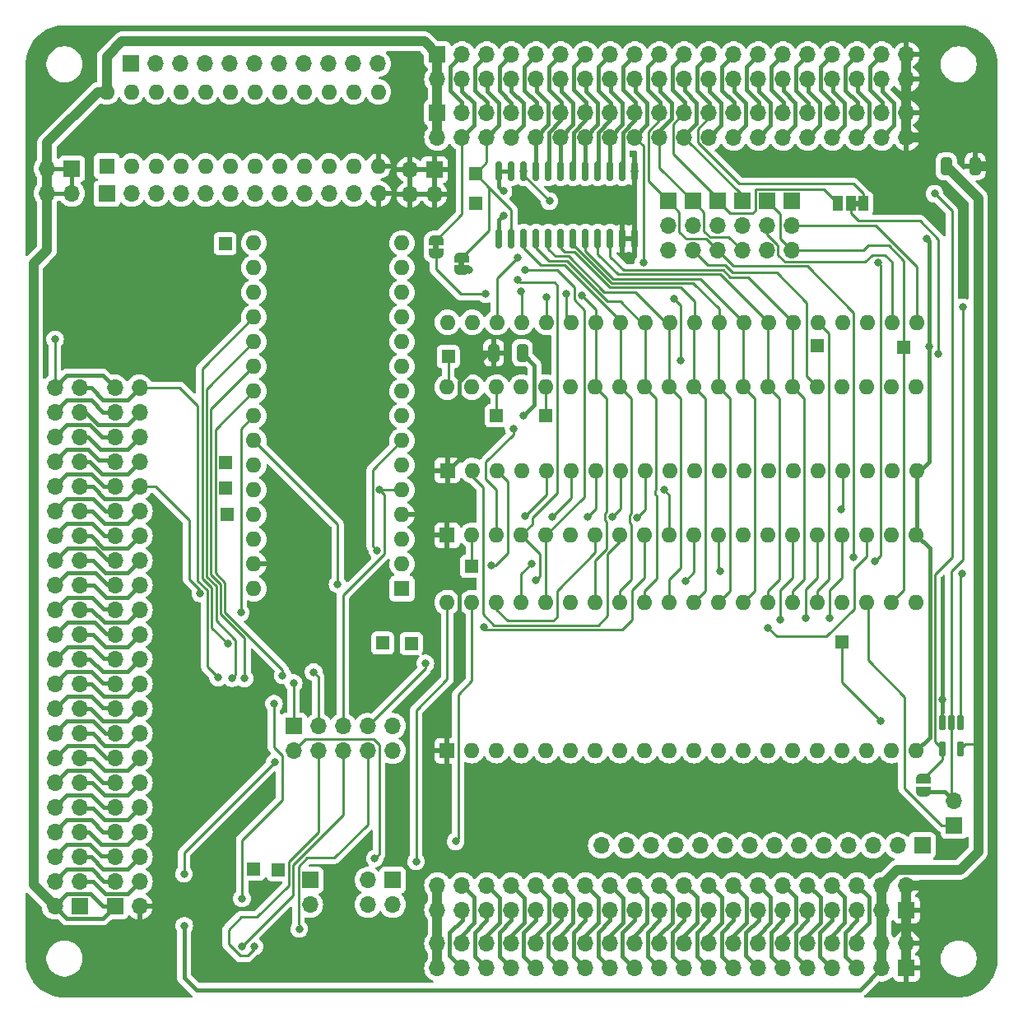
<source format=gbr>
%TF.GenerationSoftware,KiCad,Pcbnew,8.0.5-8.0.5-0~ubuntu22.04.1*%
%TF.CreationDate,2024-10-05T20:14:47+02:00*%
%TF.ProjectId,MP_Board,4d505f42-6f61-4726-942e-6b696361645f,rev?*%
%TF.SameCoordinates,Original*%
%TF.FileFunction,Copper,L1,Top*%
%TF.FilePolarity,Positive*%
%FSLAX46Y46*%
G04 Gerber Fmt 4.6, Leading zero omitted, Abs format (unit mm)*
G04 Created by KiCad (PCBNEW 8.0.5-8.0.5-0~ubuntu22.04.1) date 2024-10-05 20:14:47*
%MOMM*%
%LPD*%
G01*
G04 APERTURE LIST*
G04 Aperture macros list*
%AMRoundRect*
0 Rectangle with rounded corners*
0 $1 Rounding radius*
0 $2 $3 $4 $5 $6 $7 $8 $9 X,Y pos of 4 corners*
0 Add a 4 corners polygon primitive as box body*
4,1,4,$2,$3,$4,$5,$6,$7,$8,$9,$2,$3,0*
0 Add four circle primitives for the rounded corners*
1,1,$1+$1,$2,$3*
1,1,$1+$1,$4,$5*
1,1,$1+$1,$6,$7*
1,1,$1+$1,$8,$9*
0 Add four rect primitives between the rounded corners*
20,1,$1+$1,$2,$3,$4,$5,0*
20,1,$1+$1,$4,$5,$6,$7,0*
20,1,$1+$1,$6,$7,$8,$9,0*
20,1,$1+$1,$8,$9,$2,$3,0*%
%AMFreePoly0*
4,1,19,0.500000,-0.750000,0.000000,-0.750000,0.000000,-0.744911,-0.071157,-0.744911,-0.207708,-0.704816,-0.327430,-0.627875,-0.420627,-0.520320,-0.479746,-0.390866,-0.500000,-0.250000,-0.500000,0.250000,-0.479746,0.390866,-0.420627,0.520320,-0.327430,0.627875,-0.207708,0.704816,-0.071157,0.744911,0.000000,0.744911,0.000000,0.750000,0.500000,0.750000,0.500000,-0.750000,0.500000,-0.750000,
$1*%
%AMFreePoly1*
4,1,19,0.000000,0.744911,0.071157,0.744911,0.207708,0.704816,0.327430,0.627875,0.420627,0.520320,0.479746,0.390866,0.500000,0.250000,0.500000,-0.250000,0.479746,-0.390866,0.420627,-0.520320,0.327430,-0.627875,0.207708,-0.704816,0.071157,-0.744911,0.000000,-0.744911,0.000000,-0.750000,-0.500000,-0.750000,-0.500000,0.750000,0.000000,0.750000,0.000000,0.744911,0.000000,0.744911,
$1*%
G04 Aperture macros list end*
%TA.AperFunction,EtchedComponent*%
%ADD10C,0.000000*%
%TD*%
%TA.AperFunction,ComponentPad*%
%ADD11R,1.700000X1.700000*%
%TD*%
%TA.AperFunction,ComponentPad*%
%ADD12O,1.700000X1.700000*%
%TD*%
%TA.AperFunction,ComponentPad*%
%ADD13R,1.600000X1.600000*%
%TD*%
%TA.AperFunction,ComponentPad*%
%ADD14O,1.600000X1.600000*%
%TD*%
%TA.AperFunction,ComponentPad*%
%ADD15R,1.350000X1.350000*%
%TD*%
%TA.AperFunction,SMDPad,CuDef*%
%ADD16RoundRect,0.250000X-0.325000X-0.650000X0.325000X-0.650000X0.325000X0.650000X-0.325000X0.650000X0*%
%TD*%
%TA.AperFunction,SMDPad,CuDef*%
%ADD17RoundRect,0.162500X-0.162500X0.617500X-0.162500X-0.617500X0.162500X-0.617500X0.162500X0.617500X0*%
%TD*%
%TA.AperFunction,SMDPad,CuDef*%
%ADD18FreePoly0,270.000000*%
%TD*%
%TA.AperFunction,SMDPad,CuDef*%
%ADD19FreePoly1,270.000000*%
%TD*%
%TA.AperFunction,SMDPad,CuDef*%
%ADD20FreePoly0,90.000000*%
%TD*%
%TA.AperFunction,SMDPad,CuDef*%
%ADD21FreePoly1,90.000000*%
%TD*%
%TA.AperFunction,SMDPad,CuDef*%
%ADD22R,1.000000X1.500000*%
%TD*%
%TA.AperFunction,SMDPad,CuDef*%
%ADD23RoundRect,0.150000X0.150000X-0.837500X0.150000X0.837500X-0.150000X0.837500X-0.150000X-0.837500X0*%
%TD*%
%TA.AperFunction,SMDPad,CuDef*%
%ADD24RoundRect,0.250000X0.325000X0.650000X-0.325000X0.650000X-0.325000X-0.650000X0.325000X-0.650000X0*%
%TD*%
%TA.AperFunction,ViaPad*%
%ADD25C,0.800000*%
%TD*%
%TA.AperFunction,Conductor*%
%ADD26C,0.250000*%
%TD*%
%TA.AperFunction,Conductor*%
%ADD27C,0.400000*%
%TD*%
%TA.AperFunction,Conductor*%
%ADD28C,1.000000*%
%TD*%
G04 APERTURE END LIST*
D10*
%TA.AperFunction,EtchedComponent*%
%TO.C,JP8*%
G36*
X95150000Y-74775000D02*
G01*
X94550000Y-74775000D01*
X94550000Y-74275000D01*
X95150000Y-74275000D01*
X95150000Y-74775000D01*
G37*
%TD.AperFunction*%
%TA.AperFunction,EtchedComponent*%
%TO.C,JP10*%
G36*
X135774000Y-68626000D02*
G01*
X135274000Y-68626000D01*
X135274000Y-68026000D01*
X135774000Y-68026000D01*
X135774000Y-68626000D01*
G37*
%TD.AperFunction*%
%TA.AperFunction,EtchedComponent*%
%TO.C,JP9*%
G36*
X92500000Y-73050000D02*
G01*
X91900000Y-73050000D01*
X91900000Y-72550000D01*
X92500000Y-72550000D01*
X92500000Y-73050000D01*
G37*
%TD.AperFunction*%
%TD*%
D11*
%TO.P,J27,1,Pin_1*%
%TO.N,/TX0*%
X87757000Y-137922000D03*
D12*
%TO.P,J27,2,Pin_2*%
%TO.N,/TX1*%
X85217000Y-137922000D03*
%TO.P,J27,3,Pin_3*%
%TO.N,/RX0*%
X87757000Y-140462000D03*
%TO.P,J27,4,Pin_4*%
%TO.N,/RX1*%
X85217000Y-140462000D03*
%TD*%
D11*
%TO.P,J30,1,Pin_1*%
%TO.N,+5V*%
X54750000Y-64760000D03*
D12*
%TO.P,J30,2,Pin_2*%
X52210000Y-64760000D03*
%TO.P,J30,3,Pin_3*%
X54750000Y-67300000D03*
%TO.P,J30,4,Pin_4*%
X52210000Y-67300000D03*
%TD*%
D13*
%TO.P,U7,1,VSS*%
%TO.N,GND*%
X93370400Y-124612400D03*
D14*
%TO.P,U7,2,PA0*%
%TO.N,/PC0*%
X95910400Y-124612400D03*
%TO.P,U7,3,PA1*%
%TO.N,/PC1*%
X98450400Y-124612400D03*
%TO.P,U7,4,PA2*%
%TO.N,/PC2*%
X100990400Y-124612400D03*
%TO.P,U7,5,PA3*%
%TO.N,/PC3*%
X103530400Y-124612400D03*
%TO.P,U7,6,PA4*%
%TO.N,/PC4*%
X106070400Y-124612400D03*
%TO.P,U7,7,PA5*%
%TO.N,/PC5*%
X108610400Y-124612400D03*
%TO.P,U7,8,PA6*%
%TO.N,/PC6*%
X111150400Y-124612400D03*
%TO.P,U7,9,PA7*%
%TO.N,/PC7*%
X113690400Y-124612400D03*
%TO.P,U7,10,PB0*%
%TO.N,/PD0*%
X116230400Y-124612400D03*
%TO.P,U7,11,PB1*%
%TO.N,/PD1*%
X118770400Y-124612400D03*
%TO.P,U7,12,PB2*%
%TO.N,/PD2*%
X121310400Y-124612400D03*
%TO.P,U7,13,PB3*%
%TO.N,/PD3*%
X123850400Y-124612400D03*
%TO.P,U7,14,PB4*%
%TO.N,/PD4*%
X126390400Y-124612400D03*
%TO.P,U7,15,PB5*%
%TO.N,/PD5*%
X128930400Y-124612400D03*
%TO.P,U7,16,PB6*%
%TO.N,/PD6*%
X131470400Y-124612400D03*
%TO.P,U7,17,PB7*%
%TO.N,/PD7*%
X134010400Y-124612400D03*
%TO.P,U7,18,CB1*%
%TO.N,/CD1*%
X136550400Y-124612400D03*
%TO.P,U7,19,CB2*%
%TO.N,/CD2*%
X139090400Y-124612400D03*
%TO.P,U7,20,VCC*%
%TO.N,+5V*%
X141630400Y-124612400D03*
%TO.P,U7,21,~{IRQ}*%
%TO.N,/~{IRQ2}*%
X141630400Y-109372400D03*
%TO.P,U7,22,R/~{W}*%
%TO.N,/RW*%
X139090400Y-109372400D03*
%TO.P,U7,23,~{CS2}*%
%TO.N,/~{CE1}*%
X136550400Y-109372400D03*
%TO.P,U7,24,CS1*%
%TO.N,Net-(J15-Pin_1)*%
X134010400Y-109372400D03*
%TO.P,U7,25,\u03D52*%
%TO.N,/E*%
X131470400Y-109372400D03*
%TO.P,U7,26,D7*%
%TO.N,/D7*%
X128930400Y-109372400D03*
%TO.P,U7,27,D6*%
%TO.N,/D6*%
X126390400Y-109372400D03*
%TO.P,U7,28,D5*%
%TO.N,/D5*%
X123850400Y-109372400D03*
%TO.P,U7,29,D4*%
%TO.N,/D4*%
X121310400Y-109372400D03*
%TO.P,U7,30,D3*%
%TO.N,/D3*%
X118770400Y-109372400D03*
%TO.P,U7,31,D2*%
%TO.N,/D2*%
X116230400Y-109372400D03*
%TO.P,U7,32,D1*%
%TO.N,/D1*%
X113690400Y-109372400D03*
%TO.P,U7,33,D0*%
%TO.N,/D0*%
X111150400Y-109372400D03*
%TO.P,U7,34,~{RES}*%
%TO.N,/~{RST}*%
X108610400Y-109372400D03*
%TO.P,U7,35,RS3*%
%TO.N,/A3*%
X106070400Y-109372400D03*
%TO.P,U7,36,RS2*%
%TO.N,/A2*%
X103530400Y-109372400D03*
%TO.P,U7,37,RS1*%
%TO.N,/A1*%
X100990400Y-109372400D03*
%TO.P,U7,38,RS0*%
%TO.N,/A0*%
X98450400Y-109372400D03*
%TO.P,U7,39,CA2*%
%TO.N,/CC2*%
X95910400Y-109372400D03*
%TO.P,U7,40,CA1*%
%TO.N,/CC1*%
X93370400Y-109372400D03*
%TD*%
D11*
%TO.P,JP5,1,A*%
%TO.N,/RW*%
X126238000Y-68072000D03*
D12*
%TO.P,JP5,2,C*%
%TO.N,Net-(JP5-C)*%
X126238000Y-70612000D03*
%TO.P,JP5,3,B*%
%TO.N,+5V*%
X126238000Y-73152000D03*
%TD*%
D15*
%TO.P,J18,1,Pin_1*%
%TO.N,Net-(J18-Pin_1)*%
X73456800Y-136804400D03*
%TD*%
D11*
%TO.P,J36,1,Pin_1*%
%TO.N,Net-(J35-Pin_23)*%
X60850000Y-53950000D03*
D12*
%TO.P,J36,2,Pin_2*%
%TO.N,Net-(J35-Pin_22)*%
X63390000Y-53950000D03*
%TO.P,J36,3,Pin_3*%
%TO.N,Net-(J35-Pin_21)*%
X65930000Y-53950000D03*
%TO.P,J36,4,Pin_4*%
%TO.N,Net-(J35-Pin_20)*%
X68470000Y-53950000D03*
%TO.P,J36,5,Pin_5*%
%TO.N,Net-(J35-Pin_19)*%
X71010000Y-53950000D03*
%TO.P,J36,6,Pin_6*%
%TO.N,Net-(J35-Pin_18)*%
X73550000Y-53950000D03*
%TO.P,J36,7,Pin_7*%
%TO.N,Net-(J35-Pin_17)*%
X76090000Y-53950000D03*
%TO.P,J36,8,Pin_8*%
%TO.N,Net-(J35-Pin_16)*%
X78630000Y-53950000D03*
%TO.P,J36,9,Pin_9*%
%TO.N,Net-(J35-Pin_15)*%
X81170000Y-53950000D03*
%TO.P,J36,10,Pin_10*%
%TO.N,Net-(J35-Pin_14)*%
X83710000Y-53950000D03*
%TO.P,J36,11,Pin_11*%
%TO.N,Net-(J35-Pin_13)*%
X86250000Y-53950000D03*
%TD*%
D15*
%TO.P,J10,1,Pin_1*%
%TO.N,Net-(J10-Pin_1)*%
X98425000Y-90170000D03*
%TD*%
%TO.P,J23,1,Pin_1*%
%TO.N,Net-(A1-+5V)*%
X70750000Y-100275000D03*
%TD*%
D11*
%TO.P,J1,1,Pin_1*%
%TO.N,+5V*%
X92367000Y-53000000D03*
D12*
%TO.P,J1,2,Pin_2*%
X92367000Y-55540000D03*
%TO.P,J1,3,Pin_3*%
%TO.N,/PHI1_e*%
X94907000Y-53000000D03*
%TO.P,J1,4,Pin_4*%
%TO.N,/PHI2_e*%
X94907000Y-55540000D03*
%TO.P,J1,5,Pin_5*%
%TO.N,/~{IORD}*%
X97447000Y-53000000D03*
%TO.P,J1,6,Pin_6*%
%TO.N,/R{slash}~{W}_e*%
X97447000Y-55540000D03*
%TO.P,J1,7,Pin_7*%
%TO.N,/~{MRD}*%
X99987000Y-53000000D03*
%TO.P,J1,8,Pin_8*%
%TO.N,/~{MWR}*%
X99987000Y-55540000D03*
%TO.P,J1,9,Pin_9*%
%TO.N,/~{IOWR}*%
X102527000Y-53000000D03*
%TO.P,J1,10,Pin_10*%
%TO.N,/Bus/DB0*%
X102527000Y-55540000D03*
%TO.P,J1,11,Pin_11*%
%TO.N,/Bus/DB1*%
X105067000Y-53000000D03*
%TO.P,J1,12,Pin_12*%
%TO.N,/Bus/DB2*%
X105067000Y-55540000D03*
%TO.P,J1,13,Pin_13*%
%TO.N,/Bus/DB3*%
X107607000Y-53000000D03*
%TO.P,J1,14,Pin_14*%
%TO.N,/Bus/DB4*%
X107607000Y-55540000D03*
%TO.P,J1,15,Pin_15*%
%TO.N,/Bus/DB5*%
X110147000Y-53000000D03*
%TO.P,J1,16,Pin_16*%
%TO.N,/Bus/DB6*%
X110147000Y-55540000D03*
%TO.P,J1,17,Pin_17*%
%TO.N,/Bus/DB7*%
X112687000Y-53000000D03*
%TO.P,J1,18,Pin_18*%
%TO.N,/~{RST}*%
X112687000Y-55540000D03*
%TO.P,J1,19,Pin_19*%
%TO.N,/A0*%
X115227000Y-53000000D03*
%TO.P,J1,20,Pin_20*%
%TO.N,/A1*%
X115227000Y-55540000D03*
%TO.P,J1,21,Pin_21*%
%TO.N,/A2*%
X117767000Y-53000000D03*
%TO.P,J1,22,Pin_22*%
%TO.N,/A3*%
X117767000Y-55540000D03*
%TO.P,J1,23,Pin_23*%
%TO.N,/A4*%
X120307000Y-53000000D03*
%TO.P,J1,24,Pin_24*%
%TO.N,/A5*%
X120307000Y-55540000D03*
%TO.P,J1,25,Pin_25*%
%TO.N,/A6*%
X122847000Y-53000000D03*
%TO.P,J1,26,Pin_26*%
%TO.N,/A7*%
X122847000Y-55540000D03*
%TO.P,J1,27,Pin_27*%
%TO.N,/A8*%
X125387000Y-53000000D03*
%TO.P,J1,28,Pin_28*%
%TO.N,/A9*%
X125387000Y-55540000D03*
%TO.P,J1,29,Pin_29*%
%TO.N,/A10*%
X127927000Y-53000000D03*
%TO.P,J1,30,Pin_30*%
%TO.N,/A11*%
X127927000Y-55540000D03*
%TO.P,J1,31,Pin_31*%
%TO.N,/A12*%
X130467000Y-53000000D03*
%TO.P,J1,32,Pin_32*%
%TO.N,/A13*%
X130467000Y-55540000D03*
%TO.P,J1,33,Pin_33*%
%TO.N,/A14*%
X133007000Y-53000000D03*
%TO.P,J1,34,Pin_34*%
%TO.N,/A15*%
X133007000Y-55540000D03*
%TO.P,J1,35,Pin_35*%
%TO.N,/A16*%
X135547000Y-53000000D03*
%TO.P,J1,36,Pin_36*%
%TO.N,/A17*%
X135547000Y-55540000D03*
%TO.P,J1,37,Pin_37*%
%TO.N,/A18*%
X138087000Y-53000000D03*
%TO.P,J1,38,Pin_38*%
%TO.N,/A19*%
X138087000Y-55540000D03*
%TO.P,J1,39,Pin_39*%
%TO.N,GND*%
X140627000Y-53000000D03*
%TO.P,J1,40,Pin_40*%
X140627000Y-55540000D03*
%TD*%
D11*
%TO.P,JP4,1,A*%
%TO.N,/A3*%
X123698000Y-68072000D03*
D12*
%TO.P,JP4,2,C*%
%TO.N,Net-(JP4-C)*%
X123698000Y-70612000D03*
%TO.P,JP4,3,B*%
%TO.N,/A1*%
X123698000Y-73152000D03*
%TD*%
D15*
%TO.P,J13,1,Pin_1*%
%TO.N,Net-(J13-Pin_1)*%
X103505000Y-90170000D03*
%TD*%
%TO.P,J11,1,Pin_1*%
%TO.N,Net-(J11-Pin_1)*%
X95885000Y-105664000D03*
%TD*%
%TO.P,J20,1,Pin_1*%
%TO.N,Net-(A1-D1{slash}TX)*%
X86725000Y-113550000D03*
%TD*%
D16*
%TO.P,C3,1*%
%TO.N,+3V3*%
X144725000Y-64500000D03*
%TO.P,C3,2*%
%TO.N,GND*%
X147675000Y-64500000D03*
%TD*%
D17*
%TO.P,U5,1*%
%TO.N,/~{CE1}*%
X146172000Y-121760000D03*
%TO.P,U5,2*%
%TO.N,/~{CE0}*%
X145222000Y-121760000D03*
%TO.P,U5,3,GND*%
%TO.N,GND*%
X144272000Y-121760000D03*
%TO.P,U5,4*%
%TO.N,/~{DOE}*%
X144272000Y-124460000D03*
%TO.P,U5,5,VCC*%
%TO.N,+3V3*%
X146172000Y-124460000D03*
%TD*%
D18*
%TO.P,JP8,1,A*%
%TO.N,/R{slash}~{W}_e*%
X94850000Y-73875000D03*
D19*
%TO.P,JP8,2,B*%
%TO.N,/RW*%
X94850000Y-75175000D03*
%TD*%
D11*
%TO.P,J4,1,Pin_1*%
%TO.N,GND*%
X140627000Y-141000000D03*
D12*
%TO.P,J4,2,Pin_2*%
X140627000Y-138460000D03*
%TO.P,J4,3,Pin_3*%
%TO.N,+3V3*%
X138087000Y-141000000D03*
%TO.P,J4,4,Pin_4*%
X138087000Y-138460000D03*
%TO.P,J4,5,Pin_5*%
%TO.N,/Bus/~{CE_EXT1}*%
X135547000Y-141000000D03*
%TO.P,J4,6,Pin_6*%
%TO.N,/Bus/~{CE_EXT0}*%
X135547000Y-138460000D03*
%TO.P,J4,7,Pin_7*%
%TO.N,/Bus/~{CE_EXT3}*%
X133007000Y-141000000D03*
%TO.P,J4,8,Pin_8*%
%TO.N,/Bus/~{CE_EXT2}*%
X133007000Y-138460000D03*
%TO.P,J4,9,Pin_9*%
%TO.N,/Bus/~{CE_EXT5}*%
X130467000Y-141000000D03*
%TO.P,J4,10,Pin_10*%
%TO.N,/Bus/~{CE_EXT4}*%
X130467000Y-138460000D03*
%TO.P,J4,11,Pin_11*%
%TO.N,/Bus/~{CE_EXT7}*%
X127927000Y-141000000D03*
%TO.P,J4,12,Pin_12*%
%TO.N,/Bus/~{CE_EXT6}*%
X127927000Y-138460000D03*
%TO.P,J4,13,Pin_13*%
%TO.N,/Bus/~{CE_EXT9}*%
X125387000Y-141000000D03*
%TO.P,J4,14,Pin_14*%
%TO.N,/Bus/~{CE_EXT8}*%
X125387000Y-138460000D03*
%TO.P,J4,15,Pin_15*%
%TO.N,/Bus/~{CE_EXT11}*%
X122847000Y-141000000D03*
%TO.P,J4,16,Pin_16*%
%TO.N,/Bus/~{CE_EXT10}*%
X122847000Y-138460000D03*
%TO.P,J4,17,Pin_17*%
%TO.N,/Bus/~{CE_EXT13}*%
X120307000Y-141000000D03*
%TO.P,J4,18,Pin_18*%
%TO.N,/Bus/~{CE_EXT12}*%
X120307000Y-138460000D03*
%TO.P,J4,19,Pin_19*%
%TO.N,/RES4*%
X117767000Y-141000000D03*
%TO.P,J4,20,Pin_20*%
%TO.N,/RES5*%
X117767000Y-138460000D03*
%TO.P,J4,21,Pin_21*%
%TO.N,/RES2*%
X115227000Y-141000000D03*
%TO.P,J4,22,Pin_22*%
%TO.N,/RES3*%
X115227000Y-138460000D03*
%TO.P,J4,23,Pin_23*%
%TO.N,/RES0*%
X112687000Y-141000000D03*
%TO.P,J4,24,Pin_24*%
%TO.N,/RES1*%
X112687000Y-138460000D03*
%TO.P,J4,25,Pin_25*%
%TO.N,/CLK1*%
X110147000Y-141000000D03*
%TO.P,J4,26,Pin_26*%
%TO.N,/~{BUSFREE}*%
X110147000Y-138460000D03*
%TO.P,J4,27,Pin_27*%
%TO.N,/CLKF*%
X107607000Y-141000000D03*
%TO.P,J4,28,Pin_28*%
%TO.N,/CLKS*%
X107607000Y-138460000D03*
%TO.P,J4,29,Pin_29*%
%TO.N,/~{PH0}*%
X105067000Y-141000000D03*
%TO.P,J4,30,Pin_30*%
%TO.N,/PH0*%
X105067000Y-138460000D03*
%TO.P,J4,31,Pin_31*%
%TO.N,/SDA*%
X102527000Y-141000000D03*
%TO.P,J4,32,Pin_32*%
%TO.N,/SCL*%
X102527000Y-138460000D03*
%TO.P,J4,33,Pin_33*%
%TO.N,/TX1*%
X99987000Y-141000000D03*
%TO.P,J4,34,Pin_34*%
%TO.N,/RX1*%
X99987000Y-138460000D03*
%TO.P,J4,35,Pin_35*%
%TO.N,/TX0*%
X97447000Y-141000000D03*
%TO.P,J4,36,Pin_36*%
%TO.N,/RX0*%
X97447000Y-138460000D03*
%TO.P,J4,37,Pin_37*%
%TO.N,/TXSTM*%
X94907000Y-141000000D03*
%TO.P,J4,38,Pin_38*%
%TO.N,/RXSTM*%
X94907000Y-138460000D03*
%TO.P,J4,39,Pin_39*%
%TO.N,+5VA*%
X92367000Y-141000000D03*
%TO.P,J4,40,Pin_40*%
X92367000Y-138460000D03*
%TD*%
D11*
%TO.P,J31,1,Pin_1*%
%TO.N,GND*%
X92040000Y-64850000D03*
D12*
%TO.P,J31,2,Pin_2*%
X89500000Y-64850000D03*
%TO.P,J31,3,Pin_3*%
X92040000Y-67390000D03*
%TO.P,J31,4,Pin_4*%
X89500000Y-67390000D03*
%TD*%
D15*
%TO.P,J22,1,Pin_1*%
%TO.N,Net-(A1-D13)*%
X70525000Y-72450000D03*
%TD*%
D20*
%TO.P,JP12,1,A*%
%TO.N,/~{CE0}*%
X142341600Y-128808000D03*
D21*
%TO.P,JP12,2,B*%
%TO.N,/~{DOE}*%
X142341600Y-127508000D03*
%TD*%
D11*
%TO.P,J29,1,Pin_1*%
%TO.N,Net-(J29-Pin_1)*%
X58360000Y-67325000D03*
D12*
%TO.P,J29,2,Pin_2*%
%TO.N,Net-(J29-Pin_2)*%
X60900000Y-67325000D03*
%TO.P,J29,3,Pin_3*%
%TO.N,Net-(J29-Pin_3)*%
X63440000Y-67325000D03*
%TO.P,J29,4,Pin_4*%
%TO.N,Net-(J29-Pin_4)*%
X65980000Y-67325000D03*
%TO.P,J29,5,Pin_5*%
%TO.N,Net-(J29-Pin_5)*%
X68520000Y-67325000D03*
%TO.P,J29,6,Pin_6*%
%TO.N,Net-(J29-Pin_6)*%
X71060000Y-67325000D03*
%TO.P,J29,7,Pin_7*%
%TO.N,Net-(J29-Pin_7)*%
X73600000Y-67325000D03*
%TO.P,J29,8,Pin_8*%
%TO.N,Net-(J29-Pin_8)*%
X76140000Y-67325000D03*
%TO.P,J29,9,Pin_9*%
%TO.N,Net-(J29-Pin_9)*%
X78680000Y-67325000D03*
%TO.P,J29,10,Pin_10*%
%TO.N,Net-(J29-Pin_10)*%
X81220000Y-67325000D03*
%TO.P,J29,11,Pin_11*%
%TO.N,Net-(J29-Pin_11)*%
X83760000Y-67325000D03*
%TO.P,J29,12,Pin_12*%
%TO.N,GND*%
X86300000Y-67325000D03*
%TD*%
D11*
%TO.P,JP1,1,A*%
%TO.N,/A0*%
X116078000Y-68072000D03*
D12*
%TO.P,JP1,2,C*%
%TO.N,Net-(JP1-C)*%
X116078000Y-70612000D03*
%TO.P,JP1,3,B*%
%TO.N,/~{IRQ}*%
X116078000Y-73152000D03*
%TD*%
D15*
%TO.P,J7,1,Pin_1*%
%TO.N,/R{slash}~{W}_e*%
X96266000Y-65278000D03*
%TD*%
D11*
%TO.P,J19,1,Pin_1*%
%TO.N,+5V*%
X59182000Y-140614400D03*
D12*
%TO.P,J19,2,Pin_2*%
%TO.N,GND*%
X61722000Y-140614400D03*
%TO.P,J19,3,Pin_3*%
%TO.N,/CC2*%
X59182000Y-138074400D03*
%TO.P,J19,4,Pin_4*%
%TO.N,/CD2*%
X61722000Y-138074400D03*
%TO.P,J19,5,Pin_5*%
%TO.N,/CC1*%
X59182000Y-135534400D03*
%TO.P,J19,6,Pin_6*%
%TO.N,/CD1*%
X61722000Y-135534400D03*
%TO.P,J19,7,Pin_7*%
%TO.N,/PD6*%
X59182000Y-132994400D03*
%TO.P,J19,8,Pin_8*%
%TO.N,/PD7*%
X61722000Y-132994400D03*
%TO.P,J19,9,Pin_9*%
%TO.N,/PD4*%
X59182000Y-130454400D03*
%TO.P,J19,10,Pin_10*%
%TO.N,/PD5*%
X61722000Y-130454400D03*
%TO.P,J19,11,Pin_11*%
%TO.N,/PD2*%
X59182000Y-127914400D03*
%TO.P,J19,12,Pin_12*%
%TO.N,/PD3*%
X61722000Y-127914400D03*
%TO.P,J19,13,Pin_13*%
%TO.N,/PD0*%
X59182000Y-125374400D03*
%TO.P,J19,14,Pin_14*%
%TO.N,/PD1*%
X61722000Y-125374400D03*
%TO.P,J19,15,Pin_15*%
%TO.N,/PC6*%
X59182000Y-122834400D03*
%TO.P,J19,16,Pin_16*%
%TO.N,/PC7*%
X61722000Y-122834400D03*
%TO.P,J19,17,Pin_17*%
%TO.N,/PC4*%
X59182000Y-120294400D03*
%TO.P,J19,18,Pin_18*%
%TO.N,/PC5*%
X61722000Y-120294400D03*
%TO.P,J19,19,Pin_19*%
%TO.N,/PC2*%
X59182000Y-117754400D03*
%TO.P,J19,20,Pin_20*%
%TO.N,/PC3*%
X61722000Y-117754400D03*
%TO.P,J19,21,Pin_21*%
%TO.N,/PC0*%
X59182000Y-115214400D03*
%TO.P,J19,22,Pin_22*%
%TO.N,/PC1*%
X61722000Y-115214400D03*
%TO.P,J19,23,Pin_23*%
%TO.N,/CA2*%
X59182000Y-112674400D03*
%TO.P,J19,24,Pin_24*%
%TO.N,/CB2*%
X61722000Y-112674400D03*
%TO.P,J19,25,Pin_25*%
%TO.N,/CA1*%
X59182000Y-110134400D03*
%TO.P,J19,26,Pin_26*%
%TO.N,/CB1*%
X61722000Y-110134400D03*
%TO.P,J19,27,Pin_27*%
%TO.N,/PB6*%
X59182000Y-107594400D03*
%TO.P,J19,28,Pin_28*%
%TO.N,/PB7*%
X61722000Y-107594400D03*
%TO.P,J19,29,Pin_29*%
%TO.N,/PB4*%
X59182000Y-105054400D03*
%TO.P,J19,30,Pin_30*%
%TO.N,/PB5*%
X61722000Y-105054400D03*
%TO.P,J19,31,Pin_31*%
%TO.N,/PB2*%
X59182000Y-102514400D03*
%TO.P,J19,32,Pin_32*%
%TO.N,/PB3*%
X61722000Y-102514400D03*
%TO.P,J19,33,Pin_33*%
%TO.N,/PB0*%
X59182000Y-99974400D03*
%TO.P,J19,34,Pin_34*%
%TO.N,/PB1*%
X61722000Y-99974400D03*
%TO.P,J19,35,Pin_35*%
%TO.N,/PA6*%
X59182000Y-97434400D03*
%TO.P,J19,36,Pin_36*%
%TO.N,/PA7*%
X61722000Y-97434400D03*
%TO.P,J19,37,Pin_37*%
%TO.N,/PA4*%
X59182000Y-94894400D03*
%TO.P,J19,38,Pin_38*%
%TO.N,/PA5*%
X61722000Y-94894400D03*
%TO.P,J19,39,Pin_39*%
%TO.N,/PA2*%
X59182000Y-92354400D03*
%TO.P,J19,40,Pin_40*%
%TO.N,/PA3*%
X61722000Y-92354400D03*
%TO.P,J19,41,Pin_41*%
%TO.N,/PA0*%
X59182000Y-89814400D03*
%TO.P,J19,42,Pin_42*%
%TO.N,/PA1*%
X61722000Y-89814400D03*
%TO.P,J19,43,Pin_43*%
%TO.N,/~{IRQ}*%
X59182000Y-87274400D03*
%TO.P,J19,44,Pin_44*%
%TO.N,/~{IRQ2}*%
X61722000Y-87274400D03*
%TD*%
D15*
%TO.P,J17,1,Pin_1*%
%TO.N,Net-(J17-Pin_1)*%
X75996800Y-136855200D03*
%TD*%
%TO.P,J12,1,Pin_1*%
%TO.N,Net-(J12-Pin_1)*%
X93472000Y-84074000D03*
%TD*%
D13*
%TO.P,U6,1,VSS*%
%TO.N,GND*%
X93380000Y-102454000D03*
D14*
%TO.P,U6,2,A5*%
%TO.N,Net-(J11-Pin_1)*%
X95920000Y-102454000D03*
%TO.P,U6,3,A4*%
%TO.N,Net-(JP10-C)*%
X98460000Y-102454000D03*
%TO.P,U6,4,A3*%
%TO.N,/A3*%
X101000000Y-102454000D03*
%TO.P,U6,5,A2*%
%TO.N,/A2*%
X103540000Y-102454000D03*
%TO.P,U6,6,A1*%
%TO.N,/A1*%
X106080000Y-102454000D03*
%TO.P,U6,7,A0*%
%TO.N,/A0*%
X108620000Y-102454000D03*
%TO.P,U6,8,PA0*%
%TO.N,/PA0*%
X111160000Y-102454000D03*
%TO.P,U6,9,PA1*%
%TO.N,/PA1*%
X113700000Y-102454000D03*
%TO.P,U6,10,PA2*%
%TO.N,/PA2*%
X116240000Y-102454000D03*
%TO.P,U6,11,PA3*%
%TO.N,/PA3*%
X118780000Y-102454000D03*
%TO.P,U6,12,PA4*%
%TO.N,/PA4*%
X121320000Y-102454000D03*
%TO.P,U6,13,PA5*%
%TO.N,/PA5*%
X123860000Y-102454000D03*
%TO.P,U6,14,PA6*%
%TO.N,/PA6*%
X126400000Y-102454000D03*
%TO.P,U6,15,PA7*%
%TO.N,/PA7*%
X128940000Y-102454000D03*
%TO.P,U6,16,PB7*%
%TO.N,/PB7*%
X131480000Y-102454000D03*
%TO.P,U6,17,PB6*%
%TO.N,/PB6*%
X134020000Y-102454000D03*
%TO.P,U6,18,PB5*%
%TO.N,/PB5*%
X136560000Y-102454000D03*
%TO.P,U6,19,PB4*%
%TO.N,/PB4*%
X139100000Y-102454000D03*
%TO.P,U6,20,VCC*%
%TO.N,+5V*%
X141640000Y-102454000D03*
%TO.P,U6,21,PB3*%
%TO.N,/PB3*%
X141640000Y-87214000D03*
%TO.P,U6,22,PB2*%
%TO.N,/PB2*%
X139100000Y-87214000D03*
%TO.P,U6,23,PB1*%
%TO.N,/PB1*%
X136560000Y-87214000D03*
%TO.P,U6,24,PB0*%
%TO.N,/PB0*%
X134020000Y-87214000D03*
%TO.P,U6,25,~{IRQ}*%
%TO.N,/~{IRQ}*%
X131480000Y-87214000D03*
%TO.P,U6,26,D7*%
%TO.N,/D7*%
X128940000Y-87214000D03*
%TO.P,U6,27,D6*%
%TO.N,/D6*%
X126400000Y-87214000D03*
%TO.P,U6,28,D5*%
%TO.N,/D5*%
X123860000Y-87214000D03*
%TO.P,U6,29,D4*%
%TO.N,/D4*%
X121320000Y-87214000D03*
%TO.P,U6,30,D3*%
%TO.N,/D3*%
X118780000Y-87214000D03*
%TO.P,U6,31,D2*%
%TO.N,/D2*%
X116240000Y-87214000D03*
%TO.P,U6,32,D1*%
%TO.N,/D1*%
X113700000Y-87214000D03*
%TO.P,U6,33,D0*%
%TO.N,/D0*%
X111160000Y-87214000D03*
%TO.P,U6,34,~{RES}*%
%TO.N,/~{RST}*%
X108620000Y-87214000D03*
%TO.P,U6,35,R/~{W}*%
%TO.N,/RW*%
X106080000Y-87214000D03*
%TO.P,U6,36,~{RS}*%
%TO.N,Net-(J13-Pin_1)*%
X103540000Y-87214000D03*
%TO.P,U6,37,~{CS2}*%
%TO.N,/~{CE0}*%
X101000000Y-87214000D03*
%TO.P,U6,38,CS1*%
%TO.N,Net-(J10-Pin_1)*%
X98460000Y-87214000D03*
%TO.P,U6,39,\u03D52*%
%TO.N,/E*%
X95920000Y-87214000D03*
%TO.P,U6,40,A6*%
%TO.N,Net-(J12-Pin_1)*%
X93380000Y-87214000D03*
%TD*%
D11*
%TO.P,J26,1,Pin_1*%
%TO.N,/~{CE1}*%
X145517000Y-132314000D03*
D12*
%TO.P,J26,2,Pin_2*%
%TO.N,/~{CE0}*%
X145517000Y-129774000D03*
%TD*%
D11*
%TO.P,J2,1,Pin_1*%
%TO.N,GND*%
X140627000Y-147000000D03*
D12*
%TO.P,J2,2,Pin_2*%
X140627000Y-144460000D03*
%TO.P,J2,3,Pin_3*%
%TO.N,+3V3*%
X138087000Y-147000000D03*
%TO.P,J2,4,Pin_4*%
X138087000Y-144460000D03*
%TO.P,J2,5,Pin_5*%
%TO.N,/Bus/~{CE_EXT1}*%
X135547000Y-147000000D03*
%TO.P,J2,6,Pin_6*%
%TO.N,/Bus/~{CE_EXT0}*%
X135547000Y-144460000D03*
%TO.P,J2,7,Pin_7*%
%TO.N,/Bus/~{CE_EXT3}*%
X133007000Y-147000000D03*
%TO.P,J2,8,Pin_8*%
%TO.N,/Bus/~{CE_EXT2}*%
X133007000Y-144460000D03*
%TO.P,J2,9,Pin_9*%
%TO.N,/Bus/~{CE_EXT5}*%
X130467000Y-147000000D03*
%TO.P,J2,10,Pin_10*%
%TO.N,/Bus/~{CE_EXT4}*%
X130467000Y-144460000D03*
%TO.P,J2,11,Pin_11*%
%TO.N,/Bus/~{CE_EXT7}*%
X127927000Y-147000000D03*
%TO.P,J2,12,Pin_12*%
%TO.N,/Bus/~{CE_EXT6}*%
X127927000Y-144460000D03*
%TO.P,J2,13,Pin_13*%
%TO.N,/Bus/~{CE_EXT9}*%
X125387000Y-147000000D03*
%TO.P,J2,14,Pin_14*%
%TO.N,/Bus/~{CE_EXT8}*%
X125387000Y-144460000D03*
%TO.P,J2,15,Pin_15*%
%TO.N,/Bus/~{CE_EXT11}*%
X122847000Y-147000000D03*
%TO.P,J2,16,Pin_16*%
%TO.N,/Bus/~{CE_EXT10}*%
X122847000Y-144460000D03*
%TO.P,J2,17,Pin_17*%
%TO.N,/Bus/~{CE_EXT13}*%
X120307000Y-147000000D03*
%TO.P,J2,18,Pin_18*%
%TO.N,/Bus/~{CE_EXT12}*%
X120307000Y-144460000D03*
%TO.P,J2,19,Pin_19*%
%TO.N,/RES4*%
X117767000Y-147000000D03*
%TO.P,J2,20,Pin_20*%
%TO.N,/RES5*%
X117767000Y-144460000D03*
%TO.P,J2,21,Pin_21*%
%TO.N,/RES2*%
X115227000Y-147000000D03*
%TO.P,J2,22,Pin_22*%
%TO.N,/RES3*%
X115227000Y-144460000D03*
%TO.P,J2,23,Pin_23*%
%TO.N,/RES0*%
X112687000Y-147000000D03*
%TO.P,J2,24,Pin_24*%
%TO.N,/RES1*%
X112687000Y-144460000D03*
%TO.P,J2,25,Pin_25*%
%TO.N,/CLK1*%
X110147000Y-147000000D03*
%TO.P,J2,26,Pin_26*%
%TO.N,/~{BUSFREE}*%
X110147000Y-144460000D03*
%TO.P,J2,27,Pin_27*%
%TO.N,/CLKF*%
X107607000Y-147000000D03*
%TO.P,J2,28,Pin_28*%
%TO.N,/CLKS*%
X107607000Y-144460000D03*
%TO.P,J2,29,Pin_29*%
%TO.N,/~{PH0}*%
X105067000Y-147000000D03*
%TO.P,J2,30,Pin_30*%
%TO.N,/PH0*%
X105067000Y-144460000D03*
%TO.P,J2,31,Pin_31*%
%TO.N,/SDA*%
X102527000Y-147000000D03*
%TO.P,J2,32,Pin_32*%
%TO.N,/SCL*%
X102527000Y-144460000D03*
%TO.P,J2,33,Pin_33*%
%TO.N,/TX1*%
X99987000Y-147000000D03*
%TO.P,J2,34,Pin_34*%
%TO.N,/RX1*%
X99987000Y-144460000D03*
%TO.P,J2,35,Pin_35*%
%TO.N,/TX0*%
X97447000Y-147000000D03*
%TO.P,J2,36,Pin_36*%
%TO.N,/RX0*%
X97447000Y-144460000D03*
%TO.P,J2,37,Pin_37*%
%TO.N,/TXSTM*%
X94907000Y-147000000D03*
%TO.P,J2,38,Pin_38*%
%TO.N,/RXSTM*%
X94907000Y-144460000D03*
%TO.P,J2,39,Pin_39*%
%TO.N,+5VA*%
X92367000Y-147000000D03*
%TO.P,J2,40,Pin_40*%
X92367000Y-144460000D03*
%TD*%
D11*
%TO.P,J14,1,Pin_1*%
%TO.N,GND*%
X55540000Y-140627000D03*
D12*
%TO.P,J14,2,Pin_2*%
%TO.N,+5V*%
X53000000Y-140627000D03*
%TO.P,J14,3,Pin_3*%
%TO.N,/CD2*%
X55540000Y-138087000D03*
%TO.P,J14,4,Pin_4*%
%TO.N,/CC2*%
X53000000Y-138087000D03*
%TO.P,J14,5,Pin_5*%
%TO.N,/CD1*%
X55540000Y-135547000D03*
%TO.P,J14,6,Pin_6*%
%TO.N,/CC1*%
X53000000Y-135547000D03*
%TO.P,J14,7,Pin_7*%
%TO.N,/PD7*%
X55540000Y-133007000D03*
%TO.P,J14,8,Pin_8*%
%TO.N,/PD6*%
X53000000Y-133007000D03*
%TO.P,J14,9,Pin_9*%
%TO.N,/PD5*%
X55540000Y-130467000D03*
%TO.P,J14,10,Pin_10*%
%TO.N,/PD4*%
X53000000Y-130467000D03*
%TO.P,J14,11,Pin_11*%
%TO.N,/PD3*%
X55540000Y-127927000D03*
%TO.P,J14,12,Pin_12*%
%TO.N,/PD2*%
X53000000Y-127927000D03*
%TO.P,J14,13,Pin_13*%
%TO.N,/PD1*%
X55540000Y-125387000D03*
%TO.P,J14,14,Pin_14*%
%TO.N,/PD0*%
X53000000Y-125387000D03*
%TO.P,J14,15,Pin_15*%
%TO.N,/PC7*%
X55540000Y-122847000D03*
%TO.P,J14,16,Pin_16*%
%TO.N,/PC6*%
X53000000Y-122847000D03*
%TO.P,J14,17,Pin_17*%
%TO.N,/PC5*%
X55540000Y-120307000D03*
%TO.P,J14,18,Pin_18*%
%TO.N,/PC4*%
X53000000Y-120307000D03*
%TO.P,J14,19,Pin_19*%
%TO.N,/PC3*%
X55540000Y-117767000D03*
%TO.P,J14,20,Pin_20*%
%TO.N,/PC2*%
X53000000Y-117767000D03*
%TO.P,J14,21,Pin_21*%
%TO.N,/PC1*%
X55540000Y-115227000D03*
%TO.P,J14,22,Pin_22*%
%TO.N,/PC0*%
X53000000Y-115227000D03*
%TO.P,J14,23,Pin_23*%
%TO.N,/CB2*%
X55540000Y-112687000D03*
%TO.P,J14,24,Pin_24*%
%TO.N,/CA2*%
X53000000Y-112687000D03*
%TO.P,J14,25,Pin_25*%
%TO.N,/CB1*%
X55540000Y-110147000D03*
%TO.P,J14,26,Pin_26*%
%TO.N,/CA1*%
X53000000Y-110147000D03*
%TO.P,J14,27,Pin_27*%
%TO.N,/PB7*%
X55540000Y-107607000D03*
%TO.P,J14,28,Pin_28*%
%TO.N,/PB6*%
X53000000Y-107607000D03*
%TO.P,J14,29,Pin_29*%
%TO.N,/PB5*%
X55540000Y-105067000D03*
%TO.P,J14,30,Pin_30*%
%TO.N,/PB4*%
X53000000Y-105067000D03*
%TO.P,J14,31,Pin_31*%
%TO.N,/PB3*%
X55540000Y-102527000D03*
%TO.P,J14,32,Pin_32*%
%TO.N,/PB2*%
X53000000Y-102527000D03*
%TO.P,J14,33,Pin_33*%
%TO.N,/PB1*%
X55540000Y-99987000D03*
%TO.P,J14,34,Pin_34*%
%TO.N,/PB0*%
X53000000Y-99987000D03*
%TO.P,J14,35,Pin_35*%
%TO.N,/PA7*%
X55540000Y-97447000D03*
%TO.P,J14,36,Pin_36*%
%TO.N,/PA6*%
X53000000Y-97447000D03*
%TO.P,J14,37,Pin_37*%
%TO.N,/PA5*%
X55540000Y-94907000D03*
%TO.P,J14,38,Pin_38*%
%TO.N,/PA4*%
X53000000Y-94907000D03*
%TO.P,J14,39,Pin_39*%
%TO.N,/PA3*%
X55540000Y-92367000D03*
%TO.P,J14,40,Pin_40*%
%TO.N,/PA2*%
X53000000Y-92367000D03*
%TO.P,J14,41,Pin_41*%
%TO.N,/PA1*%
X55540000Y-89827000D03*
%TO.P,J14,42,Pin_42*%
%TO.N,/PA0*%
X53000000Y-89827000D03*
%TO.P,J14,43,Pin_43*%
%TO.N,/~{IRQ2}*%
X55540000Y-87287000D03*
%TO.P,J14,44,Pin_44*%
%TO.N,/~{IRQ}*%
X53000000Y-87287000D03*
%TD*%
D15*
%TO.P,J25,1,Pin_1*%
%TO.N,Net-(A1-A7)*%
X70550000Y-97625000D03*
%TD*%
D11*
%TO.P,J16,1,Pin_1*%
%TO.N,/PB7*%
X77580000Y-122085000D03*
D12*
%TO.P,J16,2,Pin_2*%
%TO.N,Net-(J16-Pin_2)*%
X77580000Y-124625000D03*
%TO.P,J16,3,Pin_3*%
%TO.N,/PA7*%
X80120000Y-122085000D03*
%TO.P,J16,4,Pin_4*%
%TO.N,/~{RX}*%
X80120000Y-124625000D03*
%TO.P,J16,5,Pin_5*%
%TO.N,/PB0*%
X82660000Y-122085000D03*
%TO.P,J16,6,Pin_6*%
%TO.N,/RX*%
X82660000Y-124625000D03*
%TO.P,J16,7,Pin_7*%
%TO.N,/PB4*%
X85200000Y-122085000D03*
%TO.P,J16,8,Pin_8*%
%TO.N,/~{TX}*%
X85200000Y-124625000D03*
%TO.P,J16,9,Pin_9*%
%TO.N,unconnected-(J16-Pin_9-Pad9)*%
X87740000Y-122085000D03*
%TO.P,J16,10,Pin_10*%
%TO.N,/TX*%
X87740000Y-124625000D03*
%TD*%
D15*
%TO.P,J6,1,Pin_1*%
%TO.N,/~{DOE}*%
X96266000Y-68326000D03*
%TD*%
D22*
%TO.P,JP10,1,A*%
%TO.N,/A4*%
X136174000Y-68326000D03*
%TO.P,JP10,2,C*%
%TO.N,Net-(JP10-C)*%
X134874000Y-68326000D03*
%TO.P,JP10,3,B*%
%TO.N,/A2*%
X133574000Y-68326000D03*
%TD*%
D11*
%TO.P,J28,1,Pin_1*%
%TO.N,/IN*%
X79248000Y-137922000D03*
D12*
%TO.P,J28,2,Pin_2*%
%TO.N,/OUT*%
X79248000Y-140462000D03*
%TD*%
D11*
%TO.P,J5,1,Pin_1*%
%TO.N,/Bus/~{CE_EXT0}*%
X142240000Y-134366000D03*
D12*
%TO.P,J5,2,Pin_2*%
%TO.N,/Bus/~{CE_EXT1}*%
X139700000Y-134366000D03*
%TO.P,J5,3,Pin_3*%
%TO.N,/Bus/~{CE_EXT2}*%
X137160000Y-134366000D03*
%TO.P,J5,4,Pin_4*%
%TO.N,/Bus/~{CE_EXT3}*%
X134620000Y-134366000D03*
%TO.P,J5,5,Pin_5*%
%TO.N,/Bus/~{CE_EXT4}*%
X132080000Y-134366000D03*
%TO.P,J5,6,Pin_6*%
%TO.N,/Bus/~{CE_EXT5}*%
X129540000Y-134366000D03*
%TO.P,J5,7,Pin_7*%
%TO.N,/Bus/~{CE_EXT6}*%
X127000000Y-134366000D03*
%TO.P,J5,8,Pin_8*%
%TO.N,/Bus/~{CE_EXT7}*%
X124460000Y-134366000D03*
%TO.P,J5,9,Pin_9*%
%TO.N,/Bus/~{CE_EXT8}*%
X121920000Y-134366000D03*
%TO.P,J5,10,Pin_10*%
%TO.N,/Bus/~{CE_EXT9}*%
X119380000Y-134366000D03*
%TO.P,J5,11,Pin_11*%
%TO.N,/Bus/~{CE_EXT10}*%
X116840000Y-134366000D03*
%TO.P,J5,12,Pin_12*%
%TO.N,/Bus/~{CE_EXT11}*%
X114300000Y-134366000D03*
%TO.P,J5,13,Pin_13*%
%TO.N,/Bus/~{CE_EXT12}*%
X111760000Y-134366000D03*
%TO.P,J5,14,Pin_14*%
%TO.N,/Bus/~{CE_EXT13}*%
X109220000Y-134366000D03*
%TD*%
D11*
%TO.P,JP6,1,A*%
%TO.N,/~{IRQ}*%
X128778000Y-68072000D03*
D12*
%TO.P,JP6,2,C*%
%TO.N,Net-(JP6-C)*%
X128778000Y-70612000D03*
%TO.P,JP6,3,B*%
%TO.N,/RW*%
X128778000Y-73152000D03*
%TD*%
D13*
%TO.P,J35,1,Pin_1*%
%TO.N,Net-(J29-Pin_1)*%
X58355000Y-64475000D03*
D14*
%TO.P,J35,2,Pin_2*%
%TO.N,Net-(J29-Pin_2)*%
X60895000Y-64475000D03*
%TO.P,J35,3,Pin_3*%
%TO.N,Net-(J29-Pin_3)*%
X63435000Y-64475000D03*
%TO.P,J35,4,Pin_4*%
%TO.N,Net-(J29-Pin_4)*%
X65975000Y-64475000D03*
%TO.P,J35,5,Pin_5*%
%TO.N,Net-(J29-Pin_5)*%
X68515000Y-64475000D03*
%TO.P,J35,6,Pin_6*%
%TO.N,Net-(J29-Pin_6)*%
X71055000Y-64475000D03*
%TO.P,J35,7,Pin_7*%
%TO.N,Net-(J29-Pin_7)*%
X73595000Y-64475000D03*
%TO.P,J35,8,Pin_8*%
%TO.N,Net-(J29-Pin_8)*%
X76135000Y-64475000D03*
%TO.P,J35,9,Pin_9*%
%TO.N,Net-(J29-Pin_9)*%
X78675000Y-64475000D03*
%TO.P,J35,10,Pin_10*%
%TO.N,Net-(J29-Pin_10)*%
X81215000Y-64475000D03*
%TO.P,J35,11,Pin_11*%
%TO.N,Net-(J29-Pin_11)*%
X83755000Y-64475000D03*
%TO.P,J35,12,Pin_12*%
%TO.N,GND*%
X86295000Y-64475000D03*
%TO.P,J35,13,Pin_13*%
%TO.N,Net-(J35-Pin_13)*%
X86295000Y-56855000D03*
%TO.P,J35,14,Pin_14*%
%TO.N,Net-(J35-Pin_14)*%
X83755000Y-56855000D03*
%TO.P,J35,15,Pin_15*%
%TO.N,Net-(J35-Pin_15)*%
X81215000Y-56855000D03*
%TO.P,J35,16,Pin_16*%
%TO.N,Net-(J35-Pin_16)*%
X78675000Y-56855000D03*
%TO.P,J35,17,Pin_17*%
%TO.N,Net-(J35-Pin_17)*%
X76135000Y-56855000D03*
%TO.P,J35,18,Pin_18*%
%TO.N,Net-(J35-Pin_18)*%
X73595000Y-56855000D03*
%TO.P,J35,19,Pin_19*%
%TO.N,Net-(J35-Pin_19)*%
X71055000Y-56855000D03*
%TO.P,J35,20,Pin_20*%
%TO.N,Net-(J35-Pin_20)*%
X68515000Y-56855000D03*
%TO.P,J35,21,Pin_21*%
%TO.N,Net-(J35-Pin_21)*%
X65975000Y-56855000D03*
%TO.P,J35,22,Pin_22*%
%TO.N,Net-(J35-Pin_22)*%
X63435000Y-56855000D03*
%TO.P,J35,23,Pin_23*%
%TO.N,Net-(J35-Pin_23)*%
X60895000Y-56855000D03*
%TO.P,J35,24,Pin_24*%
%TO.N,+5V*%
X58355000Y-56855000D03*
%TD*%
D13*
%TO.P,A1,1,D1/TX*%
%TO.N,Net-(A1-D1{slash}TX)*%
X88725000Y-107950000D03*
D14*
%TO.P,A1,2,D0/RX*%
%TO.N,Net-(A1-D0{slash}RX)*%
X88725000Y-105410000D03*
%TO.P,A1,3,~{RESET}*%
%TO.N,unconnected-(A1-~{RESET}-Pad3)*%
X88725000Y-102870000D03*
%TO.P,A1,4,GND*%
%TO.N,GND*%
X88725000Y-100330000D03*
%TO.P,A1,5,D2*%
%TO.N,/PB0*%
X88725000Y-97790000D03*
%TO.P,A1,6,D3*%
%TO.N,/PB1*%
X88725000Y-95250000D03*
%TO.P,A1,7,D4*%
%TO.N,/PB2*%
X88725000Y-92710000D03*
%TO.P,A1,8,D5*%
%TO.N,/PA0*%
X88725000Y-90170000D03*
%TO.P,A1,9,D6*%
%TO.N,/PA1*%
X88725000Y-87630000D03*
%TO.P,A1,10,D7*%
%TO.N,/PA2*%
X88725000Y-85090000D03*
%TO.P,A1,11,D8*%
%TO.N,/PA3*%
X88725000Y-82550000D03*
%TO.P,A1,12,D9*%
%TO.N,/PA4*%
X88725000Y-80010000D03*
%TO.P,A1,13,D10*%
%TO.N,/PA5*%
X88725000Y-77470000D03*
%TO.P,A1,14,D11*%
%TO.N,/PA6*%
X88725000Y-74930000D03*
%TO.P,A1,15,D12*%
%TO.N,/CA1*%
X88725000Y-72390000D03*
%TO.P,A1,16,D13*%
%TO.N,Net-(A1-D13)*%
X73485000Y-72390000D03*
%TO.P,A1,17,3V3*%
%TO.N,unconnected-(A1-3V3-Pad17)*%
X73485000Y-74930000D03*
%TO.P,A1,18,AREF*%
%TO.N,unconnected-(A1-AREF-Pad18)*%
X73485000Y-77470000D03*
%TO.P,A1,19,A0*%
%TO.N,/PB7*%
X73485000Y-80010000D03*
%TO.P,A1,20,A1*%
%TO.N,/CB1*%
X73485000Y-82550000D03*
%TO.P,A1,21,A2*%
%TO.N,/PB6*%
X73485000Y-85090000D03*
%TO.P,A1,22,A3*%
%TO.N,/PB5*%
X73485000Y-87630000D03*
%TO.P,A1,23,A4*%
%TO.N,/PB4*%
X73485000Y-90170000D03*
%TO.P,A1,24,A5*%
%TO.N,/PB3*%
X73485000Y-92710000D03*
%TO.P,A1,25,A6*%
%TO.N,Net-(A1-A6)*%
X73485000Y-95250000D03*
%TO.P,A1,26,A7*%
%TO.N,Net-(A1-A7)*%
X73485000Y-97790000D03*
%TO.P,A1,27,+5V*%
%TO.N,Net-(A1-+5V)*%
X73485000Y-100330000D03*
%TO.P,A1,28,~{RESET}*%
%TO.N,unconnected-(A1-~{RESET}-Pad28)*%
X73485000Y-102870000D03*
%TO.P,A1,29,GND*%
%TO.N,GND*%
X73485000Y-105410000D03*
%TO.P,A1,30,VIN*%
%TO.N,unconnected-(A1-VIN-Pad30)*%
X73485000Y-107950000D03*
%TD*%
D11*
%TO.P,J3,1,Pin_1*%
%TO.N,+5V*%
X92367000Y-59000000D03*
D12*
%TO.P,J3,2,Pin_2*%
X92367000Y-61540000D03*
%TO.P,J3,3,Pin_3*%
%TO.N,/PHI1_e*%
X94907000Y-59000000D03*
%TO.P,J3,4,Pin_4*%
%TO.N,/PHI2_e*%
X94907000Y-61540000D03*
%TO.P,J3,5,Pin_5*%
%TO.N,/~{IORD}*%
X97447000Y-59000000D03*
%TO.P,J3,6,Pin_6*%
%TO.N,/R{slash}~{W}_e*%
X97447000Y-61540000D03*
%TO.P,J3,7,Pin_7*%
%TO.N,/~{MRD}*%
X99987000Y-59000000D03*
%TO.P,J3,8,Pin_8*%
%TO.N,/~{MWR}*%
X99987000Y-61540000D03*
%TO.P,J3,9,Pin_9*%
%TO.N,/~{IOWR}*%
X102527000Y-59000000D03*
%TO.P,J3,10,Pin_10*%
%TO.N,/Bus/DB0*%
X102527000Y-61540000D03*
%TO.P,J3,11,Pin_11*%
%TO.N,/Bus/DB1*%
X105067000Y-59000000D03*
%TO.P,J3,12,Pin_12*%
%TO.N,/Bus/DB2*%
X105067000Y-61540000D03*
%TO.P,J3,13,Pin_13*%
%TO.N,/Bus/DB3*%
X107607000Y-59000000D03*
%TO.P,J3,14,Pin_14*%
%TO.N,/Bus/DB4*%
X107607000Y-61540000D03*
%TO.P,J3,15,Pin_15*%
%TO.N,/Bus/DB5*%
X110147000Y-59000000D03*
%TO.P,J3,16,Pin_16*%
%TO.N,/Bus/DB6*%
X110147000Y-61540000D03*
%TO.P,J3,17,Pin_17*%
%TO.N,/Bus/DB7*%
X112687000Y-59000000D03*
%TO.P,J3,18,Pin_18*%
%TO.N,/~{RST}*%
X112687000Y-61540000D03*
%TO.P,J3,19,Pin_19*%
%TO.N,/A0*%
X115227000Y-59000000D03*
%TO.P,J3,20,Pin_20*%
%TO.N,/A1*%
X115227000Y-61540000D03*
%TO.P,J3,21,Pin_21*%
%TO.N,/A2*%
X117767000Y-59000000D03*
%TO.P,J3,22,Pin_22*%
%TO.N,/A3*%
X117767000Y-61540000D03*
%TO.P,J3,23,Pin_23*%
%TO.N,/A4*%
X120307000Y-59000000D03*
%TO.P,J3,24,Pin_24*%
%TO.N,/A5*%
X120307000Y-61540000D03*
%TO.P,J3,25,Pin_25*%
%TO.N,/A6*%
X122847000Y-59000000D03*
%TO.P,J3,26,Pin_26*%
%TO.N,/A7*%
X122847000Y-61540000D03*
%TO.P,J3,27,Pin_27*%
%TO.N,/A8*%
X125387000Y-59000000D03*
%TO.P,J3,28,Pin_28*%
%TO.N,/A9*%
X125387000Y-61540000D03*
%TO.P,J3,29,Pin_29*%
%TO.N,/A10*%
X127927000Y-59000000D03*
%TO.P,J3,30,Pin_30*%
%TO.N,/A11*%
X127927000Y-61540000D03*
%TO.P,J3,31,Pin_31*%
%TO.N,/A12*%
X130467000Y-59000000D03*
%TO.P,J3,32,Pin_32*%
%TO.N,/A13*%
X130467000Y-61540000D03*
%TO.P,J3,33,Pin_33*%
%TO.N,/A14*%
X133007000Y-59000000D03*
%TO.P,J3,34,Pin_34*%
%TO.N,/A15*%
X133007000Y-61540000D03*
%TO.P,J3,35,Pin_35*%
%TO.N,/A16*%
X135547000Y-59000000D03*
%TO.P,J3,36,Pin_36*%
%TO.N,/A17*%
X135547000Y-61540000D03*
%TO.P,J3,37,Pin_37*%
%TO.N,/A18*%
X138087000Y-59000000D03*
%TO.P,J3,38,Pin_38*%
%TO.N,/A19*%
X138087000Y-61540000D03*
%TO.P,J3,39,Pin_39*%
%TO.N,GND*%
X140627000Y-59000000D03*
%TO.P,J3,40,Pin_40*%
X140627000Y-61540000D03*
%TD*%
D15*
%TO.P,J21,1,Pin_1*%
%TO.N,Net-(A1-D0{slash}RX)*%
X89675000Y-113600000D03*
%TD*%
D18*
%TO.P,JP9,1,A*%
%TO.N,/PHI2_e*%
X92200000Y-72150000D03*
D19*
%TO.P,JP9,2,B*%
%TO.N,/E*%
X92200000Y-73450000D03*
%TD*%
D23*
%TO.P,U1,1,VCCA*%
%TO.N,+5V*%
X98714717Y-71919580D03*
%TO.P,U1,2,A->B*%
%TO.N,/R{slash}~{W}_e*%
X99984717Y-71919580D03*
%TO.P,U1,3,A0*%
%TO.N,/D0*%
X101254717Y-71919580D03*
%TO.P,U1,4,A1*%
%TO.N,/D1*%
X102524717Y-71919580D03*
%TO.P,U1,5,A2*%
%TO.N,/D2*%
X103794717Y-71919580D03*
%TO.P,U1,6,A3*%
%TO.N,/D3*%
X105064717Y-71919580D03*
%TO.P,U1,7,A4*%
%TO.N,/D4*%
X106334717Y-71919580D03*
%TO.P,U1,8,A5*%
%TO.N,/D5*%
X107604717Y-71919580D03*
%TO.P,U1,9,A6*%
%TO.N,/D6*%
X108874717Y-71919580D03*
%TO.P,U1,10,A7*%
%TO.N,/D7*%
X110144717Y-71919580D03*
%TO.P,U1,11,GND*%
%TO.N,GND*%
X111414717Y-71919580D03*
%TO.P,U1,12,GND*%
X112684717Y-71919580D03*
%TO.P,U1,13,GND*%
X112684717Y-64994580D03*
%TO.P,U1,14,B7*%
%TO.N,/Bus/DB7*%
X111414717Y-64994580D03*
%TO.P,U1,15,B6*%
%TO.N,/Bus/DB6*%
X110144717Y-64994580D03*
%TO.P,U1,16,B5*%
%TO.N,/Bus/DB5*%
X108874717Y-64994580D03*
%TO.P,U1,17,B4*%
%TO.N,/Bus/DB4*%
X107604717Y-64994580D03*
%TO.P,U1,18,B3*%
%TO.N,/Bus/DB3*%
X106334717Y-64994580D03*
%TO.P,U1,19,B2*%
%TO.N,/Bus/DB2*%
X105064717Y-64994580D03*
%TO.P,U1,20,B1*%
%TO.N,/Bus/DB1*%
X103794717Y-64994580D03*
%TO.P,U1,21,B0*%
%TO.N,/Bus/DB0*%
X102524717Y-64994580D03*
%TO.P,U1,22,CE*%
%TO.N,/~{DOE}*%
X101254717Y-64994580D03*
%TO.P,U1,23,VCCB*%
%TO.N,+3V3*%
X99984717Y-64994580D03*
%TO.P,U1,24,VCCB*%
X98714717Y-64994580D03*
%TD*%
D11*
%TO.P,JP3,1,A*%
%TO.N,/A2*%
X121158000Y-68072000D03*
D12*
%TO.P,JP3,2,C*%
%TO.N,Net-(JP3-C)*%
X121158000Y-70612000D03*
%TO.P,JP3,3,B*%
%TO.N,/A0*%
X121158000Y-73152000D03*
%TD*%
D11*
%TO.P,JP2,1,A*%
%TO.N,/A1*%
X118618000Y-68072000D03*
D12*
%TO.P,JP2,2,C*%
%TO.N,Net-(JP2-C)*%
X118618000Y-70612000D03*
%TO.P,JP2,3,B*%
%TO.N,/~{IRQ}*%
X118618000Y-73152000D03*
%TD*%
D24*
%TO.P,C6,1*%
%TO.N,+5V*%
X101092000Y-83693000D03*
%TO.P,C6,2*%
%TO.N,GND*%
X98142000Y-83693000D03*
%TD*%
D13*
%TO.P,U2,1,VSS*%
%TO.N,GND*%
X93406000Y-95786000D03*
D14*
%TO.P,U2,2,PA0*%
%TO.N,/PA0*%
X95946000Y-95786000D03*
%TO.P,U2,3,PA1*%
%TO.N,/PA1*%
X98486000Y-95786000D03*
%TO.P,U2,4,PA2*%
%TO.N,/PA2*%
X101026000Y-95786000D03*
%TO.P,U2,5,PA3*%
%TO.N,/PA3*%
X103566000Y-95786000D03*
%TO.P,U2,6,PA4*%
%TO.N,/PA4*%
X106106000Y-95786000D03*
%TO.P,U2,7,PA5*%
%TO.N,/PA5*%
X108646000Y-95786000D03*
%TO.P,U2,8,PA6*%
%TO.N,/PA6*%
X111186000Y-95786000D03*
%TO.P,U2,9,PA7*%
%TO.N,/PA7*%
X113726000Y-95786000D03*
%TO.P,U2,10,PB0*%
%TO.N,/PB0*%
X116266000Y-95786000D03*
%TO.P,U2,11,PB1*%
%TO.N,/PB1*%
X118806000Y-95786000D03*
%TO.P,U2,12,PB2*%
%TO.N,/PB2*%
X121346000Y-95786000D03*
%TO.P,U2,13,PB3*%
%TO.N,/PB3*%
X123886000Y-95786000D03*
%TO.P,U2,14,PB4*%
%TO.N,/PB4*%
X126426000Y-95786000D03*
%TO.P,U2,15,PB5*%
%TO.N,/PB5*%
X128966000Y-95786000D03*
%TO.P,U2,16,PB6*%
%TO.N,/PB6*%
X131506000Y-95786000D03*
%TO.P,U2,17,PB7*%
%TO.N,/PB7*%
X134046000Y-95786000D03*
%TO.P,U2,18,CB1*%
%TO.N,/CB1*%
X136586000Y-95786000D03*
%TO.P,U2,19,CB2*%
%TO.N,/CB2*%
X139126000Y-95786000D03*
%TO.P,U2,20,VCC*%
%TO.N,+5V*%
X141666000Y-95786000D03*
%TO.P,U2,21,~{IRQ}*%
%TO.N,Net-(JP6-C)*%
X141666000Y-80546000D03*
%TO.P,U2,22,R/~{W}*%
%TO.N,Net-(JP5-C)*%
X139126000Y-80546000D03*
%TO.P,U2,23,~{CS2}*%
%TO.N,/~{CE0}*%
X136586000Y-80546000D03*
%TO.P,U2,24,CS1*%
%TO.N,Net-(J10-Pin_1)*%
X134046000Y-80546000D03*
%TO.P,U2,25,\u03D52*%
%TO.N,/E*%
X131506000Y-80546000D03*
%TO.P,U2,26,D7*%
%TO.N,/D7*%
X128966000Y-80546000D03*
%TO.P,U2,27,D6*%
%TO.N,/D6*%
X126426000Y-80546000D03*
%TO.P,U2,28,D5*%
%TO.N,/D5*%
X123886000Y-80546000D03*
%TO.P,U2,29,D4*%
%TO.N,/D4*%
X121346000Y-80546000D03*
%TO.P,U2,30,D3*%
%TO.N,/D3*%
X118806000Y-80546000D03*
%TO.P,U2,31,D2*%
%TO.N,/D2*%
X116266000Y-80546000D03*
%TO.P,U2,32,D1*%
%TO.N,/D1*%
X113726000Y-80546000D03*
%TO.P,U2,33,D0*%
%TO.N,/D0*%
X111186000Y-80546000D03*
%TO.P,U2,34,~{RES}*%
%TO.N,/~{RST}*%
X108646000Y-80546000D03*
%TO.P,U2,35,RS3*%
%TO.N,Net-(JP4-C)*%
X106106000Y-80546000D03*
%TO.P,U2,36,RS2*%
%TO.N,Net-(JP3-C)*%
X103566000Y-80546000D03*
%TO.P,U2,37,RS1*%
%TO.N,Net-(JP2-C)*%
X101026000Y-80546000D03*
%TO.P,U2,38,RS0*%
%TO.N,Net-(JP1-C)*%
X98486000Y-80546000D03*
%TO.P,U2,39,CA2*%
%TO.N,/CA2*%
X95946000Y-80546000D03*
%TO.P,U2,40,CA1*%
%TO.N,/CA1*%
X93406000Y-80546000D03*
%TD*%
D15*
%TO.P,J24,1,Pin_1*%
%TO.N,Net-(A1-A6)*%
X70525000Y-95000000D03*
%TD*%
%TO.P,J15,1,Pin_1*%
%TO.N,Net-(J15-Pin_1)*%
X133985000Y-113411000D03*
%TD*%
%TO.P,J8,1,Pin_1*%
%TO.N,/E*%
X131445000Y-82931000D03*
%TD*%
%TO.P,J9,1,Pin_1*%
%TO.N,/RW*%
X140370000Y-83150000D03*
%TD*%
D25*
%TO.N,/~{CE0}*%
X117348000Y-84455000D03*
X116713000Y-78105000D03*
%TO.N,+5V*%
X101219000Y-90169992D03*
%TO.N,/~{RST}*%
X107201000Y-77770500D03*
X113537000Y-74422000D03*
%TO.N,GND*%
X93380000Y-120523000D03*
X147675000Y-64500000D03*
X149500000Y-121666000D03*
X112684720Y-64994583D03*
X144272000Y-119380000D03*
%TO.N,+5V*%
X142985000Y-83058000D03*
X142694992Y-71909008D03*
X99158000Y-69596000D03*
%TO.N,/A3*%
X102489000Y-107061008D03*
X100584000Y-76200000D03*
%TO.N,/A2*%
X101346000Y-75184000D03*
%TO.N,/A1*%
X102057200Y-105359200D03*
X137668000Y-74377000D03*
X137363200Y-105105200D03*
%TO.N,/A0*%
X135128000Y-104698800D03*
%TO.N,+3V3*%
X144725000Y-64500008D03*
X99158000Y-67056000D03*
X66325000Y-142624998D03*
%TO.N,/~{DOE}*%
X101254717Y-64994580D03*
X143510000Y-67310006D03*
X103886000Y-68072000D03*
%TO.N,/PB2*%
X86175000Y-104025000D03*
%TO.N,/PA5*%
X107823000Y-100561000D03*
%TO.N,/PA6*%
X110363000Y-100561000D03*
%TO.N,/PA2*%
X115697003Y-97789997D03*
%TO.N,/PB3*%
X82100000Y-107500000D03*
%TO.N,/CB1*%
X71250000Y-117175000D03*
%TO.N,/PB6*%
X72520261Y-117189415D03*
X132715000Y-110998000D03*
%TO.N,/PB0*%
X86425000Y-97790000D03*
%TO.N,/PB5*%
X126339600Y-111963200D03*
X76450000Y-116875000D03*
%TO.N,/PA4*%
X104140000Y-100561000D03*
X121412000Y-106119800D03*
%TO.N,/PB4*%
X72138001Y-110400000D03*
X91125000Y-115650000D03*
%TO.N,/PB7*%
X133858000Y-99822000D03*
X130251200Y-110998000D03*
X70800002Y-113600000D03*
X77580000Y-117675000D03*
%TO.N,/PA1*%
X97114992Y-111927008D03*
X97917000Y-105537000D03*
%TO.N,/PA3*%
X117856000Y-107137200D03*
X101346000Y-100492000D03*
%TO.N,/E*%
X97350000Y-77649998D03*
%TO.N,/RW*%
X95625026Y-75125052D03*
%TO.N,/PA7*%
X79625000Y-116525000D03*
X112903000Y-100655308D03*
X127625000Y-111150400D03*
X67975002Y-108450000D03*
%TO.N,/CC2*%
X94234000Y-133959600D03*
%TO.N,/CC1*%
X90170000Y-136017000D03*
%TO.N,/CB2*%
X75550000Y-119775000D03*
X72263000Y-139827000D03*
%TO.N,/~{IRQ2}*%
X69800000Y-117100000D03*
%TO.N,/~{IRQ}*%
X53035200Y-82296000D03*
%TO.N,Net-(J15-Pin_1)*%
X137932397Y-121564394D03*
%TO.N,/~{CE0}*%
X146386000Y-78994000D03*
%TO.N,Net-(JP1-C)*%
X100584000Y-73914000D03*
%TO.N,Net-(JP2-C)*%
X100965000Y-77343000D03*
%TO.N,Net-(JP3-C)*%
X103566000Y-77978000D03*
%TO.N,Net-(JP10-C)*%
X143891000Y-83820000D03*
X100213817Y-91497800D03*
%TO.N,/~{CE1}*%
X146304000Y-106426000D03*
%TO.N,Net-(JP4-C)*%
X105651000Y-77611610D03*
%TO.N,/RX*%
X72263005Y-144777005D03*
%TO.N,Net-(J16-Pin_2)*%
X85925000Y-135700000D03*
%TO.N,/TX*%
X75625000Y-125800000D03*
X66294000Y-137287000D03*
%TO.N,/~{TX}*%
X78150000Y-142950000D03*
%TO.N,/~{RX}*%
X73533000Y-144777000D03*
%TD*%
D26*
%TO.N,/~{CE0}*%
X117391000Y-84412000D02*
X117348000Y-84455000D01*
X116713000Y-78105000D02*
X117391000Y-78783000D01*
X117391000Y-78783000D02*
X117391000Y-84412000D01*
D27*
%TO.N,+5V*%
X102340000Y-84941000D02*
X102340000Y-89048992D01*
X102340000Y-89048992D02*
X101219000Y-90169992D01*
X101092000Y-83693000D02*
X102340000Y-84941000D01*
%TO.N,GND*%
X98142000Y-83693000D02*
X97567000Y-83693000D01*
X97567000Y-83693000D02*
X94580000Y-86680000D01*
X94580000Y-86680000D02*
X94580000Y-94612000D01*
X94580000Y-94612000D02*
X93406000Y-95786000D01*
%TO.N,/~{RST}*%
X113950000Y-60200705D02*
X112700000Y-61450705D01*
X113950000Y-58007000D02*
X113950000Y-60200705D01*
D26*
X108620000Y-87214000D02*
X109771000Y-88365000D01*
X109771000Y-103856604D02*
X108620000Y-105007604D01*
X109771000Y-88365000D02*
X109771000Y-100056984D01*
D27*
X112700000Y-56757000D02*
X113950000Y-58007000D01*
D26*
X109771000Y-100056984D02*
X109588000Y-100239984D01*
X108646000Y-87188000D02*
X108620000Y-87214000D01*
D27*
X112700000Y-61450705D02*
X112700000Y-61540000D01*
D26*
X108646000Y-80546000D02*
X108646000Y-87188000D01*
X109588000Y-100882016D02*
X109771000Y-101065016D01*
X112687000Y-61540000D02*
X113537000Y-62390000D01*
D27*
X112700000Y-55540000D02*
X112700000Y-56757000D01*
D26*
X108646000Y-79215500D02*
X107201000Y-77770500D01*
X109588000Y-100239984D02*
X109588000Y-100882016D01*
X108620000Y-105007604D02*
X108620000Y-109362800D01*
X108620000Y-109362800D02*
X108610400Y-109372400D01*
X108646000Y-80546000D02*
X108646000Y-79215500D01*
X113537000Y-62390000D02*
X113537000Y-74422000D01*
X109771000Y-101065016D02*
X109771000Y-103856604D01*
D28*
%TO.N,GND*%
X147650000Y-64500000D02*
X149500000Y-64500000D01*
D27*
X93380000Y-105806462D02*
X93380000Y-102454000D01*
D28*
X147140000Y-138460000D02*
X140627000Y-138460000D01*
X140627000Y-53000000D02*
X140627000Y-61540000D01*
D27*
X112684717Y-64994580D02*
X112684720Y-64994583D01*
X94580000Y-107006462D02*
X93380000Y-105806462D01*
X111414717Y-71919580D02*
X112684717Y-71919580D01*
D28*
X140627000Y-138460000D02*
X140627000Y-147000000D01*
D27*
X93406000Y-97969000D02*
X93406000Y-95786000D01*
X93380000Y-118445000D02*
X94580000Y-117245000D01*
X94580000Y-117245000D02*
X94580000Y-107006462D01*
D28*
X147940000Y-61540000D02*
X149500000Y-63100000D01*
D27*
X93380000Y-95812000D02*
X93406000Y-95786000D01*
D28*
X149500000Y-121666000D02*
X149500000Y-136100000D01*
X140627000Y-61540000D02*
X147940000Y-61540000D01*
D27*
X93380000Y-124602800D02*
X93380000Y-118445000D01*
D28*
X149500000Y-64500000D02*
X149500000Y-121666000D01*
X149500000Y-63100000D02*
X149500000Y-64500000D01*
D27*
X88725000Y-100330000D02*
X91045000Y-100330000D01*
X91045000Y-100330000D02*
X93406000Y-97969000D01*
D26*
X144272000Y-121760000D02*
X144272000Y-119380000D01*
D27*
X93370400Y-124612400D02*
X93380000Y-124602800D01*
D28*
X149500000Y-136100000D02*
X147140000Y-138460000D01*
D27*
X93380000Y-102454000D02*
X93380000Y-95812000D01*
X112684717Y-71919580D02*
X112684717Y-64994580D01*
D26*
%TO.N,/D7*%
X130091000Y-107003000D02*
X128930400Y-108163600D01*
X122495604Y-75888000D02*
X124308000Y-75888000D01*
X128930400Y-108163600D02*
X128930400Y-109372400D01*
X121769604Y-75162000D02*
X122495604Y-75888000D01*
X110144717Y-73773727D02*
X111532990Y-75162000D01*
X128940000Y-80591000D02*
X128940000Y-87233000D01*
X130091000Y-88365000D02*
X130091000Y-107003000D01*
X124308000Y-75888000D02*
X128966000Y-80546000D01*
X111532990Y-75162000D02*
X121769604Y-75162000D01*
X110144717Y-71919580D02*
X110144717Y-73773727D01*
X128940000Y-87214000D02*
X130091000Y-88365000D01*
%TO.N,/D6*%
X121492000Y-75612000D02*
X126426000Y-80546000D01*
X126400000Y-87214000D02*
X127551000Y-88365000D01*
X108874717Y-71919580D02*
X108874717Y-73568717D01*
X126390400Y-108163600D02*
X126390400Y-109372400D01*
X127551000Y-88365000D02*
X127551000Y-107003000D01*
X108874717Y-73568717D02*
X110918000Y-75612000D01*
X127551000Y-107003000D02*
X126390400Y-108163600D01*
X110918000Y-75612000D02*
X121492000Y-75612000D01*
X126400000Y-80591000D02*
X126400000Y-87233000D01*
%TO.N,/D5*%
X119402000Y-76062000D02*
X123886000Y-80546000D01*
X123860000Y-87214000D02*
X125011000Y-88365000D01*
X125011000Y-88365000D02*
X125011000Y-108211800D01*
X125011000Y-108211800D02*
X123850400Y-109372400D01*
X107604717Y-71919580D02*
X107604717Y-73186321D01*
X107604717Y-73186321D02*
X110480396Y-76062000D01*
X110480396Y-76062000D02*
X119402000Y-76062000D01*
X123860000Y-80591000D02*
X123860000Y-87233000D01*
%TO.N,/D4*%
X118676000Y-76512000D02*
X110294000Y-76512000D01*
X121320000Y-87214000D02*
X122471000Y-88365000D01*
X122471000Y-88365000D02*
X122471000Y-108211800D01*
X121346000Y-80546000D02*
X121346000Y-79182000D01*
X110294000Y-76512000D02*
X106334717Y-72552717D01*
X122471000Y-108211800D02*
X121310400Y-109372400D01*
X106334717Y-72552717D02*
X106334717Y-71919580D01*
X121320000Y-80591000D02*
X121320000Y-87233000D01*
X121346000Y-79182000D02*
X118676000Y-76512000D01*
%TO.N,/D3*%
X119931000Y-108211800D02*
X118770400Y-109372400D01*
X105064717Y-72907079D02*
X105064717Y-71919580D01*
X118806000Y-78420000D02*
X117348000Y-76962000D01*
X119931000Y-88365000D02*
X119931000Y-108211800D01*
X117348000Y-76962000D02*
X110107604Y-76962000D01*
X105470638Y-73313000D02*
X105064717Y-72907079D01*
X118780000Y-87214000D02*
X119931000Y-88365000D01*
X118806000Y-80546000D02*
X118806000Y-78420000D01*
X118780000Y-80591000D02*
X118780000Y-87233000D01*
X110107604Y-76962000D02*
X106458604Y-73313000D01*
X106458604Y-73313000D02*
X105470638Y-73313000D01*
%TO.N,/D2*%
X103794717Y-73026396D02*
X103794717Y-71919580D01*
X105849808Y-73763000D02*
X104531321Y-73763000D01*
X116230400Y-106964000D02*
X116230400Y-109372400D01*
X112732000Y-77412000D02*
X109498808Y-77412000D01*
X117391000Y-88365000D02*
X117391000Y-105803400D01*
X109498808Y-77412000D02*
X105849808Y-73763000D01*
X116240000Y-87214000D02*
X117391000Y-88365000D01*
X115866000Y-80546000D02*
X112732000Y-77412000D01*
X104531321Y-73763000D02*
X103794717Y-73026396D01*
X116266000Y-80546000D02*
X115866000Y-80546000D01*
X117391000Y-105803400D02*
X116230400Y-106964000D01*
X116240000Y-80591000D02*
X116240000Y-87233000D01*
%TO.N,/D1*%
X113326000Y-80546000D02*
X111200000Y-78420000D01*
X113726000Y-80546000D02*
X113326000Y-80546000D01*
X102524717Y-72907079D02*
X102524717Y-71919580D01*
X109870412Y-78420000D02*
X105663412Y-74213000D01*
X111200000Y-78420000D02*
X109870412Y-78420000D01*
X114935000Y-106919000D02*
X113690400Y-108163600D01*
X114795000Y-98238016D02*
X114935000Y-98378016D01*
X114935000Y-98378016D02*
X114935000Y-106919000D01*
X113726000Y-87188000D02*
X113700000Y-87214000D01*
X113726000Y-80546000D02*
X113726000Y-87188000D01*
X103830638Y-74213000D02*
X102524717Y-72907079D01*
X114795000Y-97857016D02*
X114795000Y-98238016D01*
X113700000Y-87214000D02*
X114851000Y-88365000D01*
X114851000Y-88365000D02*
X114851000Y-97801016D01*
X105663412Y-74213000D02*
X103830638Y-74213000D01*
X113690400Y-108163600D02*
X113690400Y-109372400D01*
X114851000Y-97801016D02*
X114795000Y-97857016D01*
%TO.N,/D0*%
X101254717Y-72907079D02*
X101254717Y-71919580D01*
X111186000Y-80546000D02*
X111186000Y-87188000D01*
X111186000Y-80371984D02*
X105477016Y-74663000D01*
X111186000Y-80546000D02*
X111186000Y-80371984D01*
X112311000Y-100206984D02*
X112128000Y-100389984D01*
X112128000Y-100389984D02*
X112128000Y-101159016D01*
X112311000Y-88365000D02*
X112311000Y-100206984D01*
X112311000Y-107003000D02*
X111150400Y-108163600D01*
X111150400Y-108163600D02*
X111150400Y-109372400D01*
X111186000Y-87188000D02*
X111160000Y-87214000D01*
X105477016Y-74663000D02*
X103010638Y-74663000D01*
X112311000Y-101342016D02*
X112311000Y-107003000D01*
X112128000Y-101159016D02*
X112311000Y-101342016D01*
X111160000Y-87214000D02*
X112311000Y-88365000D01*
X103010638Y-74663000D02*
X101254717Y-72907079D01*
D27*
%TO.N,+5V*%
X53000000Y-140627000D02*
X54250000Y-141877000D01*
X54250000Y-139377000D02*
X56694600Y-139377000D01*
X54750000Y-64760000D02*
X52210000Y-64760000D01*
D28*
X91017000Y-51650000D02*
X92367000Y-53000000D01*
D27*
X98714717Y-71919580D02*
X98714717Y-70039283D01*
X142985002Y-72199018D02*
X142985002Y-83057998D01*
D28*
X50800000Y-74500000D02*
X50800000Y-138427000D01*
X59925000Y-51650000D02*
X91017000Y-51650000D01*
D27*
X142694992Y-71909008D02*
X142985002Y-72199018D01*
X141666000Y-95786000D02*
X141666000Y-102428000D01*
X53000000Y-140627000D02*
X54250000Y-139377000D01*
X56694600Y-139377000D02*
X57932000Y-140614400D01*
D28*
X92367000Y-53000000D02*
X92367000Y-61540000D01*
D27*
X142985002Y-83057998D02*
X142985000Y-83058000D01*
X141666000Y-102428000D02*
X141640000Y-102454000D01*
X52210000Y-67300000D02*
X54750000Y-67300000D01*
X98714717Y-70039283D02*
X99158000Y-69596000D01*
X142066000Y-95786000D02*
X142985000Y-94867000D01*
D28*
X58355000Y-56855000D02*
X57420000Y-56855000D01*
D27*
X142985000Y-94867000D02*
X142985000Y-83058000D01*
X143002000Y-123240800D02*
X141630400Y-124612400D01*
X143002000Y-103816000D02*
X143002000Y-123240800D01*
X141666000Y-95786000D02*
X142066000Y-95786000D01*
X141640000Y-102454000D02*
X143002000Y-103816000D01*
D28*
X57420000Y-56855000D02*
X52210000Y-62065000D01*
X52210000Y-73090000D02*
X50800000Y-74500000D01*
D27*
X54750000Y-64760000D02*
X54750000Y-67300000D01*
D28*
X52210000Y-62065000D02*
X52210000Y-64760000D01*
X50800000Y-138427000D02*
X53000000Y-140627000D01*
X52210000Y-64760000D02*
X52210000Y-73090000D01*
D27*
X54250000Y-141877000D02*
X57919400Y-141877000D01*
D28*
X58355000Y-53220000D02*
X59925000Y-51650000D01*
X58355000Y-56855000D02*
X58355000Y-53220000D01*
D27*
X57932000Y-140614400D02*
X59182000Y-140614400D01*
X57919400Y-141877000D02*
X59182000Y-140614400D01*
%TO.N,/A15*%
X134275000Y-60285000D02*
X133025000Y-61535000D01*
X133025000Y-56752000D02*
X134275000Y-58002000D01*
X134275000Y-58002000D02*
X134275000Y-60285000D01*
X133025000Y-55535000D02*
X133025000Y-56752000D01*
%TO.N,/A14*%
X131755000Y-56657000D02*
X133025000Y-57927000D01*
X133025000Y-57927000D02*
X133025000Y-58995000D01*
X131755000Y-54265000D02*
X131755000Y-56657000D01*
X133025000Y-52995000D02*
X131755000Y-54265000D01*
%TO.N,/A13*%
X131732000Y-60292000D02*
X130482000Y-61542000D01*
X130482000Y-55542000D02*
X130482000Y-56759000D01*
X131732000Y-58009000D02*
X131732000Y-60292000D01*
X130482000Y-56759000D02*
X131732000Y-58009000D01*
%TO.N,/A12*%
X130482000Y-53002000D02*
X129215000Y-54269000D01*
X129215000Y-54269000D02*
X129215000Y-56667000D01*
X129215000Y-56667000D02*
X130482000Y-57934000D01*
X130482000Y-57934000D02*
X130482000Y-59002000D01*
%TO.N,/A11*%
X127945000Y-56745000D02*
X129195000Y-57995000D01*
X127945000Y-55528000D02*
X127945000Y-56745000D01*
X129195000Y-57995000D02*
X129195000Y-60278000D01*
X129195000Y-60278000D02*
X127945000Y-61528000D01*
%TO.N,/A10*%
X127945000Y-57920000D02*
X127945000Y-58988000D01*
X127945000Y-52988000D02*
X126665000Y-54268000D01*
X126665000Y-56640000D02*
X127945000Y-57920000D01*
X126665000Y-54268000D02*
X126665000Y-56640000D01*
%TO.N,/A9*%
X126652000Y-60285000D02*
X125402000Y-61535000D01*
X126652000Y-58002000D02*
X126652000Y-60285000D01*
X125402000Y-55535000D02*
X125402000Y-56752000D01*
X125402000Y-56752000D02*
X126652000Y-58002000D01*
%TO.N,/A8*%
X124125000Y-56650000D02*
X125402000Y-57927000D01*
X125402000Y-52995000D02*
X124125000Y-54272000D01*
X125402000Y-57927000D02*
X125402000Y-58995000D01*
X124125000Y-54272000D02*
X124125000Y-56650000D01*
%TO.N,/A7*%
X124105000Y-58002000D02*
X124105000Y-60285000D01*
X122855000Y-56752000D02*
X124105000Y-58002000D01*
X124105000Y-60285000D02*
X122855000Y-61535000D01*
X122855000Y-55535000D02*
X122855000Y-56752000D01*
%TO.N,/A6*%
X122855000Y-57927000D02*
X122855000Y-58995000D01*
X121595000Y-56667000D02*
X122855000Y-57927000D01*
X122855000Y-52995000D02*
X121595000Y-54255000D01*
X121595000Y-54255000D02*
X121595000Y-56667000D01*
%TO.N,/A5*%
X121562000Y-60292000D02*
X120312000Y-61542000D01*
X121562000Y-58009000D02*
X121562000Y-60292000D01*
X120312000Y-55542000D02*
X120312000Y-56759000D01*
X120312000Y-56759000D02*
X121562000Y-58009000D01*
D26*
%TO.N,/A4*%
X119126000Y-62020701D02*
X119126000Y-60706000D01*
X136174000Y-67326000D02*
X135142000Y-66294000D01*
X119126000Y-60706000D02*
X120307000Y-59525000D01*
D27*
X119050000Y-56672000D02*
X120312000Y-57934000D01*
X120312000Y-53002000D02*
X119050000Y-54264000D01*
D26*
X120307000Y-59525000D02*
X120307000Y-59000000D01*
X135142000Y-66294000D02*
X123399299Y-66294000D01*
D27*
X120312000Y-57934000D02*
X120312000Y-59002000D01*
D26*
X136174000Y-68326000D02*
X136174000Y-67326000D01*
D27*
X119050000Y-54264000D02*
X119050000Y-56672000D01*
D26*
X123399299Y-66294000D02*
X119126000Y-62020701D01*
D27*
%TO.N,/A3*%
X117775000Y-56745000D02*
X119025000Y-57995000D01*
D26*
X102883000Y-106667008D02*
X102489000Y-107061008D01*
D27*
X117775000Y-55528000D02*
X117775000Y-56745000D01*
D26*
X123698000Y-67471000D02*
X117767000Y-61540000D01*
D27*
X119025000Y-60064538D02*
X117775000Y-61314538D01*
D26*
X102883000Y-104337000D02*
X102883000Y-106667008D01*
X101000000Y-102454000D02*
X102883000Y-104337000D01*
X100838000Y-76454000D02*
X104394000Y-76454000D01*
X104691000Y-98113000D02*
X102121000Y-100683000D01*
D27*
X117775000Y-61314538D02*
X117775000Y-61528000D01*
X119025000Y-57995000D02*
X119025000Y-60064538D01*
D26*
X100584000Y-76200000D02*
X100838000Y-76454000D01*
X102121000Y-101333000D02*
X101000000Y-102454000D01*
X104394000Y-76454000D02*
X104691000Y-76751000D01*
X104691000Y-76751000D02*
X104691000Y-98113000D01*
X102121000Y-100683000D02*
X102121000Y-101333000D01*
X123698000Y-68072000D02*
X123698000Y-67471000D01*
%TO.N,/A2*%
X132145000Y-66897000D02*
X125063000Y-66897000D01*
X103540000Y-102454000D02*
X103540000Y-109362800D01*
X121158000Y-67818000D02*
X121158000Y-68072000D01*
D27*
X116515000Y-54248000D02*
X116515000Y-56660000D01*
D26*
X125063000Y-66897000D02*
X125063000Y-69057000D01*
X104648000Y-75184000D02*
X101346000Y-75184000D01*
X125063000Y-69057000D02*
X124778000Y-69342000D01*
X103540000Y-109362800D02*
X103530400Y-109372400D01*
D27*
X116515000Y-56660000D02*
X117775000Y-57920000D01*
D26*
X122428000Y-69342000D02*
X121158000Y-68072000D01*
X133574000Y-68326000D02*
X132145000Y-66897000D01*
X124778000Y-69342000D02*
X122428000Y-69342000D01*
X117767000Y-59000000D02*
X116586000Y-60181000D01*
X107495000Y-79301000D02*
X106426000Y-78232000D01*
D27*
X117775000Y-52988000D02*
X116515000Y-54248000D01*
D26*
X103540000Y-102454000D02*
X107495000Y-98499000D01*
D27*
X117775000Y-57920000D02*
X117775000Y-58988000D01*
D26*
X106426000Y-76962000D02*
X104648000Y-75184000D01*
X106426000Y-78232000D02*
X106426000Y-76962000D01*
X107495000Y-98499000D02*
X107495000Y-79301000D01*
X116586000Y-60181000D02*
X116586000Y-63246000D01*
X116586000Y-63246000D02*
X121158000Y-67818000D01*
%TO.N,/A1*%
X120438701Y-71787000D02*
X119793000Y-71141299D01*
D27*
X115232000Y-56752000D02*
X116482000Y-58002000D01*
D26*
X137668000Y-74377000D02*
X137935000Y-74644000D01*
X100990400Y-106426000D02*
X102057200Y-105359200D01*
X115227000Y-64681000D02*
X118618000Y-68072000D01*
X122333000Y-71787000D02*
X120438701Y-71787000D01*
X115227000Y-61540000D02*
X115227000Y-64681000D01*
X137935000Y-74644000D02*
X137935000Y-104533400D01*
X119793000Y-71141299D02*
X119793000Y-69247000D01*
X100990400Y-109372400D02*
X100990400Y-106426000D01*
D27*
X116482000Y-58002000D02*
X116482000Y-59542538D01*
X115232000Y-60792538D02*
X115232000Y-61535000D01*
X115232000Y-55535000D02*
X115232000Y-56752000D01*
D26*
X119793000Y-69247000D02*
X118618000Y-68072000D01*
X123698000Y-73152000D02*
X122333000Y-71787000D01*
D27*
X116482000Y-59542538D02*
X115232000Y-60792538D01*
D26*
X137935000Y-104533400D02*
X137363200Y-105105200D01*
%TO.N,/A0*%
X104267000Y-111252000D02*
X99568000Y-111252000D01*
X98450400Y-110134400D02*
X98450400Y-109372400D01*
X99568000Y-111252000D02*
X98450400Y-110134400D01*
X104665000Y-108187000D02*
X104665000Y-110854000D01*
X108620000Y-104232000D02*
X104665000Y-108187000D01*
X117253000Y-69247000D02*
X116078000Y-68072000D01*
X117951000Y-71977000D02*
X117253000Y-71279000D01*
X121158000Y-73152000D02*
X119983000Y-71977000D01*
X130400208Y-74777000D02*
X135178800Y-79555592D01*
D27*
X113960000Y-56655000D02*
X115232000Y-57927000D01*
D26*
X108620000Y-102454000D02*
X108620000Y-104232000D01*
X114052000Y-66046000D02*
X114052000Y-60954000D01*
X135178800Y-79555592D02*
X135178800Y-104648000D01*
X115227000Y-59779000D02*
X115227000Y-59000000D01*
D27*
X113960000Y-54267000D02*
X113960000Y-56655000D01*
D26*
X117253000Y-71279000D02*
X117253000Y-69247000D01*
X116078000Y-68072000D02*
X114052000Y-66046000D01*
X121158000Y-73152000D02*
X122783000Y-74777000D01*
X119983000Y-71977000D02*
X117951000Y-71977000D01*
X114052000Y-60954000D02*
X115227000Y-59779000D01*
X122783000Y-74777000D02*
X130400208Y-74777000D01*
D27*
X115232000Y-52995000D02*
X113960000Y-54267000D01*
X115232000Y-57927000D02*
X115232000Y-58995000D01*
D26*
X104665000Y-110854000D02*
X104267000Y-111252000D01*
X135178800Y-104648000D02*
X135128000Y-104698800D01*
D27*
%TO.N,+3V3*%
X67564000Y-149225000D02*
X66294000Y-147955000D01*
D28*
X138087000Y-138460000D02*
X138087000Y-147000000D01*
D26*
X146172000Y-124460000D02*
X146680000Y-123952000D01*
D27*
X66294000Y-147955000D02*
X66294000Y-142656000D01*
D28*
X138087000Y-138460000D02*
X139691800Y-136855200D01*
X148000000Y-135006800D02*
X148000000Y-123952000D01*
D26*
X146680000Y-123952000D02*
X148000000Y-123952000D01*
D27*
X66294000Y-142656000D02*
X66325000Y-142625000D01*
D28*
X139691800Y-136855200D02*
X146151600Y-136855200D01*
D27*
X98714717Y-66612717D02*
X99158000Y-67056000D01*
D28*
X148000000Y-123952000D02*
X148000000Y-67800000D01*
X148000000Y-67800000D02*
X144700000Y-64500000D01*
D27*
X99984717Y-64994580D02*
X98714717Y-64994580D01*
X98714717Y-64994580D02*
X98714717Y-66612717D01*
X138087000Y-147000000D02*
X135862000Y-149225000D01*
X135862000Y-149225000D02*
X67564000Y-149225000D01*
D28*
X146151600Y-136855200D02*
X148000000Y-135006800D01*
D27*
%TO.N,/CLKF*%
X106342400Y-145762800D02*
X107592400Y-147012800D01*
X106342400Y-143315800D02*
X106342400Y-145762800D01*
X107592400Y-141012800D02*
X107592400Y-142065800D01*
X107592400Y-142065800D02*
X106342400Y-143315800D01*
%TO.N,/CLKS*%
X107633200Y-138472800D02*
X108883200Y-139722800D01*
X107633200Y-143565800D02*
X107633200Y-144472800D01*
X108883200Y-142315800D02*
X107633200Y-143565800D01*
X108883200Y-139722800D02*
X108883200Y-142315800D01*
%TO.N,/~{IOWR}*%
X102530000Y-57932000D02*
X102530000Y-59000000D01*
X102530000Y-53000000D02*
X101270000Y-54260000D01*
X101270000Y-56672000D02*
X102530000Y-57932000D01*
X101270000Y-54260000D02*
X101270000Y-56672000D01*
%TO.N,/~{MWR}*%
X99987000Y-55547000D02*
X99987000Y-56764000D01*
X101237000Y-58014000D02*
X101237000Y-60297000D01*
X101237000Y-60297000D02*
X99987000Y-61547000D01*
X99987000Y-56764000D02*
X101237000Y-58014000D01*
%TO.N,/~{MRD}*%
X99987000Y-57939000D02*
X99987000Y-59007000D01*
X99987000Y-53007000D02*
X98737000Y-54257000D01*
X98737000Y-54257000D02*
X98737000Y-56689000D01*
X98737000Y-56689000D02*
X99987000Y-57939000D01*
D26*
%TO.N,/R{slash}~{W}_e*%
X97447000Y-64097000D02*
X96266000Y-65278000D01*
X97656500Y-71068500D02*
X97656500Y-66668500D01*
X97656500Y-66668500D02*
X96266000Y-65278000D01*
D27*
X97450000Y-55533000D02*
X97450000Y-56750000D01*
X98700000Y-60283000D02*
X97450000Y-61533000D01*
X97450000Y-56750000D02*
X98700000Y-58000000D01*
D26*
X94850000Y-73875000D02*
X97656500Y-71068500D01*
X99984717Y-68996717D02*
X97656500Y-66668500D01*
X97447000Y-61540000D02*
X97447000Y-64097000D01*
X99984717Y-71919580D02*
X99984717Y-68996717D01*
D27*
X98700000Y-58000000D02*
X98700000Y-60283000D01*
%TO.N,/~{IORD}*%
X96190000Y-56665000D02*
X97450000Y-57925000D01*
X96190000Y-54253000D02*
X96190000Y-56665000D01*
X97450000Y-57925000D02*
X97450000Y-58993000D01*
X97450000Y-52993000D02*
X96190000Y-54253000D01*
%TO.N,/PHI2_e*%
X96157000Y-58007000D02*
X96157000Y-60290000D01*
X96157000Y-60290000D02*
X94907000Y-61540000D01*
X94907000Y-56757000D02*
X96157000Y-58007000D01*
D26*
X94907000Y-69443000D02*
X94907000Y-61540000D01*
D27*
X94907000Y-55540000D02*
X94907000Y-56757000D01*
D26*
X92200000Y-72150000D02*
X94907000Y-69443000D01*
D27*
%TO.N,/PHI1_e*%
X94907000Y-57932000D02*
X94907000Y-59000000D01*
X94907000Y-53000000D02*
X93657000Y-54250000D01*
X93657000Y-56682000D02*
X94907000Y-57932000D01*
X93657000Y-54250000D02*
X93657000Y-56682000D01*
%TO.N,/~{PH0}*%
X103782400Y-143373400D02*
X103782400Y-145744400D01*
X103782400Y-145744400D02*
X105070400Y-147032400D01*
X105070400Y-141032400D02*
X105070400Y-142085400D01*
X105070400Y-142085400D02*
X103782400Y-143373400D01*
%TO.N,/PH0*%
X105070400Y-143585400D02*
X105070400Y-144492400D01*
X106320400Y-142335400D02*
X105070400Y-143585400D01*
X106320400Y-139742400D02*
X106320400Y-142335400D01*
X105070400Y-138492400D02*
X106320400Y-139742400D01*
%TO.N,/Bus/~{CE_EXT12}*%
X120340600Y-143558200D02*
X120340600Y-144465200D01*
X120340600Y-138465200D02*
X121590600Y-139715200D01*
X121590600Y-142308200D02*
X120340600Y-143558200D01*
X121590600Y-139715200D02*
X121590600Y-142308200D01*
%TO.N,/Bus/~{CE_EXT7}*%
X127914400Y-142040800D02*
X126664400Y-143290800D01*
X126664400Y-143290800D02*
X126664400Y-145737800D01*
X126664400Y-145737800D02*
X127914400Y-146987800D01*
X127914400Y-140987800D02*
X127914400Y-142040800D01*
%TO.N,/TX1*%
X99977800Y-141030200D02*
X99977800Y-142083200D01*
X98727800Y-143333200D02*
X98727800Y-145780200D01*
X99977800Y-142083200D02*
X98727800Y-143333200D01*
X98727800Y-145780200D02*
X99977800Y-147030200D01*
%TO.N,/RXSTM*%
X96175000Y-142321500D02*
X94950000Y-143546500D01*
X94950000Y-138453500D02*
X96175000Y-139678500D01*
X94950000Y-143546500D02*
X94950000Y-144453500D01*
X96175000Y-139678500D02*
X96175000Y-142321500D01*
%TO.N,/RES3*%
X116500000Y-139760000D02*
X116500000Y-142303000D01*
X115225000Y-138485000D02*
X116500000Y-139760000D01*
X115225000Y-143578000D02*
X115225000Y-144485000D01*
X116500000Y-142303000D02*
X115225000Y-143578000D01*
%TO.N,/Bus/~{CE_EXT11}*%
X121579800Y-143314200D02*
X121579800Y-145761200D01*
X122829800Y-142064200D02*
X121579800Y-143314200D01*
X121579800Y-145761200D02*
X122829800Y-147011200D01*
X122829800Y-141011200D02*
X122829800Y-142064200D01*
%TO.N,/A16*%
X134293000Y-56665000D02*
X135560000Y-57932000D01*
X135560000Y-53000000D02*
X134293000Y-54267000D01*
X134293000Y-54267000D02*
X134293000Y-56665000D01*
X135560000Y-57932000D02*
X135560000Y-59000000D01*
%TO.N,/A17*%
X136810000Y-60290000D02*
X135560000Y-61540000D01*
X136810000Y-58007000D02*
X136810000Y-60290000D01*
X135560000Y-55540000D02*
X135560000Y-56757000D01*
X135560000Y-56757000D02*
X136810000Y-58007000D01*
%TO.N,/A18*%
X136833000Y-54263000D02*
X136833000Y-56655000D01*
X136833000Y-56655000D02*
X138103000Y-57925000D01*
X138103000Y-52993000D02*
X136833000Y-54263000D01*
X138103000Y-57925000D02*
X138103000Y-58993000D01*
%TO.N,/A19*%
X138103000Y-56750000D02*
X139353000Y-58000000D01*
X139353000Y-60283000D02*
X138103000Y-61533000D01*
X138103000Y-55533000D02*
X138103000Y-56750000D01*
X139353000Y-58000000D02*
X139353000Y-60283000D01*
%TO.N,/Bus/~{CE_EXT9}*%
X124104400Y-145719400D02*
X125392400Y-147007400D01*
X125392400Y-141007400D02*
X125392400Y-142060400D01*
X124104400Y-143348400D02*
X124104400Y-145719400D01*
X125392400Y-142060400D02*
X124104400Y-143348400D01*
%TO.N,/RES5*%
X117800600Y-138455200D02*
X119050600Y-139705200D01*
X119050600Y-142298200D02*
X117800600Y-143548200D01*
X119050600Y-139705200D02*
X119050600Y-142298200D01*
X117800600Y-143548200D02*
X117800600Y-144455200D01*
%TO.N,/RX1*%
X101268600Y-142333200D02*
X100018600Y-143583200D01*
X101268600Y-139740200D02*
X101268600Y-142333200D01*
X100018600Y-138490200D02*
X101268600Y-139740200D01*
X100018600Y-143583200D02*
X100018600Y-144490200D01*
%TO.N,/RX0*%
X98728600Y-142323200D02*
X97478600Y-143573200D01*
X97478600Y-143573200D02*
X97478600Y-144480200D01*
X97478600Y-138480200D02*
X98728600Y-139730200D01*
X98728600Y-139730200D02*
X98728600Y-142323200D01*
%TO.N,/Bus/~{CE_EXT8}*%
X125392400Y-138467400D02*
X126642400Y-139717400D01*
X126642400Y-139717400D02*
X126642400Y-142310400D01*
X126642400Y-142310400D02*
X125392400Y-143560400D01*
X125392400Y-143560400D02*
X125392400Y-144467400D01*
%TO.N,/Bus/~{CE_EXT10}*%
X124120600Y-142314200D02*
X122870600Y-143564200D01*
X122870600Y-138471200D02*
X124120600Y-139721200D01*
X122870600Y-143564200D02*
X122870600Y-144471200D01*
X124120600Y-139721200D02*
X124120600Y-142314200D01*
%TO.N,/Bus/~{CE_EXT4}*%
X130495200Y-143550800D02*
X130495200Y-144457800D01*
X131745200Y-139707800D02*
X131745200Y-142300800D01*
X131745200Y-142300800D02*
X130495200Y-143550800D01*
X130495200Y-138457800D02*
X131745200Y-139707800D01*
%TO.N,/RES1*%
X113953200Y-142331800D02*
X112703200Y-143581800D01*
X112703200Y-143581800D02*
X112703200Y-144488800D01*
X112703200Y-138488800D02*
X113953200Y-139738800D01*
X113953200Y-139738800D02*
X113953200Y-142331800D01*
%TO.N,/RES0*%
X112662400Y-141028800D02*
X112662400Y-142081800D01*
X111412400Y-143331800D02*
X111412400Y-145778800D01*
X111412400Y-145778800D02*
X112662400Y-147028800D01*
X112662400Y-142081800D02*
X111412400Y-143331800D01*
%TO.N,/RES2*%
X113975000Y-143328000D02*
X113975000Y-145775000D01*
X113975000Y-145775000D02*
X115225000Y-147025000D01*
X115225000Y-142078000D02*
X113975000Y-143328000D01*
X115225000Y-141025000D02*
X115225000Y-142078000D01*
%TO.N,/Bus/~{CE_EXT5}*%
X129204400Y-145747800D02*
X130454400Y-146997800D01*
X129204400Y-143300800D02*
X129204400Y-145747800D01*
X130454400Y-140997800D02*
X130454400Y-142050800D01*
X130454400Y-142050800D02*
X129204400Y-143300800D01*
%TO.N,/Bus/~{CE_EXT13}*%
X120299800Y-141005200D02*
X120299800Y-142058200D01*
X119049800Y-145755200D02*
X120299800Y-147005200D01*
X119049800Y-143308200D02*
X119049800Y-145755200D01*
X120299800Y-142058200D02*
X119049800Y-143308200D01*
%TO.N,/Bus/~{CE_EXT2}*%
X134275200Y-139713800D02*
X134275200Y-142306800D01*
X133025200Y-143556800D02*
X133025200Y-144463800D01*
X134275200Y-142306800D02*
X133025200Y-143556800D01*
X133025200Y-138463800D02*
X134275200Y-139713800D01*
%TO.N,/TX0*%
X97437800Y-142073200D02*
X96187800Y-143323200D01*
X97437800Y-141020200D02*
X97437800Y-142073200D01*
X96187800Y-143323200D02*
X96187800Y-145770200D01*
X96187800Y-145770200D02*
X97437800Y-147020200D01*
%TO.N,/Bus/~{CE_EXT3}*%
X131734400Y-145753800D02*
X132984400Y-147003800D01*
X132984400Y-141003800D02*
X132984400Y-142056800D01*
X131734400Y-143306800D02*
X131734400Y-145753800D01*
X132984400Y-142056800D02*
X131734400Y-143306800D01*
%TO.N,/RES4*%
X116509800Y-143298200D02*
X116509800Y-145745200D01*
X116509800Y-145745200D02*
X117759800Y-146995200D01*
X117759800Y-142048200D02*
X116509800Y-143298200D01*
X117759800Y-140995200D02*
X117759800Y-142048200D01*
%TO.N,/Bus/~{CE_EXT0}*%
X135547000Y-143553000D02*
X135547000Y-144460000D01*
X136797000Y-139710000D02*
X136797000Y-142303000D01*
X135547000Y-138460000D02*
X136797000Y-139710000D01*
X136797000Y-142303000D02*
X135547000Y-143553000D01*
%TO.N,/CLK1*%
X110132400Y-142075800D02*
X108882400Y-143325800D01*
X108882400Y-145772800D02*
X110132400Y-147022800D01*
X108882400Y-143325800D02*
X108882400Y-145772800D01*
X110132400Y-141022800D02*
X110132400Y-142075800D01*
%TO.N,/SCL*%
X103798600Y-139746200D02*
X103798600Y-142339200D01*
X103798600Y-142339200D02*
X102548600Y-143589200D01*
X102548600Y-138496200D02*
X103798600Y-139746200D01*
X102548600Y-143589200D02*
X102548600Y-144496200D01*
%TO.N,/~{BUSFREE}*%
X111423200Y-139732800D02*
X111423200Y-142325800D01*
X110173200Y-143575800D02*
X110173200Y-144482800D01*
X110173200Y-138482800D02*
X111423200Y-139732800D01*
X111423200Y-142325800D02*
X110173200Y-143575800D01*
%TO.N,/Bus/~{CE_EXT1}*%
X134297000Y-143303000D02*
X134297000Y-145750000D01*
X134297000Y-145750000D02*
X135547000Y-147000000D01*
X135547000Y-141000000D02*
X135547000Y-142053000D01*
X135547000Y-142053000D02*
X134297000Y-143303000D01*
%TO.N,/Bus/~{CE_EXT6}*%
X127955200Y-143540800D02*
X127955200Y-144447800D01*
X129205200Y-142290800D02*
X127955200Y-143540800D01*
X129205200Y-139697800D02*
X129205200Y-142290800D01*
X127955200Y-138447800D02*
X129205200Y-139697800D01*
%TO.N,/SDA*%
X102507800Y-141036200D02*
X102507800Y-142089200D01*
X101257800Y-143339200D02*
X101257800Y-145786200D01*
X102507800Y-142089200D02*
X101257800Y-143339200D01*
X101257800Y-145786200D02*
X102507800Y-147036200D01*
D28*
%TO.N,+5VA*%
X92367000Y-138460000D02*
X92367000Y-147000000D01*
D27*
%TO.N,/TXSTM*%
X93625000Y-145709300D02*
X94909200Y-146993500D01*
X94909200Y-140993500D02*
X94909200Y-142046500D01*
X94909200Y-142046500D02*
X93625000Y-143330700D01*
X93625000Y-143330700D02*
X93625000Y-145709300D01*
%TO.N,/Bus/DB7*%
X111435000Y-61024233D02*
X111435000Y-65062500D01*
X112700000Y-57932000D02*
X112700000Y-59000000D01*
X112687000Y-59772233D02*
X111435000Y-61024233D01*
X112687000Y-59000000D02*
X112687000Y-59772233D01*
X112700000Y-53000000D02*
X111430000Y-54270000D01*
X111430000Y-56662000D02*
X112700000Y-57932000D01*
X111430000Y-54270000D02*
X111430000Y-56662000D01*
%TO.N,/Bus/DB0*%
X103780000Y-58007000D02*
X103780000Y-60210705D01*
X102530000Y-61460705D02*
X102530000Y-61540000D01*
X102527000Y-61540000D02*
X102527000Y-65044500D01*
X102530000Y-56757000D02*
X103780000Y-58007000D01*
X103780000Y-60210705D02*
X102530000Y-61460705D01*
X102530000Y-55540000D02*
X102530000Y-56757000D01*
%TO.N,/Bus/DB2*%
X105067000Y-61540000D02*
X105067000Y-65044500D01*
X105077000Y-56757000D02*
X106327000Y-58007000D01*
X106327000Y-58007000D02*
X106327000Y-60203705D01*
X105077000Y-61453705D02*
X105077000Y-61540000D01*
X106327000Y-60203705D02*
X105077000Y-61453705D01*
X105077000Y-55540000D02*
X105077000Y-56757000D01*
%TO.N,/Bus/DB6*%
X110157000Y-61453705D02*
X110157000Y-61547000D01*
X111407000Y-60203705D02*
X110157000Y-61453705D01*
X110157000Y-56764000D02*
X111407000Y-58014000D01*
X110147000Y-61540000D02*
X110147000Y-65044500D01*
X111407000Y-58014000D02*
X111407000Y-60203705D01*
X110157000Y-55547000D02*
X110157000Y-56764000D01*
%TO.N,/Bus/DB3*%
X107620000Y-57925000D02*
X107620000Y-58993000D01*
X106340000Y-56645000D02*
X107620000Y-57925000D01*
X106340000Y-54273000D02*
X106340000Y-56645000D01*
X107607000Y-59000000D02*
X107607000Y-59772233D01*
X107607000Y-59772233D02*
X106355000Y-61024233D01*
X106355000Y-61024233D02*
X106355000Y-65062500D01*
X107620000Y-52993000D02*
X106340000Y-54273000D01*
%TO.N,/Bus/DB1*%
X105077000Y-57932000D02*
X105077000Y-59000000D01*
X105067000Y-59772233D02*
X103815000Y-61024233D01*
X105077000Y-53000000D02*
X103800000Y-54277000D01*
X103815000Y-61024233D02*
X103815000Y-65062500D01*
X103800000Y-56655000D02*
X105077000Y-57932000D01*
X103800000Y-54277000D02*
X103800000Y-56655000D01*
X105067000Y-59000000D02*
X105067000Y-59772233D01*
%TO.N,/Bus/DB5*%
X110157000Y-57939000D02*
X110157000Y-59007000D01*
X110147000Y-59772233D02*
X108895000Y-61024233D01*
X108890000Y-54274000D02*
X108890000Y-56672000D01*
X110157000Y-53007000D02*
X108890000Y-54274000D01*
X110147000Y-59000000D02*
X110147000Y-59772233D01*
X108890000Y-56672000D02*
X110157000Y-57939000D01*
X108895000Y-61024233D02*
X108895000Y-65062500D01*
%TO.N,/Bus/DB4*%
X107620000Y-55533000D02*
X107620000Y-56750000D01*
X108870000Y-60200705D02*
X107620000Y-61450705D01*
X107620000Y-61450705D02*
X107620000Y-61533000D01*
X107607000Y-61540000D02*
X107607000Y-65044500D01*
X107620000Y-56750000D02*
X108870000Y-58000000D01*
X108870000Y-58000000D02*
X108870000Y-60200705D01*
D26*
%TO.N,/~{DOE}*%
X144272000Y-125577600D02*
X142341600Y-127508000D01*
X101254717Y-65440717D02*
X101254717Y-64994580D01*
X143527000Y-123715000D02*
X143527000Y-106489016D01*
X103886000Y-68072000D02*
X101254717Y-65440717D01*
X143527000Y-106489016D02*
X145288000Y-104728016D01*
X145288000Y-104728016D02*
X145288000Y-69088006D01*
X144272000Y-124460000D02*
X143527000Y-123715000D01*
X145288000Y-69088006D02*
X143510000Y-67310006D01*
X144272000Y-124460000D02*
X144272000Y-125577600D01*
D27*
%TO.N,/PB2*%
X58115200Y-102514400D02*
X59182000Y-102514400D01*
X54250000Y-101277000D02*
X56877800Y-101277000D01*
X56877800Y-101277000D02*
X58115200Y-102514400D01*
X53000000Y-102527000D02*
X54250000Y-101277000D01*
D26*
X88725000Y-92710000D02*
X85700000Y-95735000D01*
X85700000Y-95735000D02*
X85700000Y-103550000D01*
X85700000Y-103550000D02*
X86175000Y-104025000D01*
D27*
%TO.N,/PA5*%
X61722000Y-94894400D02*
X60472000Y-96144400D01*
X57841200Y-96144400D02*
X56603800Y-94907000D01*
X60472000Y-96144400D02*
X57841200Y-96144400D01*
D26*
X108646000Y-95786000D02*
X108646000Y-99738000D01*
X108646000Y-99738000D02*
X107823000Y-100561000D01*
D27*
X56603800Y-94907000D02*
X55540000Y-94907000D01*
%TO.N,/PA6*%
X54250000Y-96197000D02*
X56776200Y-96197000D01*
X56776200Y-96197000D02*
X58013600Y-97434400D01*
D26*
X111186000Y-99738000D02*
X110363000Y-100561000D01*
D27*
X53000000Y-97447000D02*
X54250000Y-96197000D01*
X58013600Y-97434400D02*
X59182000Y-97434400D01*
D26*
X111186000Y-95786000D02*
X111186000Y-99738000D01*
%TO.N,/PA2*%
X116240000Y-98332994D02*
X115697003Y-97789997D01*
D27*
X54250000Y-91117000D02*
X56623800Y-91117000D01*
D26*
X116240000Y-102454000D02*
X116240000Y-98332994D01*
D27*
X57861200Y-92354400D02*
X59182000Y-92354400D01*
X53000000Y-92367000D02*
X54250000Y-91117000D01*
X56623800Y-91117000D02*
X57861200Y-92354400D01*
%TO.N,/PB3*%
X57979481Y-103764400D02*
X56742081Y-102527000D01*
X56742081Y-102527000D02*
X55540000Y-102527000D01*
D26*
X73485000Y-92710000D02*
X82100000Y-101325000D01*
D27*
X61722000Y-102514400D02*
X60472000Y-103764400D01*
D26*
X82100000Y-101325000D02*
X82100000Y-107500000D01*
D27*
X60472000Y-103764400D02*
X57979481Y-103764400D01*
D26*
%TO.N,/CB1*%
X68625000Y-87410000D02*
X68625000Y-106706192D01*
X73485000Y-82550000D02*
X68625000Y-87410000D01*
D27*
X60453499Y-111404400D02*
X61780899Y-110077000D01*
X56800980Y-110089600D02*
X58115780Y-111404400D01*
D26*
X69600002Y-111253986D02*
X71575000Y-113228984D01*
X71575000Y-113228984D02*
X71575000Y-116850000D01*
D27*
X58115780Y-111404400D02*
X60453499Y-111404400D01*
D26*
X68625000Y-106706192D02*
X69600002Y-107681194D01*
X71575000Y-116850000D02*
X71250000Y-117175000D01*
X69600002Y-107681194D02*
X69600002Y-111253986D01*
D27*
X55598899Y-110089600D02*
X56800980Y-110089600D01*
D26*
%TO.N,/PB6*%
X132715000Y-108118010D02*
X132715000Y-110998000D01*
X73485000Y-85090000D02*
X69075000Y-89500000D01*
X69075000Y-89500000D02*
X69075000Y-106519796D01*
X69075000Y-106519796D02*
X70050002Y-107494798D01*
X134020000Y-106813010D02*
X132715000Y-108118010D01*
D27*
X54284099Y-106324400D02*
X57150000Y-106324400D01*
X53058899Y-107549600D02*
X54284099Y-106324400D01*
D26*
X70050002Y-110538606D02*
X72520261Y-113008865D01*
D27*
X57150000Y-106324400D02*
X58362600Y-107537000D01*
D26*
X134020000Y-102454000D02*
X134020000Y-106813010D01*
D27*
X58362600Y-107537000D02*
X59240899Y-107537000D01*
D26*
X70050002Y-107494798D02*
X70050002Y-110538606D01*
X72520261Y-113008865D02*
X72520261Y-117189415D01*
D27*
%TO.N,/CA1*%
X53058899Y-110089600D02*
X54284099Y-108864400D01*
X54284099Y-108864400D02*
X56826218Y-108864400D01*
X56826218Y-108864400D02*
X58038818Y-110077000D01*
X58038818Y-110077000D02*
X59240899Y-110077000D01*
D26*
%TO.N,/PB0*%
X86900000Y-98265000D02*
X86425000Y-97790000D01*
X86900000Y-104371016D02*
X86900000Y-98265000D01*
D27*
X58166000Y-99974400D02*
X59182000Y-99974400D01*
D26*
X82660000Y-108611016D02*
X86900000Y-104371016D01*
X82660000Y-122085000D02*
X82660000Y-108611016D01*
X88725000Y-97790000D02*
X86425000Y-97790000D01*
D27*
X56928600Y-98737000D02*
X58166000Y-99974400D01*
X53000000Y-99987000D02*
X54250000Y-98737000D01*
X54250000Y-98737000D02*
X56928600Y-98737000D01*
D26*
%TO.N,/PA0*%
X108897000Y-111702000D02*
X109855000Y-110744000D01*
X95946000Y-96436000D02*
X97045000Y-97535000D01*
X109855000Y-110744000D02*
X109855000Y-104409000D01*
D27*
X56742519Y-88577000D02*
X57979919Y-89814400D01*
D26*
X109855000Y-104409000D02*
X111160000Y-103104000D01*
X97045000Y-110553984D02*
X98193016Y-111702000D01*
D27*
X53000000Y-89827000D02*
X54250000Y-88577000D01*
X57979919Y-89814400D02*
X59182000Y-89814400D01*
D26*
X97045000Y-97535000D02*
X97045000Y-110553984D01*
X95946000Y-95786000D02*
X95946000Y-96436000D01*
X98193016Y-111702000D02*
X108897000Y-111702000D01*
X111160000Y-103104000D02*
X111160000Y-102454000D01*
D27*
X54250000Y-88577000D02*
X56742519Y-88577000D01*
%TO.N,/PB5*%
X58216800Y-106324400D02*
X60453499Y-106324400D01*
D26*
X69525000Y-91590000D02*
X69525000Y-106333400D01*
X135255000Y-105921816D02*
X135255000Y-110014000D01*
X73485000Y-87630000D02*
X69525000Y-91590000D01*
X127254000Y-112877600D02*
X126339600Y-111963200D01*
D27*
X60453499Y-106324400D02*
X61780899Y-104997000D01*
D26*
X76450000Y-116302208D02*
X76450000Y-116875000D01*
X136560000Y-102454000D02*
X136560000Y-104616816D01*
X136560000Y-104616816D02*
X135255000Y-105921816D01*
X69525000Y-106333400D02*
X70500002Y-107308402D01*
X70500002Y-107308402D02*
X70500002Y-110352210D01*
X70500002Y-110352210D02*
X76450000Y-116302208D01*
X135255000Y-110014000D02*
X132391400Y-112877600D01*
D27*
X56902000Y-105009600D02*
X58216800Y-106324400D01*
D26*
X132391400Y-112877600D02*
X127254000Y-112877600D01*
D27*
X55598899Y-105009600D02*
X56902000Y-105009600D01*
%TO.N,/PA4*%
X57515200Y-94751600D02*
X59039200Y-94751600D01*
D26*
X106106000Y-95786000D02*
X106106000Y-98595000D01*
D27*
X56420600Y-93657000D02*
X57515200Y-94751600D01*
D26*
X106106000Y-98595000D02*
X104140000Y-100561000D01*
D27*
X53000000Y-94907000D02*
X54250000Y-93657000D01*
D26*
X121320000Y-102454000D02*
X121320000Y-106027800D01*
D27*
X59039200Y-94751600D02*
X59182000Y-94894400D01*
X54250000Y-93657000D02*
X56420600Y-93657000D01*
D26*
X121320000Y-106027800D02*
X121412000Y-106119800D01*
D27*
%TO.N,/PB4*%
X57150953Y-103784400D02*
X58363553Y-104997000D01*
D26*
X72138001Y-91516999D02*
X72138001Y-110400000D01*
X91125000Y-116160000D02*
X91125000Y-115650000D01*
X85200000Y-122085000D02*
X91125000Y-116160000D01*
D27*
X53058899Y-105009600D02*
X54284099Y-103784400D01*
X58363553Y-104997000D02*
X59240899Y-104997000D01*
D26*
X73485000Y-90170000D02*
X72138001Y-91516999D01*
D27*
X54284099Y-103784400D02*
X57150953Y-103784400D01*
D26*
%TO.N,/PB7*%
X69150002Y-107867590D02*
X69150002Y-111950000D01*
D27*
X60453499Y-108864400D02*
X61780899Y-107537000D01*
D26*
X134046000Y-95786000D02*
X134046000Y-99634000D01*
X134046000Y-99634000D02*
X133858000Y-99822000D01*
D27*
X55598899Y-107549600D02*
X57003600Y-107549600D01*
D26*
X131480000Y-106813010D02*
X130251200Y-108041810D01*
X77580000Y-122085000D02*
X77580000Y-117675000D01*
X68175000Y-106892588D02*
X69150002Y-107867590D01*
X73485000Y-80010000D02*
X68175000Y-85320000D01*
D27*
X57003600Y-107549600D02*
X58318400Y-108864400D01*
D26*
X131480000Y-102454000D02*
X131480000Y-106813010D01*
X68175000Y-85320000D02*
X68175000Y-106892588D01*
X69150002Y-111950000D02*
X70800002Y-113600000D01*
D27*
X58318400Y-108864400D02*
X60453499Y-108864400D01*
D26*
X130251200Y-108041810D02*
X130251200Y-110998000D01*
D27*
%TO.N,/PB1*%
X61722000Y-99974400D02*
X60472000Y-101224400D01*
X56857800Y-99987000D02*
X55540000Y-99987000D01*
X58095200Y-101224400D02*
X56857800Y-99987000D01*
X60472000Y-101224400D02*
X58095200Y-101224400D01*
D26*
%TO.N,/PA1*%
X99585002Y-104249998D02*
X98298000Y-105537000D01*
X112395000Y-111125000D02*
X111368000Y-112152000D01*
X113700000Y-102454000D02*
X113700000Y-106813010D01*
D27*
X60472000Y-91064400D02*
X57434800Y-91064400D01*
D26*
X111368000Y-112152000D02*
X97339984Y-112152000D01*
X98298000Y-105537000D02*
X97917000Y-105537000D01*
X98486000Y-95786000D02*
X99585002Y-96885002D01*
X112395000Y-108118010D02*
X112395000Y-111125000D01*
D27*
X56197400Y-89827000D02*
X55540000Y-89827000D01*
D26*
X97339984Y-112152000D02*
X97114992Y-111927008D01*
D27*
X61722000Y-89814400D02*
X60472000Y-91064400D01*
D26*
X99585002Y-96885002D02*
X99585002Y-104249998D01*
X113700000Y-106813010D02*
X112395000Y-108118010D01*
D27*
X57434800Y-91064400D02*
X56197400Y-89827000D01*
%TO.N,/PA3*%
X61722000Y-92354400D02*
X60472000Y-93604400D01*
D26*
X118780000Y-106213200D02*
X117856000Y-107137200D01*
D27*
X57688800Y-93604400D02*
X56451400Y-92367000D01*
D26*
X118780000Y-102454000D02*
X118780000Y-106213200D01*
D27*
X60472000Y-93604400D02*
X57688800Y-93604400D01*
D26*
X103566000Y-95786000D02*
X103566000Y-98272000D01*
X103566000Y-98272000D02*
X101346000Y-100492000D01*
D27*
X56451400Y-92367000D02*
X55540000Y-92367000D01*
D26*
%TO.N,/E*%
X132631000Y-81671000D02*
X132631000Y-107003000D01*
X132631000Y-107003000D02*
X131470400Y-108163600D01*
X131470400Y-108163600D02*
X131470400Y-109372400D01*
X92200000Y-75075000D02*
X92200000Y-73450000D01*
X97350000Y-77649998D02*
X94774998Y-77649998D01*
X94774998Y-77649998D02*
X92200000Y-75075000D01*
X131506000Y-80546000D02*
X132631000Y-81671000D01*
%TO.N,/RW*%
X140370000Y-108092800D02*
X140370000Y-83150000D01*
X127603000Y-71977000D02*
X128778000Y-73152000D01*
X128778000Y-73152000D02*
X136144000Y-73152000D01*
X136144000Y-73152000D02*
X136652000Y-72644000D01*
X139090400Y-109372400D02*
X140370000Y-108092800D01*
X126238000Y-68072000D02*
X127603000Y-69437000D01*
X136652000Y-72644000D02*
X138811000Y-72644000D01*
X140370000Y-74203000D02*
X140370000Y-83150000D01*
X127603000Y-69437000D02*
X127603000Y-71977000D01*
X138811000Y-72644000D02*
X140370000Y-74203000D01*
%TO.N,Net-(J10-Pin_1)*%
X98425000Y-87249000D02*
X98460000Y-87214000D01*
X98425000Y-90170000D02*
X98425000Y-87249000D01*
%TO.N,Net-(J11-Pin_1)*%
X95885000Y-102489000D02*
X95920000Y-102454000D01*
X95885000Y-105664000D02*
X95885000Y-102489000D01*
%TO.N,Net-(J12-Pin_1)*%
X93472000Y-87122000D02*
X93380000Y-87214000D01*
X93472000Y-84074000D02*
X93472000Y-87122000D01*
%TO.N,Net-(J13-Pin_1)*%
X103540000Y-90135000D02*
X103505000Y-90170000D01*
X103540000Y-87214000D02*
X103540000Y-90135000D01*
D27*
%TO.N,/PC5*%
X60453499Y-121564400D02*
X61780899Y-120237000D01*
X57983212Y-121564400D02*
X60453499Y-121564400D01*
X55598899Y-120249600D02*
X56668412Y-120249600D01*
X56668412Y-120249600D02*
X57983212Y-121564400D01*
%TO.N,/PA7*%
X55552600Y-97434400D02*
X55540000Y-97447000D01*
D26*
X61722000Y-97434400D02*
X63364400Y-97434400D01*
D27*
X58146000Y-98684400D02*
X56896000Y-97434400D01*
D26*
X128940000Y-102454000D02*
X128940000Y-106813010D01*
X80120000Y-122085000D02*
X80120000Y-117020000D01*
X66834000Y-106966000D02*
X67975002Y-108107002D01*
X63364400Y-97434400D02*
X66834000Y-100904000D01*
X128940000Y-106813010D02*
X127625000Y-108128010D01*
D27*
X56896000Y-97434400D02*
X55552600Y-97434400D01*
D26*
X66834000Y-100904000D02*
X66834000Y-106966000D01*
D27*
X60472000Y-98684400D02*
X58146000Y-98684400D01*
D26*
X127625000Y-108128010D02*
X127625000Y-111150400D01*
X67975002Y-108107002D02*
X67975002Y-108450000D01*
D27*
X61722000Y-97434400D02*
X60472000Y-98684400D01*
D26*
X113726000Y-99832308D02*
X112903000Y-100655308D01*
X80120000Y-117020000D02*
X79625000Y-116525000D01*
X113726000Y-95786000D02*
X113726000Y-99832308D01*
D27*
%TO.N,/CA2*%
X57109060Y-111404400D02*
X58321660Y-112617000D01*
X54284099Y-111404400D02*
X57109060Y-111404400D01*
X53058899Y-112629600D02*
X54284099Y-111404400D01*
X58321660Y-112617000D02*
X59240899Y-112617000D01*
%TO.N,/CC2*%
X54250000Y-136837000D02*
X56827000Y-136837000D01*
X58064400Y-138074400D02*
X59182000Y-138074400D01*
D26*
X95910400Y-109372400D02*
X95910400Y-117449600D01*
X95910400Y-117449600D02*
X94505000Y-118855000D01*
D27*
X56827000Y-136837000D02*
X58064400Y-138074400D01*
X53000000Y-138087000D02*
X54250000Y-136837000D01*
D26*
X94505000Y-133688600D02*
X94234000Y-133959600D01*
X94505000Y-118855000D02*
X94505000Y-133688600D01*
D27*
%TO.N,/PD3*%
X56857800Y-127927000D02*
X58095200Y-129164400D01*
X55540000Y-127927000D02*
X56857800Y-127927000D01*
X60472000Y-129164400D02*
X61722000Y-127914400D01*
X58095200Y-129164400D02*
X60472000Y-129164400D01*
%TO.N,/CC1*%
X57810400Y-135483600D02*
X59131200Y-135483600D01*
D26*
X93370400Y-117279600D02*
X90170000Y-120480000D01*
X93370400Y-109372400D02*
X93370400Y-117279600D01*
D27*
X56623800Y-134297000D02*
X57810400Y-135483600D01*
X53000000Y-135547000D02*
X54250000Y-134297000D01*
D26*
X90170000Y-120480000D02*
X90170000Y-136017000D01*
D27*
X54250000Y-134297000D02*
X56623800Y-134297000D01*
X59131200Y-135483600D02*
X59182000Y-135534400D01*
%TO.N,/PC3*%
X60453499Y-119024400D02*
X61780899Y-117697000D01*
X56749600Y-117709600D02*
X58064400Y-119024400D01*
X58064400Y-119024400D02*
X60453499Y-119024400D01*
X55598899Y-117709600D02*
X56749600Y-117709600D01*
D26*
%TO.N,/CB2*%
X75550000Y-124256701D02*
X75550000Y-119775000D01*
X72263000Y-133837000D02*
X76375000Y-129725000D01*
D27*
X60453499Y-113944400D02*
X61780899Y-112617000D01*
D26*
X76375000Y-125081701D02*
X75550000Y-124256701D01*
D27*
X56954899Y-112667800D02*
X58231499Y-113944400D01*
X55637099Y-112667800D02*
X56954899Y-112667800D01*
X58231499Y-113944400D02*
X60453499Y-113944400D01*
D26*
X72263000Y-139827000D02*
X72263000Y-133837000D01*
D27*
X55598899Y-112629600D02*
X55637099Y-112667800D01*
D26*
X76375000Y-129725000D02*
X76375000Y-125081701D01*
D27*
%TO.N,/PC7*%
X60472000Y-124084400D02*
X61722000Y-122834400D01*
X56908600Y-122847000D02*
X58146000Y-124084400D01*
X58146000Y-124084400D02*
X60472000Y-124084400D01*
X55540000Y-122847000D02*
X56908600Y-122847000D01*
%TO.N,/PD2*%
X53000000Y-127927000D02*
X54282600Y-126644400D01*
X57979919Y-127914400D02*
X59182000Y-127914400D01*
X54282600Y-126644400D02*
X56709919Y-126644400D01*
X56709919Y-126644400D02*
X57979919Y-127914400D01*
%TO.N,/PD5*%
X56896000Y-130505200D02*
X58095200Y-131704400D01*
X55578200Y-130505200D02*
X56896000Y-130505200D01*
X55540000Y-130467000D02*
X55578200Y-130505200D01*
X60472000Y-131704400D02*
X61722000Y-130454400D01*
X58095200Y-131704400D02*
X60472000Y-131704400D01*
%TO.N,/CD2*%
X60452000Y-139344400D02*
X61722000Y-138074400D01*
X56916136Y-138087000D02*
X58173536Y-139344400D01*
X58173536Y-139344400D02*
X60452000Y-139344400D01*
X55540000Y-138087000D02*
X56916136Y-138087000D01*
%TO.N,/PC2*%
X56758150Y-116517000D02*
X57938150Y-117697000D01*
X57938150Y-117697000D02*
X59240899Y-117697000D01*
X54251499Y-116517000D02*
X56758150Y-116517000D01*
X53058899Y-117709600D02*
X54251499Y-116517000D01*
%TO.N,/~{IRQ2}*%
X57979481Y-88524400D02*
X56742081Y-87287000D01*
D26*
X67725000Y-89150000D02*
X65849400Y-87274400D01*
D27*
X56742081Y-87287000D02*
X55540000Y-87287000D01*
D26*
X69800000Y-117100000D02*
X68700002Y-116000002D01*
X68700002Y-116000002D02*
X68700002Y-108103984D01*
X67725000Y-107128982D02*
X67725000Y-89150000D01*
D27*
X60472000Y-88524400D02*
X57979481Y-88524400D01*
X61722000Y-87274400D02*
X60472000Y-88524400D01*
D26*
X65849400Y-87274400D02*
X61722000Y-87274400D01*
X68700002Y-108103984D02*
X67725000Y-107128982D01*
D27*
%TO.N,/PD7*%
X57790400Y-134244400D02*
X60472000Y-134244400D01*
X56553000Y-133007000D02*
X57790400Y-134244400D01*
X60472000Y-134244400D02*
X61722000Y-132994400D01*
X55540000Y-133007000D02*
X56553000Y-133007000D01*
%TO.N,/PC4*%
X53058899Y-120249600D02*
X54284099Y-119024400D01*
X54284099Y-119024400D02*
X56743600Y-119024400D01*
X57956200Y-120237000D02*
X59240899Y-120237000D01*
X56743600Y-119024400D02*
X57956200Y-120237000D01*
%TO.N,/CD1*%
X57993600Y-136784400D02*
X60472000Y-136784400D01*
X55540000Y-135547000D02*
X56756200Y-135547000D01*
X60472000Y-136784400D02*
X61722000Y-135534400D01*
X56756200Y-135547000D02*
X57993600Y-136784400D01*
%TO.N,/PC6*%
X56928600Y-121597000D02*
X58166000Y-122834400D01*
X54250000Y-121597000D02*
X53000000Y-122847000D01*
X58166000Y-122834400D02*
X59182000Y-122834400D01*
X54250000Y-121597000D02*
X56928600Y-121597000D01*
%TO.N,/~{IRQ}*%
X57944600Y-86037000D02*
X59182000Y-87274400D01*
X54250000Y-86037000D02*
X57944600Y-86037000D01*
D26*
X130381000Y-78565000D02*
X127254000Y-75438000D01*
X53000000Y-82331200D02*
X53035200Y-82296000D01*
X121920000Y-74676000D02*
X120142000Y-74676000D01*
X131480000Y-87214000D02*
X130381000Y-86115000D01*
X120142000Y-74676000D02*
X118618000Y-73152000D01*
X122682000Y-75438000D02*
X121920000Y-74676000D01*
X53000000Y-87287000D02*
X53000000Y-82331200D01*
D27*
X53000000Y-87287000D02*
X54250000Y-86037000D01*
D26*
X130381000Y-86115000D02*
X130381000Y-78565000D01*
X127254000Y-75438000D02*
X122682000Y-75438000D01*
D27*
%TO.N,/PC0*%
X56826218Y-113944400D02*
X58038818Y-115157000D01*
X54284099Y-113944400D02*
X56826218Y-113944400D01*
X53058899Y-115169600D02*
X54284099Y-113944400D01*
X58038818Y-115157000D02*
X59240899Y-115157000D01*
%TO.N,/PC1*%
X57926699Y-116484400D02*
X60453499Y-116484400D01*
X55598899Y-115169600D02*
X56611899Y-115169600D01*
X56611899Y-115169600D02*
X57926699Y-116484400D01*
X60453499Y-116484400D02*
X61780899Y-115157000D01*
%TO.N,/PD4*%
X53000000Y-130467000D02*
X54250000Y-129217000D01*
X56776200Y-129217000D02*
X58013600Y-130454400D01*
X54250000Y-129217000D02*
X56776200Y-129217000D01*
X58013600Y-130454400D02*
X59182000Y-130454400D01*
%TO.N,/PD1*%
X55540000Y-125387000D02*
X55578200Y-125425200D01*
X56896000Y-125425200D02*
X58095200Y-126624400D01*
X55578200Y-125425200D02*
X56896000Y-125425200D01*
X60472000Y-126624400D02*
X61722000Y-125374400D01*
X58095200Y-126624400D02*
X60472000Y-126624400D01*
%TO.N,/PD0*%
X58303328Y-125374400D02*
X59182000Y-125374400D01*
X57033328Y-124104400D02*
X58303328Y-125374400D01*
X53000000Y-125387000D02*
X54282600Y-124104400D01*
X54282600Y-124104400D02*
X57033328Y-124104400D01*
%TO.N,/PD6*%
X57979919Y-132994400D02*
X59182000Y-132994400D01*
X54250000Y-131757000D02*
X56742519Y-131757000D01*
X56742519Y-131757000D02*
X57979919Y-132994400D01*
X53000000Y-133007000D02*
X54250000Y-131757000D01*
D26*
%TO.N,Net-(J15-Pin_1)*%
X133985000Y-113411000D02*
X133985000Y-117616997D01*
X133985000Y-117616997D02*
X137932397Y-121564394D01*
%TO.N,/~{CE0}*%
X145222000Y-129479000D02*
X145517000Y-129774000D01*
X145222000Y-121760000D02*
X145222000Y-129479000D01*
D27*
X144551000Y-128808000D02*
X145517000Y-129774000D01*
D26*
X146386000Y-104947000D02*
X146386000Y-78994000D01*
D27*
X142341600Y-128808000D02*
X144551000Y-128808000D01*
D26*
X145222000Y-106111000D02*
X146386000Y-104947000D01*
X145222000Y-121760000D02*
X145222000Y-106111000D01*
%TO.N,Net-(JP1-C)*%
X98486000Y-76012000D02*
X100584000Y-73914000D01*
X98486000Y-80546000D02*
X98486000Y-76012000D01*
%TO.N,Net-(JP2-C)*%
X101026000Y-77404000D02*
X100965000Y-77343000D01*
X101026000Y-80546000D02*
X101026000Y-77404000D01*
%TO.N,Net-(JP3-C)*%
X103566000Y-80546000D02*
X103566000Y-77978000D01*
%TO.N,Net-(JP6-C)*%
X141666000Y-74862604D02*
X141666000Y-80546000D01*
X137415396Y-70612000D02*
X141666000Y-74862604D01*
X128778000Y-70612000D02*
X137415396Y-70612000D01*
%TO.N,Net-(JP10-C)*%
X97361000Y-94917000D02*
X100213817Y-92064183D01*
X98460000Y-97750990D02*
X97361000Y-96651990D01*
X134874000Y-69326000D02*
X135652000Y-70104000D01*
X100213817Y-92064183D02*
X100213817Y-91497800D01*
X134874000Y-68326000D02*
X134874000Y-69326000D01*
X141986000Y-70104000D02*
X143891000Y-72009000D01*
X98460000Y-102454000D02*
X98460000Y-97750990D01*
X97361000Y-96651990D02*
X97361000Y-94917000D01*
X135652000Y-70104000D02*
X141986000Y-70104000D01*
X143891000Y-72009000D02*
X143891000Y-83820000D01*
%TO.N,/~{CE1}*%
X144252000Y-132314000D02*
X145517000Y-132314000D01*
X140411200Y-119075200D02*
X140411200Y-128473200D01*
X136550400Y-109372400D02*
X136652000Y-109474000D01*
X146172000Y-121760000D02*
X146172000Y-106558000D01*
X136652000Y-115316000D02*
X140411200Y-119075200D01*
X140411200Y-128473200D02*
X144252000Y-132314000D01*
X136652000Y-109474000D02*
X136652000Y-115316000D01*
X146172000Y-106558000D02*
X146304000Y-106426000D01*
%TO.N,Net-(JP4-C)*%
X105651000Y-80091000D02*
X105651000Y-77611610D01*
X106106000Y-80546000D02*
X105651000Y-80091000D01*
%TO.N,Net-(JP5-C)*%
X128101299Y-74327000D02*
X127413000Y-73638701D01*
X137092396Y-73602000D02*
X136367396Y-74327000D01*
X126238000Y-71490299D02*
X127322851Y-72575149D01*
X127413000Y-73638701D02*
X127413000Y-72665298D01*
X136367396Y-74327000D02*
X128101299Y-74327000D01*
X138372000Y-73602000D02*
X137092396Y-73602000D01*
X127413000Y-72665298D02*
X127322851Y-72575149D01*
X126238000Y-70612000D02*
X126238000Y-71490299D01*
X127322851Y-72575149D02*
X127413000Y-72665299D01*
X139126000Y-74356000D02*
X138372000Y-73602000D01*
X139126000Y-80546000D02*
X139126000Y-74356000D01*
%TO.N,/RX*%
X77525000Y-136386396D02*
X77525000Y-139515010D01*
X82660000Y-124625000D02*
X82660000Y-131251396D01*
X77525000Y-139515010D02*
X72263005Y-144777005D01*
X82660000Y-131251396D02*
X77525000Y-136386396D01*
%TO.N,Net-(J16-Pin_2)*%
X78755000Y-123450000D02*
X77580000Y-124625000D01*
X85800000Y-123450000D02*
X78755000Y-123450000D01*
X86375000Y-124025000D02*
X85800000Y-123450000D01*
X85925000Y-135700000D02*
X86375000Y-135250000D01*
X86375000Y-135250000D02*
X86375000Y-124025000D01*
%TO.N,/TX*%
X66294000Y-135131000D02*
X75625000Y-125800000D01*
X66294000Y-137287000D02*
X66294000Y-135131000D01*
%TO.N,/~{TX}*%
X81764000Y-135636000D02*
X85200000Y-132200000D01*
X78950000Y-135636000D02*
X81764000Y-135636000D01*
X85200000Y-132200000D02*
X85200000Y-124625000D01*
X78150000Y-142950000D02*
X78150000Y-142550000D01*
X78073000Y-142473000D02*
X78073000Y-136513000D01*
X78073000Y-136513000D02*
X78950000Y-135636000D01*
X78150000Y-142550000D02*
X78073000Y-142473000D01*
%TO.N,/~{RX}*%
X77075000Y-138475000D02*
X73800000Y-141750000D01*
X73800000Y-141750000D02*
X72166000Y-141750000D01*
X70866000Y-143050000D02*
X70866000Y-144526000D01*
X80120000Y-132980000D02*
X77075000Y-136025000D01*
X77075000Y-136025000D02*
X77075000Y-138475000D01*
X72057508Y-145717508D02*
X72824524Y-145717508D01*
X80120000Y-124625000D02*
X80120000Y-132980000D01*
X72824524Y-145717508D02*
X73533000Y-145009032D01*
X73533000Y-145009032D02*
X73533000Y-144777000D01*
X72166000Y-141750000D02*
X70866000Y-143050000D01*
X70866000Y-144526000D02*
X72057508Y-145717508D01*
%TD*%
%TA.AperFunction,Conductor*%
%TO.N,GND*%
G36*
X91574075Y-67197007D02*
G01*
X91540000Y-67324174D01*
X91540000Y-67455826D01*
X91574075Y-67582993D01*
X91609297Y-67644000D01*
X89930703Y-67644000D01*
X89965925Y-67582993D01*
X90000000Y-67455826D01*
X90000000Y-67324174D01*
X89965925Y-67197007D01*
X89930703Y-67136000D01*
X91609297Y-67136000D01*
X91574075Y-67197007D01*
G37*
%TD.AperFunction*%
%TA.AperFunction,Conductor*%
G36*
X89754000Y-66959297D02*
G01*
X89692993Y-66924075D01*
X89565826Y-66890000D01*
X89434174Y-66890000D01*
X89307007Y-66924075D01*
X89246000Y-66959297D01*
X89246000Y-65280702D01*
X89307007Y-65315925D01*
X89434174Y-65350000D01*
X89565826Y-65350000D01*
X89692993Y-65315925D01*
X89754000Y-65280702D01*
X89754000Y-66959297D01*
G37*
%TD.AperFunction*%
%TA.AperFunction,Conductor*%
G36*
X92294000Y-66959297D02*
G01*
X92232993Y-66924075D01*
X92105826Y-66890000D01*
X91974174Y-66890000D01*
X91847007Y-66924075D01*
X91786000Y-66959297D01*
X91786000Y-65280702D01*
X91847007Y-65315925D01*
X91974174Y-65350000D01*
X92105826Y-65350000D01*
X92232993Y-65315925D01*
X92294000Y-65280702D01*
X92294000Y-66959297D01*
G37*
%TD.AperFunction*%
%TA.AperFunction,Conductor*%
G36*
X91574075Y-64657007D02*
G01*
X91540000Y-64784174D01*
X91540000Y-64915826D01*
X91574075Y-65042993D01*
X91609297Y-65104000D01*
X89930703Y-65104000D01*
X89965925Y-65042993D01*
X90000000Y-64915826D01*
X90000000Y-64784174D01*
X89965925Y-64657007D01*
X89930703Y-64596000D01*
X91609297Y-64596000D01*
X91574075Y-64657007D01*
G37*
%TD.AperFunction*%
%TA.AperFunction,Conductor*%
G36*
X90615197Y-52678502D02*
G01*
X90636171Y-52695405D01*
X90971595Y-53030829D01*
X91005621Y-53093141D01*
X91008500Y-53119924D01*
X91008500Y-53898649D01*
X91015009Y-53959196D01*
X91015011Y-53959204D01*
X91066110Y-54096202D01*
X91066112Y-54096207D01*
X91153738Y-54213261D01*
X91270792Y-54300887D01*
X91270794Y-54300888D01*
X91270796Y-54300889D01*
X91274510Y-54302274D01*
X91276533Y-54303029D01*
X91333369Y-54345576D01*
X91358179Y-54412096D01*
X91358500Y-54421084D01*
X91358500Y-54580543D01*
X91338498Y-54648664D01*
X91325201Y-54665880D01*
X91291285Y-54702722D01*
X91291275Y-54702734D01*
X91168141Y-54891206D01*
X91077703Y-55097386D01*
X91077702Y-55097387D01*
X91022437Y-55315624D01*
X91022436Y-55315630D01*
X91022436Y-55315632D01*
X91003844Y-55540000D01*
X91021747Y-55756055D01*
X91022437Y-55764375D01*
X91077702Y-55982612D01*
X91077703Y-55982613D01*
X91077704Y-55982616D01*
X91168140Y-56188791D01*
X91168141Y-56188793D01*
X91291278Y-56377269D01*
X91325199Y-56414115D01*
X91356622Y-56477779D01*
X91358500Y-56499454D01*
X91358500Y-57578915D01*
X91338498Y-57647036D01*
X91284842Y-57693529D01*
X91276538Y-57696969D01*
X91270796Y-57699110D01*
X91153738Y-57786738D01*
X91066112Y-57903792D01*
X91066110Y-57903797D01*
X91015011Y-58040795D01*
X91015009Y-58040803D01*
X91008500Y-58101350D01*
X91008500Y-59898649D01*
X91015009Y-59959196D01*
X91015011Y-59959204D01*
X91066110Y-60096202D01*
X91066112Y-60096207D01*
X91153738Y-60213261D01*
X91270792Y-60300887D01*
X91270794Y-60300888D01*
X91270796Y-60300889D01*
X91273507Y-60301900D01*
X91276533Y-60303029D01*
X91333369Y-60345576D01*
X91358179Y-60412096D01*
X91358500Y-60421084D01*
X91358500Y-60580543D01*
X91338498Y-60648664D01*
X91325201Y-60665880D01*
X91291285Y-60702722D01*
X91291275Y-60702734D01*
X91168141Y-60891206D01*
X91077703Y-61097386D01*
X91077702Y-61097387D01*
X91022437Y-61315624D01*
X91022436Y-61315630D01*
X91022436Y-61315632D01*
X91003844Y-61540000D01*
X91019836Y-61732993D01*
X91022437Y-61764375D01*
X91077702Y-61982612D01*
X91077703Y-61982613D01*
X91077704Y-61982616D01*
X91168140Y-62188791D01*
X91168141Y-62188793D01*
X91291275Y-62377265D01*
X91291279Y-62377270D01*
X91443762Y-62542908D01*
X91443766Y-62542911D01*
X91621424Y-62681189D01*
X91819426Y-62788342D01*
X91819427Y-62788342D01*
X91819428Y-62788343D01*
X91902671Y-62816920D01*
X92032365Y-62861444D01*
X92254431Y-62898500D01*
X92254435Y-62898500D01*
X92479565Y-62898500D01*
X92479569Y-62898500D01*
X92701635Y-62861444D01*
X92914574Y-62788342D01*
X93112576Y-62681189D01*
X93290240Y-62542906D01*
X93442722Y-62377268D01*
X93531518Y-62241354D01*
X93585520Y-62195268D01*
X93655868Y-62185692D01*
X93720225Y-62215669D01*
X93742480Y-62241353D01*
X93775607Y-62292058D01*
X93831275Y-62377265D01*
X93831279Y-62377270D01*
X93983762Y-62542908D01*
X93983766Y-62542911D01*
X94161424Y-62681189D01*
X94207471Y-62706108D01*
X94257859Y-62756118D01*
X94273500Y-62816920D01*
X94273500Y-69128406D01*
X94253498Y-69196527D01*
X94236595Y-69217501D01*
X92354501Y-71099595D01*
X92292189Y-71133621D01*
X92265406Y-71136500D01*
X91934279Y-71136500D01*
X91933488Y-71136585D01*
X91876915Y-71136585D01*
X91743529Y-71155764D01*
X91743524Y-71155764D01*
X91740489Y-71156201D01*
X91734601Y-71157047D01*
X91594373Y-71198223D01*
X91594358Y-71198229D01*
X91463587Y-71257950D01*
X91463582Y-71257953D01*
X91389874Y-71305321D01*
X91340632Y-71336968D01*
X91340630Y-71336969D01*
X91340628Y-71336971D01*
X91340622Y-71336975D01*
X91235326Y-71428213D01*
X91233577Y-71429624D01*
X91231966Y-71431125D01*
X91136257Y-71541581D01*
X91058525Y-71662534D01*
X91058523Y-71662537D01*
X91058523Y-71662538D01*
X90997845Y-71795405D01*
X90997806Y-71795490D01*
X90957302Y-71933433D01*
X90957300Y-71933440D01*
X90957300Y-71933442D01*
X90936500Y-72078111D01*
X90936500Y-72650000D01*
X90937601Y-72665393D01*
X90941727Y-72723081D01*
X90952397Y-72759419D01*
X90956219Y-72812848D01*
X90954530Y-72824595D01*
X90936500Y-72950000D01*
X90936500Y-73521889D01*
X90951222Y-73624284D01*
X90957300Y-73666559D01*
X90957302Y-73666566D01*
X90975129Y-73727279D01*
X90997807Y-73804513D01*
X91058523Y-73937462D01*
X91131132Y-74050445D01*
X91132587Y-74052708D01*
X91133419Y-74054169D01*
X91136255Y-74058416D01*
X91136257Y-74058420D01*
X91136259Y-74058422D01*
X91231967Y-74168874D01*
X91231971Y-74168878D01*
X91340632Y-74263032D01*
X91463583Y-74342047D01*
X91492843Y-74355409D01*
X91546497Y-74401899D01*
X91566500Y-74470019D01*
X91566500Y-75012606D01*
X91566500Y-75137394D01*
X91590845Y-75259785D01*
X91638600Y-75375075D01*
X91707929Y-75478833D01*
X94371165Y-78142069D01*
X94474923Y-78211398D01*
X94590213Y-78259153D01*
X94712604Y-78283498D01*
X94837392Y-78283498D01*
X96641800Y-78283498D01*
X96709921Y-78303500D01*
X96735437Y-78325188D01*
X96738747Y-78328864D01*
X96893248Y-78441116D01*
X97067712Y-78518792D01*
X97254513Y-78558498D01*
X97445487Y-78558498D01*
X97632288Y-78518792D01*
X97675250Y-78499663D01*
X97745617Y-78490229D01*
X97809914Y-78520335D01*
X97847728Y-78580423D01*
X97852500Y-78614770D01*
X97852500Y-79326606D01*
X97832498Y-79394727D01*
X97798771Y-79429819D01*
X97641703Y-79539799D01*
X97641697Y-79539804D01*
X97479804Y-79701697D01*
X97479799Y-79701703D01*
X97348477Y-79889250D01*
X97330195Y-79928457D01*
X97283278Y-79981742D01*
X97215001Y-80001203D01*
X97147041Y-79980661D01*
X97101805Y-79928457D01*
X97099894Y-79924359D01*
X97083523Y-79889251D01*
X96952198Y-79701700D01*
X96790300Y-79539802D01*
X96602749Y-79408477D01*
X96549149Y-79383483D01*
X96395246Y-79311717D01*
X96395240Y-79311715D01*
X96278890Y-79280539D01*
X96174087Y-79252457D01*
X95946000Y-79232502D01*
X95717913Y-79252457D01*
X95496759Y-79311715D01*
X95496753Y-79311717D01*
X95289250Y-79408477D01*
X95101703Y-79539799D01*
X95101697Y-79539804D01*
X94939804Y-79701697D01*
X94939799Y-79701703D01*
X94808477Y-79889250D01*
X94790195Y-79928457D01*
X94743278Y-79981742D01*
X94675001Y-80001203D01*
X94607041Y-79980661D01*
X94561805Y-79928457D01*
X94559894Y-79924359D01*
X94543523Y-79889251D01*
X94412198Y-79701700D01*
X94250300Y-79539802D01*
X94062749Y-79408477D01*
X94009149Y-79383483D01*
X93855246Y-79311717D01*
X93855240Y-79311715D01*
X93738890Y-79280539D01*
X93634087Y-79252457D01*
X93406000Y-79232502D01*
X93177913Y-79252457D01*
X92956759Y-79311715D01*
X92956753Y-79311717D01*
X92749250Y-79408477D01*
X92561703Y-79539799D01*
X92561697Y-79539804D01*
X92399804Y-79701697D01*
X92399799Y-79701703D01*
X92268477Y-79889250D01*
X92171717Y-80096753D01*
X92171715Y-80096759D01*
X92112457Y-80317913D01*
X92092502Y-80546000D01*
X92112457Y-80774086D01*
X92171715Y-80995240D01*
X92171717Y-80995246D01*
X92268477Y-81202749D01*
X92370854Y-81348959D01*
X92399802Y-81390300D01*
X92561700Y-81552198D01*
X92749251Y-81683523D01*
X92956757Y-81780284D01*
X93177913Y-81839543D01*
X93406000Y-81859498D01*
X93634087Y-81839543D01*
X93855243Y-81780284D01*
X94062749Y-81683523D01*
X94250300Y-81552198D01*
X94412198Y-81390300D01*
X94543523Y-81202749D01*
X94561805Y-81163543D01*
X94608721Y-81110258D01*
X94676998Y-81090796D01*
X94744958Y-81111337D01*
X94790195Y-81163543D01*
X94808477Y-81202749D01*
X94939802Y-81390300D01*
X95101700Y-81552198D01*
X95289251Y-81683523D01*
X95496757Y-81780284D01*
X95717913Y-81839543D01*
X95946000Y-81859498D01*
X96174087Y-81839543D01*
X96395243Y-81780284D01*
X96602749Y-81683523D01*
X96790300Y-81552198D01*
X96952198Y-81390300D01*
X97083523Y-81202749D01*
X97101805Y-81163543D01*
X97148721Y-81110258D01*
X97216998Y-81090796D01*
X97284958Y-81111337D01*
X97330195Y-81163543D01*
X97348477Y-81202749D01*
X97479802Y-81390300D01*
X97641700Y-81552198D01*
X97829251Y-81683523D01*
X98036757Y-81780284D01*
X98257913Y-81839543D01*
X98486000Y-81859498D01*
X98714087Y-81839543D01*
X98935243Y-81780284D01*
X99142749Y-81683523D01*
X99330300Y-81552198D01*
X99492198Y-81390300D01*
X99623523Y-81202749D01*
X99641805Y-81163543D01*
X99688721Y-81110258D01*
X99756998Y-81090796D01*
X99824958Y-81111337D01*
X99870195Y-81163543D01*
X99888477Y-81202749D01*
X100019802Y-81390300D01*
X100181700Y-81552198D01*
X100369251Y-81683523D01*
X100576757Y-81780284D01*
X100797913Y-81839543D01*
X101026000Y-81859498D01*
X101254087Y-81839543D01*
X101475243Y-81780284D01*
X101682749Y-81683523D01*
X101870300Y-81552198D01*
X102032198Y-81390300D01*
X102163523Y-81202749D01*
X102181805Y-81163543D01*
X102228721Y-81110258D01*
X102296998Y-81090796D01*
X102364958Y-81111337D01*
X102410195Y-81163543D01*
X102428477Y-81202749D01*
X102559802Y-81390300D01*
X102721700Y-81552198D01*
X102909251Y-81683523D01*
X103116757Y-81780284D01*
X103337913Y-81839543D01*
X103566000Y-81859498D01*
X103794087Y-81839543D01*
X103898889Y-81811461D01*
X103969865Y-81813150D01*
X104028661Y-81852943D01*
X104056609Y-81918208D01*
X104057500Y-81933167D01*
X104057500Y-85833798D01*
X104037498Y-85901919D01*
X103983842Y-85948412D01*
X103913568Y-85958516D01*
X103898890Y-85955505D01*
X103768088Y-85920457D01*
X103540000Y-85900502D01*
X103311913Y-85920457D01*
X103207110Y-85948538D01*
X103136134Y-85946849D01*
X103077339Y-85907055D01*
X103049391Y-85841790D01*
X103048500Y-85826832D01*
X103048500Y-84871220D01*
X103048499Y-84871216D01*
X103021273Y-84734338D01*
X102982510Y-84640757D01*
X102967865Y-84605400D01*
X102890328Y-84489358D01*
X102890323Y-84489352D01*
X102212404Y-83811433D01*
X102178378Y-83749121D01*
X102175499Y-83722338D01*
X102175499Y-82992455D01*
X102164887Y-82888574D01*
X102149302Y-82841541D01*
X102109115Y-82720262D01*
X102016030Y-82569348D01*
X102016029Y-82569347D01*
X102016024Y-82569341D01*
X101890658Y-82443975D01*
X101890652Y-82443970D01*
X101862105Y-82426362D01*
X101739738Y-82350885D01*
X101652305Y-82321913D01*
X101571427Y-82295113D01*
X101571420Y-82295112D01*
X101467553Y-82284500D01*
X100716455Y-82284500D01*
X100612574Y-82295112D01*
X100444261Y-82350885D01*
X100293347Y-82443970D01*
X100293341Y-82443975D01*
X100167975Y-82569341D01*
X100167970Y-82569347D01*
X100074885Y-82720262D01*
X100019113Y-82888572D01*
X100019112Y-82888579D01*
X100008500Y-82992446D01*
X100008500Y-84393544D01*
X100019112Y-84497425D01*
X100074885Y-84665738D01*
X100167970Y-84816652D01*
X100167975Y-84816658D01*
X100293341Y-84942024D01*
X100293347Y-84942029D01*
X100293348Y-84942030D01*
X100444262Y-85035115D01*
X100612574Y-85090887D01*
X100716455Y-85101500D01*
X101446337Y-85101499D01*
X101514458Y-85121501D01*
X101535432Y-85138403D01*
X101594595Y-85197565D01*
X101628620Y-85259877D01*
X101631500Y-85286661D01*
X101631500Y-85866923D01*
X101611498Y-85935044D01*
X101557842Y-85981537D01*
X101487568Y-85991641D01*
X101452252Y-85981119D01*
X101449246Y-85979717D01*
X101449240Y-85979715D01*
X101332416Y-85948412D01*
X101228087Y-85920457D01*
X101000000Y-85900502D01*
X100771913Y-85920457D01*
X100550759Y-85979715D01*
X100550753Y-85979717D01*
X100343250Y-86076477D01*
X100155703Y-86207799D01*
X100155697Y-86207804D01*
X99993804Y-86369697D01*
X99993799Y-86369703D01*
X99862477Y-86557250D01*
X99844195Y-86596457D01*
X99797278Y-86649742D01*
X99729001Y-86669203D01*
X99661041Y-86648661D01*
X99615805Y-86596457D01*
X99604887Y-86573043D01*
X99597523Y-86557251D01*
X99466198Y-86369700D01*
X99304300Y-86207802D01*
X99221073Y-86149526D01*
X99116749Y-86076477D01*
X98909246Y-85979717D01*
X98909240Y-85979715D01*
X98792416Y-85948412D01*
X98688087Y-85920457D01*
X98460000Y-85900502D01*
X98231913Y-85920457D01*
X98010759Y-85979715D01*
X98010753Y-85979717D01*
X97803250Y-86076477D01*
X97615703Y-86207799D01*
X97615697Y-86207804D01*
X97453804Y-86369697D01*
X97453799Y-86369703D01*
X97322477Y-86557250D01*
X97304195Y-86596457D01*
X97257278Y-86649742D01*
X97189001Y-86669203D01*
X97121041Y-86648661D01*
X97075805Y-86596457D01*
X97064887Y-86573043D01*
X97057523Y-86557251D01*
X96926198Y-86369700D01*
X96764300Y-86207802D01*
X96681073Y-86149526D01*
X96576749Y-86076477D01*
X96369246Y-85979717D01*
X96369240Y-85979715D01*
X96252416Y-85948412D01*
X96148087Y-85920457D01*
X95920000Y-85900502D01*
X95691913Y-85920457D01*
X95470759Y-85979715D01*
X95470753Y-85979717D01*
X95263250Y-86076477D01*
X95075703Y-86207799D01*
X95075697Y-86207804D01*
X94913804Y-86369697D01*
X94913799Y-86369703D01*
X94782477Y-86557250D01*
X94764195Y-86596457D01*
X94717278Y-86649742D01*
X94649001Y-86669203D01*
X94581041Y-86648661D01*
X94535805Y-86596457D01*
X94524887Y-86573043D01*
X94517523Y-86557251D01*
X94386198Y-86369700D01*
X94224300Y-86207802D01*
X94224290Y-86207795D01*
X94159229Y-86162238D01*
X94114901Y-86106780D01*
X94105500Y-86059025D01*
X94105500Y-85380370D01*
X94125502Y-85312249D01*
X94179158Y-85265756D01*
X94218034Y-85255092D01*
X94229151Y-85253896D01*
X94256195Y-85250990D01*
X94256198Y-85250989D01*
X94256201Y-85250989D01*
X94393204Y-85199889D01*
X94396309Y-85197565D01*
X94510261Y-85112261D01*
X94597887Y-84995207D01*
X94597887Y-84995206D01*
X94597889Y-84995204D01*
X94644133Y-84871220D01*
X94648988Y-84858204D01*
X94648990Y-84858196D01*
X94655499Y-84797649D01*
X94655500Y-84797632D01*
X94655500Y-84393516D01*
X97059000Y-84393516D01*
X97069605Y-84497318D01*
X97069606Y-84497321D01*
X97125342Y-84665525D01*
X97218365Y-84816339D01*
X97218370Y-84816345D01*
X97343654Y-84941629D01*
X97343660Y-84941634D01*
X97494474Y-85034657D01*
X97662678Y-85090393D01*
X97662681Y-85090394D01*
X97766483Y-85100999D01*
X97766483Y-85101000D01*
X97888000Y-85101000D01*
X98396000Y-85101000D01*
X98517517Y-85101000D01*
X98517516Y-85100999D01*
X98621318Y-85090394D01*
X98621321Y-85090393D01*
X98789525Y-85034657D01*
X98940339Y-84941634D01*
X98940345Y-84941629D01*
X99065629Y-84816345D01*
X99065634Y-84816339D01*
X99158657Y-84665525D01*
X99214393Y-84497321D01*
X99214394Y-84497318D01*
X99224999Y-84393516D01*
X99225000Y-84393516D01*
X99225000Y-83947000D01*
X98396000Y-83947000D01*
X98396000Y-85101000D01*
X97888000Y-85101000D01*
X97888000Y-83947000D01*
X97059000Y-83947000D01*
X97059000Y-84393516D01*
X94655500Y-84393516D01*
X94655500Y-83350367D01*
X94655499Y-83350350D01*
X94648990Y-83289803D01*
X94648988Y-83289795D01*
X94618013Y-83206749D01*
X94597889Y-83152796D01*
X94597888Y-83152794D01*
X94597887Y-83152792D01*
X94510261Y-83035738D01*
X94452479Y-82992483D01*
X97059000Y-82992483D01*
X97059000Y-83439000D01*
X97888000Y-83439000D01*
X98396000Y-83439000D01*
X99225000Y-83439000D01*
X99225000Y-82992483D01*
X99214394Y-82888681D01*
X99214393Y-82888678D01*
X99158657Y-82720474D01*
X99065634Y-82569660D01*
X99065629Y-82569654D01*
X98940345Y-82444370D01*
X98940339Y-82444365D01*
X98789525Y-82351342D01*
X98621321Y-82295606D01*
X98621318Y-82295605D01*
X98517516Y-82285000D01*
X98396000Y-82285000D01*
X98396000Y-83439000D01*
X97888000Y-83439000D01*
X97888000Y-82285000D01*
X97766483Y-82285000D01*
X97662681Y-82295605D01*
X97662678Y-82295606D01*
X97494474Y-82351342D01*
X97343660Y-82444365D01*
X97343654Y-82444370D01*
X97218370Y-82569654D01*
X97218365Y-82569660D01*
X97125342Y-82720474D01*
X97069606Y-82888678D01*
X97069605Y-82888681D01*
X97059000Y-82992483D01*
X94452479Y-82992483D01*
X94393207Y-82948112D01*
X94393202Y-82948110D01*
X94256204Y-82897011D01*
X94256196Y-82897009D01*
X94195649Y-82890500D01*
X94195638Y-82890500D01*
X92748362Y-82890500D01*
X92748350Y-82890500D01*
X92687803Y-82897009D01*
X92687795Y-82897011D01*
X92550797Y-82948110D01*
X92550792Y-82948112D01*
X92433738Y-83035738D01*
X92346112Y-83152792D01*
X92346110Y-83152797D01*
X92295011Y-83289795D01*
X92295009Y-83289803D01*
X92288500Y-83350350D01*
X92288500Y-84797649D01*
X92295009Y-84858196D01*
X92295011Y-84858204D01*
X92346110Y-84995202D01*
X92346112Y-84995207D01*
X92433738Y-85112261D01*
X92550792Y-85199887D01*
X92550794Y-85199888D01*
X92550796Y-85199889D01*
X92609875Y-85221924D01*
X92687795Y-85250988D01*
X92687798Y-85250988D01*
X92687799Y-85250989D01*
X92687804Y-85250990D01*
X92716812Y-85254108D01*
X92725965Y-85255092D01*
X92791558Y-85282259D01*
X92832051Y-85340576D01*
X92838500Y-85380370D01*
X92838500Y-85942464D01*
X92818498Y-86010585D01*
X92765751Y-86056658D01*
X92723258Y-86076473D01*
X92723250Y-86076477D01*
X92535708Y-86207795D01*
X92535697Y-86207804D01*
X92373804Y-86369697D01*
X92373799Y-86369703D01*
X92242477Y-86557250D01*
X92145717Y-86764753D01*
X92145715Y-86764759D01*
X92086457Y-86985913D01*
X92066502Y-87214000D01*
X92086457Y-87442086D01*
X92145715Y-87663240D01*
X92145717Y-87663246D01*
X92235367Y-87855501D01*
X92242477Y-87870749D01*
X92373802Y-88058300D01*
X92535700Y-88220198D01*
X92723251Y-88351523D01*
X92930757Y-88448284D01*
X93151913Y-88507543D01*
X93380000Y-88527498D01*
X93608087Y-88507543D01*
X93829243Y-88448284D01*
X94036749Y-88351523D01*
X94224300Y-88220198D01*
X94386198Y-88058300D01*
X94517523Y-87870749D01*
X94535805Y-87831543D01*
X94582721Y-87778258D01*
X94650998Y-87758796D01*
X94718958Y-87779337D01*
X94764195Y-87831543D01*
X94765586Y-87834527D01*
X94782477Y-87870749D01*
X94913802Y-88058300D01*
X95075700Y-88220198D01*
X95263251Y-88351523D01*
X95470757Y-88448284D01*
X95691913Y-88507543D01*
X95920000Y-88527498D01*
X96148087Y-88507543D01*
X96369243Y-88448284D01*
X96576749Y-88351523D01*
X96764300Y-88220198D01*
X96926198Y-88058300D01*
X97057523Y-87870749D01*
X97075805Y-87831543D01*
X97122721Y-87778258D01*
X97190998Y-87758796D01*
X97258958Y-87779337D01*
X97304195Y-87831543D01*
X97305586Y-87834527D01*
X97322477Y-87870749D01*
X97453802Y-88058300D01*
X97615700Y-88220198D01*
X97737771Y-88305673D01*
X97782099Y-88361128D01*
X97791500Y-88408885D01*
X97791500Y-88863629D01*
X97771498Y-88931750D01*
X97717842Y-88978243D01*
X97678968Y-88988907D01*
X97640803Y-88993009D01*
X97640795Y-88993011D01*
X97503797Y-89044110D01*
X97503792Y-89044112D01*
X97386738Y-89131738D01*
X97299112Y-89248792D01*
X97299110Y-89248797D01*
X97248011Y-89385795D01*
X97248009Y-89385803D01*
X97241500Y-89446350D01*
X97241500Y-90893649D01*
X97248009Y-90954196D01*
X97248011Y-90954204D01*
X97299110Y-91091202D01*
X97299112Y-91091207D01*
X97386738Y-91208261D01*
X97503792Y-91295887D01*
X97503794Y-91295888D01*
X97503796Y-91295889D01*
X97562875Y-91317924D01*
X97640795Y-91346988D01*
X97640803Y-91346990D01*
X97701350Y-91353499D01*
X97701355Y-91353499D01*
X97701362Y-91353500D01*
X97701368Y-91353500D01*
X99148632Y-91353500D01*
X99148638Y-91353500D01*
X99152115Y-91353126D01*
X99162303Y-91352031D01*
X99232171Y-91364636D01*
X99284134Y-91413015D01*
X99301692Y-91481806D01*
X99301082Y-91490473D01*
X99300313Y-91497792D01*
X99300313Y-91497798D01*
X99320274Y-91687727D01*
X99326518Y-91706943D01*
X99379289Y-91869354D01*
X99379292Y-91869361D01*
X99379800Y-91870241D01*
X99379939Y-91870815D01*
X99381978Y-91875395D01*
X99381140Y-91875767D01*
X99396531Y-91939238D01*
X99373303Y-92006328D01*
X99359769Y-92022325D01*
X96957167Y-94424929D01*
X96868931Y-94513164D01*
X96868926Y-94513171D01*
X96796161Y-94622072D01*
X96794628Y-94621047D01*
X96750941Y-94665512D01*
X96681703Y-94681214D01*
X96617312Y-94658674D01*
X96602749Y-94648477D01*
X96395246Y-94551717D01*
X96395240Y-94551715D01*
X96251366Y-94513164D01*
X96174087Y-94492457D01*
X95946000Y-94472502D01*
X95717913Y-94492457D01*
X95496759Y-94551715D01*
X95496753Y-94551717D01*
X95289250Y-94648477D01*
X95101703Y-94779799D01*
X95101697Y-94779804D01*
X94939804Y-94941697D01*
X94939795Y-94941707D01*
X94937047Y-94945633D01*
X94881587Y-94989957D01*
X94810967Y-94997262D01*
X94747609Y-94965227D01*
X94711628Y-94904023D01*
X94708561Y-94886825D01*
X94707494Y-94876905D01*
X94656444Y-94740035D01*
X94656444Y-94740034D01*
X94568904Y-94623095D01*
X94451965Y-94535555D01*
X94315093Y-94484505D01*
X94254597Y-94478000D01*
X93660000Y-94478000D01*
X93660000Y-95474314D01*
X93651606Y-95465920D01*
X93560394Y-95413259D01*
X93458661Y-95386000D01*
X93353339Y-95386000D01*
X93251606Y-95413259D01*
X93160394Y-95465920D01*
X93152000Y-95474314D01*
X93152000Y-94478000D01*
X92557402Y-94478000D01*
X92496906Y-94484505D01*
X92360035Y-94535555D01*
X92360034Y-94535555D01*
X92243095Y-94623095D01*
X92155555Y-94740034D01*
X92155555Y-94740035D01*
X92104505Y-94876906D01*
X92098000Y-94937402D01*
X92098000Y-95532000D01*
X93094314Y-95532000D01*
X93085920Y-95540394D01*
X93033259Y-95631606D01*
X93006000Y-95733339D01*
X93006000Y-95838661D01*
X93033259Y-95940394D01*
X93085920Y-96031606D01*
X93094314Y-96040000D01*
X92098000Y-96040000D01*
X92098000Y-96634597D01*
X92104505Y-96695093D01*
X92155555Y-96831964D01*
X92155555Y-96831965D01*
X92243095Y-96948904D01*
X92360034Y-97036444D01*
X92496906Y-97087494D01*
X92557402Y-97093999D01*
X92557415Y-97094000D01*
X93152000Y-97094000D01*
X93152000Y-96097686D01*
X93160394Y-96106080D01*
X93251606Y-96158741D01*
X93353339Y-96186000D01*
X93458661Y-96186000D01*
X93560394Y-96158741D01*
X93651606Y-96106080D01*
X93660000Y-96097686D01*
X93660000Y-97094000D01*
X94254585Y-97094000D01*
X94254597Y-97093999D01*
X94315093Y-97087494D01*
X94451964Y-97036444D01*
X94451965Y-97036444D01*
X94568904Y-96948904D01*
X94656444Y-96831965D01*
X94656444Y-96831964D01*
X94707494Y-96695093D01*
X94708561Y-96685175D01*
X94735730Y-96619583D01*
X94794048Y-96579092D01*
X94865000Y-96576558D01*
X94926058Y-96612786D01*
X94937051Y-96626372D01*
X94939797Y-96630293D01*
X94939802Y-96630300D01*
X95101700Y-96792198D01*
X95289251Y-96923523D01*
X95496757Y-97020284D01*
X95652143Y-97061919D01*
X95708627Y-97094531D01*
X96374595Y-97760499D01*
X96408621Y-97822811D01*
X96411500Y-97849594D01*
X96411500Y-101066832D01*
X96391498Y-101134953D01*
X96337842Y-101181446D01*
X96267568Y-101191550D01*
X96252891Y-101188539D01*
X96148087Y-101160457D01*
X95920000Y-101140502D01*
X95691913Y-101160457D01*
X95470759Y-101219715D01*
X95470753Y-101219717D01*
X95263250Y-101316477D01*
X95075703Y-101447799D01*
X95075697Y-101447804D01*
X94913804Y-101609697D01*
X94913795Y-101609707D01*
X94911047Y-101613633D01*
X94855587Y-101657957D01*
X94784967Y-101665262D01*
X94721609Y-101633227D01*
X94685628Y-101572023D01*
X94682561Y-101554825D01*
X94681494Y-101544905D01*
X94630444Y-101408035D01*
X94630444Y-101408034D01*
X94542904Y-101291095D01*
X94425965Y-101203555D01*
X94289093Y-101152505D01*
X94228597Y-101146000D01*
X93634000Y-101146000D01*
X93634000Y-102142314D01*
X93625606Y-102133920D01*
X93534394Y-102081259D01*
X93432661Y-102054000D01*
X93327339Y-102054000D01*
X93225606Y-102081259D01*
X93134394Y-102133920D01*
X93126000Y-102142314D01*
X93126000Y-101146000D01*
X92531402Y-101146000D01*
X92470906Y-101152505D01*
X92334035Y-101203555D01*
X92334034Y-101203555D01*
X92217095Y-101291095D01*
X92129555Y-101408034D01*
X92129555Y-101408035D01*
X92078505Y-101544906D01*
X92072000Y-101605402D01*
X92072000Y-102200000D01*
X93068314Y-102200000D01*
X93059920Y-102208394D01*
X93007259Y-102299606D01*
X92980000Y-102401339D01*
X92980000Y-102506661D01*
X93007259Y-102608394D01*
X93059920Y-102699606D01*
X93068314Y-102708000D01*
X92072000Y-102708000D01*
X92072000Y-103302597D01*
X92078505Y-103363093D01*
X92129555Y-103499964D01*
X92129555Y-103499965D01*
X92217095Y-103616904D01*
X92334034Y-103704444D01*
X92470906Y-103755494D01*
X92531402Y-103761999D01*
X92531415Y-103762000D01*
X93126000Y-103762000D01*
X93126000Y-102765686D01*
X93134394Y-102774080D01*
X93225606Y-102826741D01*
X93327339Y-102854000D01*
X93432661Y-102854000D01*
X93534394Y-102826741D01*
X93625606Y-102774080D01*
X93634000Y-102765686D01*
X93634000Y-103762000D01*
X94228585Y-103762000D01*
X94228597Y-103761999D01*
X94289093Y-103755494D01*
X94425964Y-103704444D01*
X94425965Y-103704444D01*
X94542904Y-103616904D01*
X94630444Y-103499965D01*
X94630444Y-103499964D01*
X94681494Y-103363093D01*
X94682561Y-103353175D01*
X94709730Y-103287583D01*
X94768048Y-103247092D01*
X94839000Y-103244558D01*
X94900058Y-103280786D01*
X94911051Y-103294372D01*
X94913797Y-103298293D01*
X94913802Y-103298300D01*
X95075700Y-103460198D01*
X95197771Y-103545673D01*
X95242099Y-103601128D01*
X95251500Y-103648885D01*
X95251500Y-104357629D01*
X95231498Y-104425750D01*
X95177842Y-104472243D01*
X95138968Y-104482907D01*
X95100803Y-104487009D01*
X95100795Y-104487011D01*
X94963797Y-104538110D01*
X94963792Y-104538112D01*
X94846738Y-104625738D01*
X94759112Y-104742792D01*
X94759110Y-104742797D01*
X94708011Y-104879795D01*
X94708009Y-104879803D01*
X94701500Y-104940350D01*
X94701500Y-106387649D01*
X94708009Y-106448196D01*
X94708011Y-106448204D01*
X94759110Y-106585202D01*
X94759112Y-106585207D01*
X94846738Y-106702261D01*
X94963792Y-106789887D01*
X94963794Y-106789888D01*
X94963796Y-106789889D01*
X94987328Y-106798666D01*
X95100795Y-106840988D01*
X95100803Y-106840990D01*
X95161350Y-106847499D01*
X95161355Y-106847499D01*
X95161362Y-106847500D01*
X96285500Y-106847500D01*
X96353621Y-106867502D01*
X96400114Y-106921158D01*
X96411500Y-106973500D01*
X96411500Y-107987804D01*
X96391498Y-108055925D01*
X96337842Y-108102418D01*
X96267568Y-108112522D01*
X96252889Y-108109511D01*
X96201939Y-108095859D01*
X96138487Y-108078857D01*
X95910400Y-108058902D01*
X95682313Y-108078857D01*
X95461159Y-108138115D01*
X95461153Y-108138117D01*
X95253650Y-108234877D01*
X95066103Y-108366199D01*
X95066097Y-108366204D01*
X94904204Y-108528097D01*
X94904199Y-108528103D01*
X94772877Y-108715650D01*
X94754595Y-108754857D01*
X94707678Y-108808142D01*
X94639401Y-108827603D01*
X94571441Y-108807061D01*
X94526205Y-108754857D01*
X94523095Y-108748188D01*
X94507923Y-108715651D01*
X94376598Y-108528100D01*
X94214700Y-108366202D01*
X94027149Y-108234877D01*
X93985912Y-108215648D01*
X93819646Y-108138117D01*
X93819640Y-108138115D01*
X93681894Y-108101206D01*
X93598487Y-108078857D01*
X93370400Y-108058902D01*
X93142313Y-108078857D01*
X92921159Y-108138115D01*
X92921153Y-108138117D01*
X92713650Y-108234877D01*
X92526103Y-108366199D01*
X92526097Y-108366204D01*
X92364204Y-108528097D01*
X92364199Y-108528103D01*
X92232877Y-108715650D01*
X92136117Y-108923153D01*
X92136115Y-108923159D01*
X92100400Y-109056449D01*
X92076857Y-109144313D01*
X92056902Y-109372400D01*
X92074443Y-109572900D01*
X92076857Y-109600486D01*
X92136115Y-109821640D01*
X92136117Y-109821646D01*
X92232877Y-110029149D01*
X92354640Y-110203045D01*
X92364202Y-110216700D01*
X92526100Y-110378598D01*
X92526103Y-110378600D01*
X92526108Y-110378604D01*
X92683170Y-110488580D01*
X92727499Y-110544037D01*
X92736900Y-110591793D01*
X92736900Y-116965006D01*
X92716898Y-117033127D01*
X92699995Y-117054101D01*
X89677931Y-120076164D01*
X89677926Y-120076171D01*
X89608601Y-120179923D01*
X89561183Y-120294400D01*
X89560845Y-120295215D01*
X89557517Y-120311945D01*
X89536500Y-120417603D01*
X89536500Y-135314474D01*
X89516498Y-135382595D01*
X89504137Y-135398784D01*
X89430957Y-135480059D01*
X89345884Y-135627411D01*
X89335473Y-135645444D01*
X89322922Y-135684073D01*
X89276457Y-135827072D01*
X89256496Y-136017000D01*
X89276457Y-136206927D01*
X89296789Y-136269500D01*
X89335473Y-136388556D01*
X89335476Y-136388561D01*
X89430958Y-136553941D01*
X89430965Y-136553951D01*
X89558744Y-136695864D01*
X89558747Y-136695866D01*
X89713248Y-136808118D01*
X89887712Y-136885794D01*
X90074513Y-136925500D01*
X90265487Y-136925500D01*
X90452288Y-136885794D01*
X90626752Y-136808118D01*
X90781253Y-136695866D01*
X90783859Y-136692972D01*
X90909034Y-136553951D01*
X90909035Y-136553949D01*
X90909040Y-136553944D01*
X91004527Y-136388556D01*
X91063542Y-136206928D01*
X91083504Y-136017000D01*
X91063542Y-135827072D01*
X91004527Y-135645444D01*
X90911608Y-135484504D01*
X90909042Y-135480059D01*
X90909041Y-135480058D01*
X90909040Y-135480056D01*
X90835863Y-135398784D01*
X90805146Y-135334776D01*
X90803500Y-135314474D01*
X90803500Y-120794594D01*
X90823502Y-120726473D01*
X90840405Y-120705499D01*
X92307856Y-119238048D01*
X93862471Y-117683433D01*
X93931800Y-117579675D01*
X93979555Y-117464385D01*
X94003900Y-117341994D01*
X94003900Y-117217206D01*
X94003900Y-110591793D01*
X94023902Y-110523672D01*
X94057630Y-110488580D01*
X94109114Y-110452530D01*
X94214700Y-110378598D01*
X94376598Y-110216700D01*
X94507923Y-110029149D01*
X94526205Y-109989943D01*
X94573121Y-109936658D01*
X94641398Y-109917196D01*
X94709358Y-109937737D01*
X94754595Y-109989943D01*
X94772876Y-110029147D01*
X94894640Y-110203045D01*
X94904202Y-110216700D01*
X95066100Y-110378598D01*
X95066103Y-110378600D01*
X95066108Y-110378604D01*
X95223170Y-110488580D01*
X95267499Y-110544037D01*
X95276900Y-110591793D01*
X95276900Y-117135005D01*
X95256898Y-117203126D01*
X95239995Y-117224100D01*
X94101167Y-118362929D01*
X94012931Y-118451164D01*
X94012929Y-118451167D01*
X93943600Y-118554925D01*
X93895845Y-118670215D01*
X93888690Y-118706184D01*
X93871500Y-118792603D01*
X93871500Y-123178400D01*
X93851498Y-123246521D01*
X93797842Y-123293014D01*
X93745500Y-123304400D01*
X93624400Y-123304400D01*
X93624400Y-124300714D01*
X93616006Y-124292320D01*
X93524794Y-124239659D01*
X93423061Y-124212400D01*
X93317739Y-124212400D01*
X93216006Y-124239659D01*
X93124794Y-124292320D01*
X93116400Y-124300714D01*
X93116400Y-123304400D01*
X92521802Y-123304400D01*
X92461306Y-123310905D01*
X92324435Y-123361955D01*
X92324434Y-123361955D01*
X92207495Y-123449495D01*
X92119955Y-123566434D01*
X92119955Y-123566435D01*
X92068905Y-123703306D01*
X92062400Y-123763802D01*
X92062400Y-124358400D01*
X93058714Y-124358400D01*
X93050320Y-124366794D01*
X92997659Y-124458006D01*
X92970400Y-124559739D01*
X92970400Y-124665061D01*
X92997659Y-124766794D01*
X93050320Y-124858006D01*
X93058714Y-124866400D01*
X92062400Y-124866400D01*
X92062400Y-125460997D01*
X92068905Y-125521493D01*
X92119955Y-125658364D01*
X92119955Y-125658365D01*
X92207495Y-125775304D01*
X92324434Y-125862844D01*
X92461306Y-125913894D01*
X92521802Y-125920399D01*
X92521815Y-125920400D01*
X93116400Y-125920400D01*
X93116400Y-124924086D01*
X93124794Y-124932480D01*
X93216006Y-124985141D01*
X93317739Y-125012400D01*
X93423061Y-125012400D01*
X93524794Y-124985141D01*
X93616006Y-124932480D01*
X93624400Y-124924086D01*
X93624400Y-125920400D01*
X93745500Y-125920400D01*
X93813621Y-125940402D01*
X93860114Y-125994058D01*
X93871500Y-126046400D01*
X93871500Y-133044692D01*
X93851498Y-133112813D01*
X93797842Y-133159306D01*
X93796751Y-133159798D01*
X93777251Y-133168480D01*
X93777248Y-133168482D01*
X93622744Y-133280735D01*
X93494965Y-133422648D01*
X93494958Y-133422658D01*
X93417479Y-133556856D01*
X93399473Y-133588044D01*
X93387073Y-133626206D01*
X93340457Y-133769672D01*
X93320496Y-133959600D01*
X93340457Y-134149527D01*
X93362121Y-134216200D01*
X93399473Y-134331156D01*
X93399476Y-134331161D01*
X93494958Y-134496541D01*
X93494965Y-134496551D01*
X93622744Y-134638464D01*
X93622747Y-134638466D01*
X93777248Y-134750718D01*
X93951712Y-134828394D01*
X94138513Y-134868100D01*
X94329487Y-134868100D01*
X94516288Y-134828394D01*
X94690752Y-134750718D01*
X94845253Y-134638466D01*
X94848824Y-134634500D01*
X94973034Y-134496551D01*
X94973035Y-134496549D01*
X94973040Y-134496544D01*
X95068527Y-134331156D01*
X95127542Y-134149528D01*
X95147504Y-133959600D01*
X95132042Y-133812496D01*
X95133774Y-133774746D01*
X95138500Y-133750994D01*
X95138500Y-133626206D01*
X95138500Y-125894007D01*
X95158502Y-125825886D01*
X95212158Y-125779393D01*
X95282432Y-125769289D01*
X95317746Y-125779810D01*
X95461157Y-125846684D01*
X95682313Y-125905943D01*
X95910400Y-125925898D01*
X96138487Y-125905943D01*
X96359643Y-125846684D01*
X96567149Y-125749923D01*
X96754700Y-125618598D01*
X96916598Y-125456700D01*
X97047923Y-125269149D01*
X97066205Y-125229943D01*
X97113121Y-125176658D01*
X97181398Y-125157196D01*
X97249358Y-125177737D01*
X97294595Y-125229943D01*
X97312877Y-125269149D01*
X97386575Y-125374400D01*
X97424417Y-125428445D01*
X97444202Y-125456700D01*
X97606100Y-125618598D01*
X97793651Y-125749923D01*
X98001157Y-125846684D01*
X98222313Y-125905943D01*
X98450400Y-125925898D01*
X98678487Y-125905943D01*
X98899643Y-125846684D01*
X99107149Y-125749923D01*
X99294700Y-125618598D01*
X99456598Y-125456700D01*
X99587923Y-125269149D01*
X99606205Y-125229943D01*
X99653121Y-125176658D01*
X99721398Y-125157196D01*
X99789358Y-125177737D01*
X99834595Y-125229943D01*
X99852877Y-125269149D01*
X99926575Y-125374400D01*
X99964417Y-125428445D01*
X99984202Y-125456700D01*
X100146100Y-125618598D01*
X100333651Y-125749923D01*
X100541157Y-125846684D01*
X100762313Y-125905943D01*
X100990400Y-125925898D01*
X101218487Y-125905943D01*
X101439643Y-125846684D01*
X101647149Y-125749923D01*
X101834700Y-125618598D01*
X101996598Y-125456700D01*
X102127923Y-125269149D01*
X102146205Y-125229943D01*
X102193121Y-125176658D01*
X102261398Y-125157196D01*
X102329358Y-125177737D01*
X102374595Y-125229943D01*
X102392877Y-125269149D01*
X102466575Y-125374400D01*
X102504417Y-125428445D01*
X102524202Y-125456700D01*
X102686100Y-125618598D01*
X102873651Y-125749923D01*
X103081157Y-125846684D01*
X103302313Y-125905943D01*
X103530400Y-125925898D01*
X103758487Y-125905943D01*
X103979643Y-125846684D01*
X104187149Y-125749923D01*
X104374700Y-125618598D01*
X104536598Y-125456700D01*
X104667923Y-125269149D01*
X104686205Y-125229943D01*
X104733121Y-125176658D01*
X104801398Y-125157196D01*
X104869358Y-125177737D01*
X104914595Y-125229943D01*
X104932877Y-125269149D01*
X105006575Y-125374400D01*
X105044417Y-125428445D01*
X105064202Y-125456700D01*
X105226100Y-125618598D01*
X105413651Y-125749923D01*
X105621157Y-125846684D01*
X105842313Y-125905943D01*
X106070400Y-125925898D01*
X106298487Y-125905943D01*
X106519643Y-125846684D01*
X106727149Y-125749923D01*
X106914700Y-125618598D01*
X107076598Y-125456700D01*
X107207923Y-125269149D01*
X107226205Y-125229943D01*
X107273121Y-125176658D01*
X107341398Y-125157196D01*
X107409358Y-125177737D01*
X107454595Y-125229943D01*
X107472877Y-125269149D01*
X107546575Y-125374400D01*
X107584417Y-125428445D01*
X107604202Y-125456700D01*
X107766100Y-125618598D01*
X107953651Y-125749923D01*
X108161157Y-125846684D01*
X108382313Y-125905943D01*
X108610400Y-125925898D01*
X108838487Y-125905943D01*
X109059643Y-125846684D01*
X109267149Y-125749923D01*
X109454700Y-125618598D01*
X109616598Y-125456700D01*
X109747923Y-125269149D01*
X109766205Y-125229943D01*
X109813121Y-125176658D01*
X109881398Y-125157196D01*
X109949358Y-125177737D01*
X109994595Y-125229943D01*
X110012877Y-125269149D01*
X110086575Y-125374400D01*
X110124417Y-125428445D01*
X110144202Y-125456700D01*
X110306100Y-125618598D01*
X110493651Y-125749923D01*
X110701157Y-125846684D01*
X110922313Y-125905943D01*
X111150400Y-125925898D01*
X111378487Y-125905943D01*
X111599643Y-125846684D01*
X111807149Y-125749923D01*
X111994700Y-125618598D01*
X112156598Y-125456700D01*
X112287923Y-125269149D01*
X112306205Y-125229943D01*
X112353121Y-125176658D01*
X112421398Y-125157196D01*
X112489358Y-125177737D01*
X112534595Y-125229943D01*
X112552877Y-125269149D01*
X112626575Y-125374400D01*
X112664417Y-125428445D01*
X112684202Y-125456700D01*
X112846100Y-125618598D01*
X113033651Y-125749923D01*
X113241157Y-125846684D01*
X113462313Y-125905943D01*
X113690400Y-125925898D01*
X113918487Y-125905943D01*
X114139643Y-125846684D01*
X114347149Y-125749923D01*
X114534700Y-125618598D01*
X114696598Y-125456700D01*
X114827923Y-125269149D01*
X114846205Y-125229943D01*
X114893121Y-125176658D01*
X114961398Y-125157196D01*
X115029358Y-125177737D01*
X115074595Y-125229943D01*
X115092877Y-125269149D01*
X115166575Y-125374400D01*
X115204417Y-125428445D01*
X115224202Y-125456700D01*
X115386100Y-125618598D01*
X115573651Y-125749923D01*
X115781157Y-125846684D01*
X116002313Y-125905943D01*
X116230400Y-125925898D01*
X116458487Y-125905943D01*
X116679643Y-125846684D01*
X116887149Y-125749923D01*
X117074700Y-125618598D01*
X117236598Y-125456700D01*
X117367923Y-125269149D01*
X117386205Y-125229943D01*
X117433121Y-125176658D01*
X117501398Y-125157196D01*
X117569358Y-125177737D01*
X117614595Y-125229943D01*
X117632877Y-125269149D01*
X117706575Y-125374400D01*
X117744417Y-125428445D01*
X117764202Y-125456700D01*
X117926100Y-125618598D01*
X118113651Y-125749923D01*
X118321157Y-125846684D01*
X118542313Y-125905943D01*
X118770400Y-125925898D01*
X118998487Y-125905943D01*
X119219643Y-125846684D01*
X119427149Y-125749923D01*
X119614700Y-125618598D01*
X119776598Y-125456700D01*
X119907923Y-125269149D01*
X119926205Y-125229943D01*
X119973121Y-125176658D01*
X120041398Y-125157196D01*
X120109358Y-125177737D01*
X120154595Y-125229943D01*
X120172877Y-125269149D01*
X120246575Y-125374400D01*
X120284417Y-125428445D01*
X120304202Y-125456700D01*
X120466100Y-125618598D01*
X120653651Y-125749923D01*
X120861157Y-125846684D01*
X121082313Y-125905943D01*
X121310400Y-125925898D01*
X121538487Y-125905943D01*
X121759643Y-125846684D01*
X121967149Y-125749923D01*
X122154700Y-125618598D01*
X122316598Y-125456700D01*
X122447923Y-125269149D01*
X122466205Y-125229943D01*
X122513121Y-125176658D01*
X122581398Y-125157196D01*
X122649358Y-125177737D01*
X122694595Y-125229943D01*
X122712877Y-125269149D01*
X122786575Y-125374400D01*
X122824417Y-125428445D01*
X122844202Y-125456700D01*
X123006100Y-125618598D01*
X123193651Y-125749923D01*
X123401157Y-125846684D01*
X123622313Y-125905943D01*
X123850400Y-125925898D01*
X124078487Y-125905943D01*
X124299643Y-125846684D01*
X124507149Y-125749923D01*
X124694700Y-125618598D01*
X124856598Y-125456700D01*
X124987923Y-125269149D01*
X125006205Y-125229943D01*
X125053121Y-125176658D01*
X125121398Y-125157196D01*
X125189358Y-125177737D01*
X125234595Y-125229943D01*
X125252877Y-125269149D01*
X125326575Y-125374400D01*
X125364417Y-125428445D01*
X125384202Y-125456700D01*
X125546100Y-125618598D01*
X125733651Y-125749923D01*
X125941157Y-125846684D01*
X126162313Y-125905943D01*
X126390400Y-125925898D01*
X126618487Y-125905943D01*
X126839643Y-125846684D01*
X127047149Y-125749923D01*
X127234700Y-125618598D01*
X127396598Y-125456700D01*
X127527923Y-125269149D01*
X127546205Y-125229943D01*
X127593121Y-125176658D01*
X127661398Y-125157196D01*
X127729358Y-125177737D01*
X127774595Y-125229943D01*
X127792877Y-125269149D01*
X127866575Y-125374400D01*
X127904417Y-125428445D01*
X127924202Y-125456700D01*
X128086100Y-125618598D01*
X128273651Y-125749923D01*
X128481157Y-125846684D01*
X128702313Y-125905943D01*
X128930400Y-125925898D01*
X129158487Y-125905943D01*
X129379643Y-125846684D01*
X129587149Y-125749923D01*
X129774700Y-125618598D01*
X129936598Y-125456700D01*
X130067923Y-125269149D01*
X130086205Y-125229943D01*
X130133121Y-125176658D01*
X130201398Y-125157196D01*
X130269358Y-125177737D01*
X130314595Y-125229943D01*
X130332877Y-125269149D01*
X130406575Y-125374400D01*
X130444417Y-125428445D01*
X130464202Y-125456700D01*
X130626100Y-125618598D01*
X130813651Y-125749923D01*
X131021157Y-125846684D01*
X131242313Y-125905943D01*
X131470400Y-125925898D01*
X131698487Y-125905943D01*
X131919643Y-125846684D01*
X132127149Y-125749923D01*
X132314700Y-125618598D01*
X132476598Y-125456700D01*
X132607923Y-125269149D01*
X132626205Y-125229943D01*
X132673121Y-125176658D01*
X132741398Y-125157196D01*
X132809358Y-125177737D01*
X132854595Y-125229943D01*
X132872877Y-125269149D01*
X132946575Y-125374400D01*
X132984417Y-125428445D01*
X133004202Y-125456700D01*
X133166100Y-125618598D01*
X133353651Y-125749923D01*
X133561157Y-125846684D01*
X133782313Y-125905943D01*
X134010400Y-125925898D01*
X134238487Y-125905943D01*
X134459643Y-125846684D01*
X134667149Y-125749923D01*
X134854700Y-125618598D01*
X135016598Y-125456700D01*
X135147923Y-125269149D01*
X135166205Y-125229943D01*
X135213121Y-125176658D01*
X135281398Y-125157196D01*
X135349358Y-125177737D01*
X135394595Y-125229943D01*
X135412877Y-125269149D01*
X135486575Y-125374400D01*
X135524417Y-125428445D01*
X135544202Y-125456700D01*
X135706100Y-125618598D01*
X135893651Y-125749923D01*
X136101157Y-125846684D01*
X136322313Y-125905943D01*
X136550400Y-125925898D01*
X136778487Y-125905943D01*
X136999643Y-125846684D01*
X137207149Y-125749923D01*
X137394700Y-125618598D01*
X137556598Y-125456700D01*
X137687923Y-125269149D01*
X137706205Y-125229943D01*
X137753121Y-125176658D01*
X137821398Y-125157196D01*
X137889358Y-125177737D01*
X137934595Y-125229943D01*
X137952877Y-125269149D01*
X138026575Y-125374400D01*
X138064417Y-125428445D01*
X138084202Y-125456700D01*
X138246100Y-125618598D01*
X138433651Y-125749923D01*
X138641157Y-125846684D01*
X138862313Y-125905943D01*
X139090400Y-125925898D01*
X139318487Y-125905943D01*
X139539643Y-125846684D01*
X139598450Y-125819261D01*
X139668642Y-125808601D01*
X139733455Y-125837581D01*
X139772311Y-125897001D01*
X139777700Y-125933457D01*
X139777700Y-128410806D01*
X139777700Y-128535594D01*
X139802045Y-128657985D01*
X139849800Y-128773275D01*
X139919129Y-128877033D01*
X143759929Y-132717833D01*
X143848167Y-132806071D01*
X143951925Y-132875400D01*
X144067215Y-132923155D01*
X144067224Y-132923156D01*
X144069072Y-132923718D01*
X144069925Y-132924277D01*
X144072935Y-132925524D01*
X144072698Y-132926094D01*
X144128455Y-132962632D01*
X144157372Y-133027472D01*
X144158500Y-133044294D01*
X144158500Y-133212649D01*
X144165009Y-133273196D01*
X144165011Y-133273204D01*
X144216110Y-133410202D01*
X144216112Y-133410207D01*
X144303738Y-133527261D01*
X144420792Y-133614887D01*
X144420794Y-133614888D01*
X144420796Y-133614889D01*
X144451138Y-133626206D01*
X144557795Y-133665988D01*
X144557803Y-133665990D01*
X144618350Y-133672499D01*
X144618355Y-133672499D01*
X144618362Y-133672500D01*
X144618368Y-133672500D01*
X146415632Y-133672500D01*
X146415638Y-133672500D01*
X146415645Y-133672499D01*
X146415649Y-133672499D01*
X146476196Y-133665990D01*
X146476199Y-133665989D01*
X146476201Y-133665989D01*
X146613204Y-133614889D01*
X146648456Y-133588500D01*
X146730261Y-133527261D01*
X146764632Y-133481347D01*
X146821467Y-133438800D01*
X146892283Y-133433735D01*
X146954595Y-133467760D01*
X146988620Y-133530073D01*
X146991500Y-133556856D01*
X146991500Y-134536876D01*
X146971498Y-134604997D01*
X146954595Y-134625971D01*
X145770771Y-135809795D01*
X145708459Y-135843821D01*
X145681676Y-135846700D01*
X143474574Y-135846700D01*
X143406453Y-135826698D01*
X143359960Y-135773042D01*
X143349856Y-135702768D01*
X143379350Y-135638188D01*
X143399065Y-135619832D01*
X143453261Y-135579261D01*
X143540887Y-135462207D01*
X143540887Y-135462206D01*
X143540889Y-135462204D01*
X143590779Y-135328445D01*
X143591988Y-135325204D01*
X143591990Y-135325196D01*
X143598499Y-135264649D01*
X143598500Y-135264632D01*
X143598500Y-133467367D01*
X143598499Y-133467350D01*
X143591990Y-133406803D01*
X143591988Y-133406795D01*
X143544969Y-133280735D01*
X143540889Y-133269796D01*
X143540888Y-133269794D01*
X143540887Y-133269792D01*
X143453261Y-133152738D01*
X143336207Y-133065112D01*
X143336202Y-133065110D01*
X143199204Y-133014011D01*
X143199196Y-133014009D01*
X143138649Y-133007500D01*
X143138638Y-133007500D01*
X141341362Y-133007500D01*
X141341350Y-133007500D01*
X141280803Y-133014009D01*
X141280795Y-133014011D01*
X141143797Y-133065110D01*
X141143792Y-133065112D01*
X141026738Y-133152738D01*
X140939112Y-133269792D01*
X140939111Y-133269795D01*
X140895000Y-133388058D01*
X140852453Y-133444893D01*
X140785932Y-133469703D01*
X140716558Y-133454611D01*
X140684246Y-133429363D01*
X140623240Y-133363094D01*
X140623239Y-133363093D01*
X140623237Y-133363091D01*
X140517425Y-133280734D01*
X140445576Y-133224811D01*
X140247574Y-133117658D01*
X140247572Y-133117657D01*
X140247571Y-133117656D01*
X140034639Y-133044557D01*
X140034630Y-133044555D01*
X139990476Y-133037187D01*
X139812569Y-133007500D01*
X139587431Y-133007500D01*
X139467745Y-133027472D01*
X139365369Y-133044555D01*
X139365360Y-133044557D01*
X139152428Y-133117656D01*
X139152426Y-133117658D01*
X138976898Y-133212649D01*
X138954426Y-133224810D01*
X138954424Y-133224811D01*
X138776762Y-133363091D01*
X138624279Y-133528729D01*
X138535483Y-133664643D01*
X138481479Y-133710731D01*
X138411131Y-133720306D01*
X138346774Y-133690329D01*
X138324517Y-133664643D01*
X138235720Y-133528729D01*
X138083237Y-133363091D01*
X137977425Y-133280734D01*
X137905576Y-133224811D01*
X137707574Y-133117658D01*
X137707572Y-133117657D01*
X137707571Y-133117656D01*
X137494639Y-133044557D01*
X137494630Y-133044555D01*
X137450476Y-133037187D01*
X137272569Y-133007500D01*
X137047431Y-133007500D01*
X136927745Y-133027472D01*
X136825369Y-133044555D01*
X136825360Y-133044557D01*
X136612428Y-133117656D01*
X136612426Y-133117658D01*
X136436898Y-133212649D01*
X136414426Y-133224810D01*
X136414424Y-133224811D01*
X136236762Y-133363091D01*
X136084279Y-133528729D01*
X135995483Y-133664643D01*
X135941479Y-133710731D01*
X135871131Y-133720306D01*
X135806774Y-133690329D01*
X135784517Y-133664643D01*
X135695720Y-133528729D01*
X135543237Y-133363091D01*
X135437425Y-133280734D01*
X135365576Y-133224811D01*
X135167574Y-133117658D01*
X135167572Y-133117657D01*
X135167571Y-133117656D01*
X134954639Y-133044557D01*
X134954630Y-133044555D01*
X134910476Y-133037187D01*
X134732569Y-133007500D01*
X134507431Y-133007500D01*
X134387745Y-133027472D01*
X134285369Y-133044555D01*
X134285360Y-133044557D01*
X134072428Y-133117656D01*
X134072426Y-133117658D01*
X133896898Y-133212649D01*
X133874426Y-133224810D01*
X133874424Y-133224811D01*
X133696762Y-133363091D01*
X133544279Y-133528729D01*
X133455483Y-133664643D01*
X133401479Y-133710731D01*
X133331131Y-133720306D01*
X133266774Y-133690329D01*
X133244517Y-133664643D01*
X133155720Y-133528729D01*
X133003237Y-133363091D01*
X132897425Y-133280734D01*
X132825576Y-133224811D01*
X132627574Y-133117658D01*
X132627572Y-133117657D01*
X132627571Y-133117656D01*
X132414639Y-133044557D01*
X132414630Y-133044555D01*
X132370476Y-133037187D01*
X132192569Y-133007500D01*
X131967431Y-133007500D01*
X131847745Y-133027472D01*
X131745369Y-133044555D01*
X131745360Y-133044557D01*
X131532428Y-133117656D01*
X131532426Y-133117658D01*
X131356898Y-133212649D01*
X131334426Y-133224810D01*
X131334424Y-133224811D01*
X131156762Y-133363091D01*
X131004279Y-133528729D01*
X130915483Y-133664643D01*
X130861479Y-133710731D01*
X130791131Y-133720306D01*
X130726774Y-133690329D01*
X130704517Y-133664643D01*
X130615720Y-133528729D01*
X130463237Y-133363091D01*
X130357425Y-133280734D01*
X130285576Y-133224811D01*
X130087574Y-133117658D01*
X130087572Y-133117657D01*
X130087571Y-133117656D01*
X129874639Y-133044557D01*
X129874630Y-133044555D01*
X129830476Y-133037187D01*
X129652569Y-133007500D01*
X129427431Y-133007500D01*
X129307745Y-133027472D01*
X129205369Y-133044555D01*
X129205360Y-133044557D01*
X128992428Y-133117656D01*
X128992426Y-133117658D01*
X128816898Y-133212649D01*
X128794426Y-133224810D01*
X128794424Y-133224811D01*
X128616762Y-133363091D01*
X128464279Y-133528729D01*
X128375483Y-133664643D01*
X128321479Y-133710731D01*
X128251131Y-133720306D01*
X128186774Y-133690329D01*
X128164517Y-133664643D01*
X128075720Y-133528729D01*
X127923237Y-133363091D01*
X127817425Y-133280734D01*
X127745576Y-133224811D01*
X127547574Y-133117658D01*
X127547572Y-133117657D01*
X127547571Y-133117656D01*
X127334639Y-133044557D01*
X127334630Y-133044555D01*
X127290476Y-133037187D01*
X127112569Y-133007500D01*
X126887431Y-133007500D01*
X126767745Y-133027472D01*
X126665369Y-133044555D01*
X126665360Y-133044557D01*
X126452428Y-133117656D01*
X126452426Y-133117658D01*
X126276898Y-133212649D01*
X126254426Y-133224810D01*
X126254424Y-133224811D01*
X126076762Y-133363091D01*
X125924279Y-133528729D01*
X125835483Y-133664643D01*
X125781479Y-133710731D01*
X125711131Y-133720306D01*
X125646774Y-133690329D01*
X125624517Y-133664643D01*
X125535720Y-133528729D01*
X125383237Y-133363091D01*
X125277425Y-133280734D01*
X125205576Y-133224811D01*
X125007574Y-133117658D01*
X125007572Y-133117657D01*
X125007571Y-133117656D01*
X124794639Y-133044557D01*
X124794630Y-133044555D01*
X124750476Y-133037187D01*
X124572569Y-133007500D01*
X124347431Y-133007500D01*
X124227745Y-133027472D01*
X124125369Y-133044555D01*
X124125360Y-133044557D01*
X123912428Y-133117656D01*
X123912426Y-133117658D01*
X123736898Y-133212649D01*
X123714426Y-133224810D01*
X123714424Y-133224811D01*
X123536762Y-133363091D01*
X123384279Y-133528729D01*
X123295483Y-133664643D01*
X123241479Y-133710731D01*
X123171131Y-133720306D01*
X123106774Y-133690329D01*
X123084517Y-133664643D01*
X122995720Y-133528729D01*
X122843237Y-133363091D01*
X122737425Y-133280734D01*
X122665576Y-133224811D01*
X122467574Y-133117658D01*
X122467572Y-133117657D01*
X122467571Y-133117656D01*
X122254639Y-133044557D01*
X122254630Y-133044555D01*
X122210476Y-133037187D01*
X122032569Y-133007500D01*
X121807431Y-133007500D01*
X121687745Y-133027472D01*
X121585369Y-133044555D01*
X121585360Y-133044557D01*
X121372428Y-133117656D01*
X121372426Y-133117658D01*
X121196898Y-133212649D01*
X121174426Y-133224810D01*
X121174424Y-133224811D01*
X120996762Y-133363091D01*
X120844279Y-133528729D01*
X120755483Y-133664643D01*
X120701479Y-133710731D01*
X120631131Y-133720306D01*
X120566774Y-133690329D01*
X120544517Y-133664643D01*
X120455720Y-133528729D01*
X120303237Y-133363091D01*
X120197425Y-133280734D01*
X120125576Y-133224811D01*
X119927574Y-133117658D01*
X119927572Y-133117657D01*
X119927571Y-133117656D01*
X119714639Y-133044557D01*
X119714630Y-133044555D01*
X119670476Y-133037187D01*
X119492569Y-133007500D01*
X119267431Y-133007500D01*
X119147745Y-133027472D01*
X119045369Y-133044555D01*
X119045360Y-133044557D01*
X118832428Y-133117656D01*
X118832426Y-133117658D01*
X118656898Y-133212649D01*
X118634426Y-133224810D01*
X118634424Y-133224811D01*
X118456762Y-133363091D01*
X118304279Y-133528729D01*
X118215483Y-133664643D01*
X118161479Y-133710731D01*
X118091131Y-133720306D01*
X118026774Y-133690329D01*
X118004517Y-133664643D01*
X117915720Y-133528729D01*
X117763237Y-133363091D01*
X117657425Y-133280734D01*
X117585576Y-133224811D01*
X117387574Y-133117658D01*
X117387572Y-133117657D01*
X117387571Y-133117656D01*
X117174639Y-133044557D01*
X117174630Y-133044555D01*
X117130476Y-133037187D01*
X116952569Y-133007500D01*
X116727431Y-133007500D01*
X116607745Y-133027472D01*
X116505369Y-133044555D01*
X116505360Y-133044557D01*
X116292428Y-133117656D01*
X116292426Y-133117658D01*
X116116898Y-133212649D01*
X116094426Y-133224810D01*
X116094424Y-133224811D01*
X115916762Y-133363091D01*
X115764279Y-133528729D01*
X115675483Y-133664643D01*
X115621479Y-133710731D01*
X115551131Y-133720306D01*
X115486774Y-133690329D01*
X115464517Y-133664643D01*
X115375720Y-133528729D01*
X115223237Y-133363091D01*
X115117425Y-133280734D01*
X115045576Y-133224811D01*
X114847574Y-133117658D01*
X114847572Y-133117657D01*
X114847571Y-133117656D01*
X114634639Y-133044557D01*
X114634630Y-133044555D01*
X114590476Y-133037187D01*
X114412569Y-133007500D01*
X114187431Y-133007500D01*
X114067745Y-133027472D01*
X113965369Y-133044555D01*
X113965360Y-133044557D01*
X113752428Y-133117656D01*
X113752426Y-133117658D01*
X113576898Y-133212649D01*
X113554426Y-133224810D01*
X113554424Y-133224811D01*
X113376762Y-133363091D01*
X113224279Y-133528729D01*
X113135483Y-133664643D01*
X113081479Y-133710731D01*
X113011131Y-133720306D01*
X112946774Y-133690329D01*
X112924517Y-133664643D01*
X112835720Y-133528729D01*
X112683237Y-133363091D01*
X112577425Y-133280734D01*
X112505576Y-133224811D01*
X112307574Y-133117658D01*
X112307572Y-133117657D01*
X112307571Y-133117656D01*
X112094639Y-133044557D01*
X112094630Y-133044555D01*
X112050476Y-133037187D01*
X111872569Y-133007500D01*
X111647431Y-133007500D01*
X111527745Y-133027472D01*
X111425369Y-133044555D01*
X111425360Y-133044557D01*
X111212428Y-133117656D01*
X111212426Y-133117658D01*
X111036898Y-133212649D01*
X111014426Y-133224810D01*
X111014424Y-133224811D01*
X110836762Y-133363091D01*
X110684279Y-133528729D01*
X110595483Y-133664643D01*
X110541479Y-133710731D01*
X110471131Y-133720306D01*
X110406774Y-133690329D01*
X110384517Y-133664643D01*
X110295720Y-133528729D01*
X110143237Y-133363091D01*
X110037425Y-133280734D01*
X109965576Y-133224811D01*
X109767574Y-133117658D01*
X109767572Y-133117657D01*
X109767571Y-133117656D01*
X109554639Y-133044557D01*
X109554630Y-133044555D01*
X109510476Y-133037187D01*
X109332569Y-133007500D01*
X109107431Y-133007500D01*
X108987745Y-133027472D01*
X108885369Y-133044555D01*
X108885360Y-133044557D01*
X108672428Y-133117656D01*
X108672426Y-133117658D01*
X108496898Y-133212649D01*
X108474426Y-133224810D01*
X108474424Y-133224811D01*
X108296762Y-133363091D01*
X108144279Y-133528729D01*
X108144275Y-133528734D01*
X108021141Y-133717206D01*
X107930703Y-133923386D01*
X107930702Y-133923387D01*
X107875437Y-134141624D01*
X107875436Y-134141630D01*
X107875436Y-134141632D01*
X107856844Y-134366000D01*
X107875328Y-134589066D01*
X107875437Y-134590375D01*
X107930702Y-134808612D01*
X107930703Y-134808613D01*
X107930704Y-134808616D01*
X107983440Y-134928842D01*
X108021141Y-135014793D01*
X108144275Y-135203265D01*
X108144279Y-135203270D01*
X108244738Y-135312396D01*
X108285338Y-135356499D01*
X108296762Y-135368908D01*
X108335147Y-135398784D01*
X108474424Y-135507189D01*
X108672426Y-135614342D01*
X108672427Y-135614342D01*
X108672428Y-135614343D01*
X108763023Y-135645444D01*
X108885365Y-135687444D01*
X109107431Y-135724500D01*
X109107435Y-135724500D01*
X109332565Y-135724500D01*
X109332569Y-135724500D01*
X109554635Y-135687444D01*
X109767574Y-135614342D01*
X109965576Y-135507189D01*
X110143240Y-135368906D01*
X110295722Y-135203268D01*
X110384518Y-135067354D01*
X110438520Y-135021268D01*
X110508868Y-135011692D01*
X110573225Y-135041669D01*
X110595480Y-135067353D01*
X110611444Y-135091787D01*
X110684275Y-135203265D01*
X110684279Y-135203270D01*
X110784738Y-135312396D01*
X110825338Y-135356499D01*
X110836762Y-135368908D01*
X110875147Y-135398784D01*
X111014424Y-135507189D01*
X111212426Y-135614342D01*
X111212427Y-135614342D01*
X111212428Y-135614343D01*
X111303023Y-135645444D01*
X111425365Y-135687444D01*
X111647431Y-135724500D01*
X111647435Y-135724500D01*
X111872565Y-135724500D01*
X111872569Y-135724500D01*
X112094635Y-135687444D01*
X112307574Y-135614342D01*
X112505576Y-135507189D01*
X112683240Y-135368906D01*
X112835722Y-135203268D01*
X112924518Y-135067354D01*
X112978520Y-135021268D01*
X113048868Y-135011692D01*
X113113225Y-135041669D01*
X113135480Y-135067353D01*
X113151444Y-135091787D01*
X113224275Y-135203265D01*
X113224279Y-135203270D01*
X113324738Y-135312396D01*
X113365338Y-135356499D01*
X113376762Y-135368908D01*
X113415147Y-135398784D01*
X113554424Y-135507189D01*
X113752426Y-135614342D01*
X113752427Y-135614342D01*
X113752428Y-135614343D01*
X113843023Y-135645444D01*
X113965365Y-135687444D01*
X114187431Y-135724500D01*
X114187435Y-135724500D01*
X114412565Y-135724500D01*
X114412569Y-135724500D01*
X114634635Y-135687444D01*
X114847574Y-135614342D01*
X115045576Y-135507189D01*
X115223240Y-135368906D01*
X115375722Y-135203268D01*
X115464518Y-135067354D01*
X115518520Y-135021268D01*
X115588868Y-135011692D01*
X115653225Y-135041669D01*
X115675480Y-135067353D01*
X115691444Y-135091787D01*
X115764275Y-135203265D01*
X115764279Y-135203270D01*
X115864738Y-135312396D01*
X115905338Y-135356499D01*
X115916762Y-135368908D01*
X115955147Y-135398784D01*
X116094424Y-135507189D01*
X116292426Y-135614342D01*
X116292427Y-135614342D01*
X116292428Y-135614343D01*
X116383023Y-135645444D01*
X116505365Y-135687444D01*
X116727431Y-135724500D01*
X116727435Y-135724500D01*
X116952565Y-135724500D01*
X116952569Y-135724500D01*
X117174635Y-135687444D01*
X117387574Y-135614342D01*
X117585576Y-135507189D01*
X117763240Y-135368906D01*
X117915722Y-135203268D01*
X118004518Y-135067354D01*
X118058520Y-135021268D01*
X118128868Y-135011692D01*
X118193225Y-135041669D01*
X118215480Y-135067353D01*
X118231444Y-135091787D01*
X118304275Y-135203265D01*
X118304279Y-135203270D01*
X118404738Y-135312396D01*
X118445338Y-135356499D01*
X118456762Y-135368908D01*
X118495147Y-135398784D01*
X118634424Y-135507189D01*
X118832426Y-135614342D01*
X118832427Y-135614342D01*
X118832428Y-135614343D01*
X118923023Y-135645444D01*
X119045365Y-135687444D01*
X119267431Y-135724500D01*
X119267435Y-135724500D01*
X119492565Y-135724500D01*
X119492569Y-135724500D01*
X119714635Y-135687444D01*
X119927574Y-135614342D01*
X120125576Y-135507189D01*
X120303240Y-135368906D01*
X120455722Y-135203268D01*
X120544518Y-135067354D01*
X120598520Y-135021268D01*
X120668868Y-135011692D01*
X120733225Y-135041669D01*
X120755480Y-135067353D01*
X120771444Y-135091787D01*
X120844275Y-135203265D01*
X120844279Y-135203270D01*
X120944738Y-135312396D01*
X120985338Y-135356499D01*
X120996762Y-135368908D01*
X121035147Y-135398784D01*
X121174424Y-135507189D01*
X121372426Y-135614342D01*
X121372427Y-135614342D01*
X121372428Y-135614343D01*
X121463023Y-135645444D01*
X121585365Y-135687444D01*
X121807431Y-135724500D01*
X121807435Y-135724500D01*
X122032565Y-135724500D01*
X122032569Y-135724500D01*
X122254635Y-135687444D01*
X122467574Y-135614342D01*
X122665576Y-135507189D01*
X122843240Y-135368906D01*
X122995722Y-135203268D01*
X123084518Y-135067354D01*
X123138520Y-135021268D01*
X123208868Y-135011692D01*
X123273225Y-135041669D01*
X123295480Y-135067353D01*
X123311444Y-135091787D01*
X123384275Y-135203265D01*
X123384279Y-135203270D01*
X123484738Y-135312396D01*
X123525338Y-135356499D01*
X123536762Y-135368908D01*
X123575147Y-135398784D01*
X123714424Y-135507189D01*
X123912426Y-135614342D01*
X123912427Y-135614342D01*
X123912428Y-135614343D01*
X124003023Y-135645444D01*
X124125365Y-135687444D01*
X124347431Y-135724500D01*
X124347435Y-135724500D01*
X124572565Y-135724500D01*
X124572569Y-135724500D01*
X124794635Y-135687444D01*
X125007574Y-135614342D01*
X125205576Y-135507189D01*
X125383240Y-135368906D01*
X125535722Y-135203268D01*
X125624518Y-135067354D01*
X125678520Y-135021268D01*
X125748868Y-135011692D01*
X125813225Y-135041669D01*
X125835480Y-135067353D01*
X125851444Y-135091787D01*
X125924275Y-135203265D01*
X125924279Y-135203270D01*
X126024738Y-135312396D01*
X126065338Y-135356499D01*
X126076762Y-135368908D01*
X126115147Y-135398784D01*
X126254424Y-135507189D01*
X126452426Y-135614342D01*
X126452427Y-135614342D01*
X126452428Y-135614343D01*
X126543023Y-135645444D01*
X126665365Y-135687444D01*
X126887431Y-135724500D01*
X126887435Y-135724500D01*
X127112565Y-135724500D01*
X127112569Y-135724500D01*
X127334635Y-135687444D01*
X127547574Y-135614342D01*
X127745576Y-135507189D01*
X127923240Y-135368906D01*
X128075722Y-135203268D01*
X128164518Y-135067354D01*
X128218520Y-135021268D01*
X128288868Y-135011692D01*
X128353225Y-135041669D01*
X128375480Y-135067353D01*
X128391444Y-135091787D01*
X128464275Y-135203265D01*
X128464279Y-135203270D01*
X128564738Y-135312396D01*
X128605338Y-135356499D01*
X128616762Y-135368908D01*
X128655147Y-135398784D01*
X128794424Y-135507189D01*
X128992426Y-135614342D01*
X128992427Y-135614342D01*
X128992428Y-135614343D01*
X129083023Y-135645444D01*
X129205365Y-135687444D01*
X129427431Y-135724500D01*
X129427435Y-135724500D01*
X129652565Y-135724500D01*
X129652569Y-135724500D01*
X129874635Y-135687444D01*
X130087574Y-135614342D01*
X130285576Y-135507189D01*
X130463240Y-135368906D01*
X130615722Y-135203268D01*
X130704518Y-135067354D01*
X130758520Y-135021268D01*
X130828868Y-135011692D01*
X130893225Y-135041669D01*
X130915480Y-135067353D01*
X130931444Y-135091787D01*
X131004275Y-135203265D01*
X131004279Y-135203270D01*
X131104738Y-135312396D01*
X131145338Y-135356499D01*
X131156762Y-135368908D01*
X131195147Y-135398784D01*
X131334424Y-135507189D01*
X131532426Y-135614342D01*
X131532427Y-135614342D01*
X131532428Y-135614343D01*
X131623023Y-135645444D01*
X131745365Y-135687444D01*
X131967431Y-135724500D01*
X131967435Y-135724500D01*
X132192565Y-135724500D01*
X132192569Y-135724500D01*
X132414635Y-135687444D01*
X132627574Y-135614342D01*
X132825576Y-135507189D01*
X133003240Y-135368906D01*
X133155722Y-135203268D01*
X133244518Y-135067354D01*
X133298520Y-135021268D01*
X133368868Y-135011692D01*
X133433225Y-135041669D01*
X133455480Y-135067353D01*
X133471444Y-135091787D01*
X133544275Y-135203265D01*
X133544279Y-135203270D01*
X133644738Y-135312396D01*
X133685338Y-135356499D01*
X133696762Y-135368908D01*
X133735147Y-135398784D01*
X133874424Y-135507189D01*
X134072426Y-135614342D01*
X134072427Y-135614342D01*
X134072428Y-135614343D01*
X134163023Y-135645444D01*
X134285365Y-135687444D01*
X134507431Y-135724500D01*
X134507435Y-135724500D01*
X134732565Y-135724500D01*
X134732569Y-135724500D01*
X134954635Y-135687444D01*
X135167574Y-135614342D01*
X135365576Y-135507189D01*
X135543240Y-135368906D01*
X135695722Y-135203268D01*
X135784518Y-135067354D01*
X135838520Y-135021268D01*
X135908868Y-135011692D01*
X135973225Y-135041669D01*
X135995480Y-135067353D01*
X136011444Y-135091787D01*
X136084275Y-135203265D01*
X136084279Y-135203270D01*
X136184738Y-135312396D01*
X136225338Y-135356499D01*
X136236762Y-135368908D01*
X136275147Y-135398784D01*
X136414424Y-135507189D01*
X136612426Y-135614342D01*
X136612427Y-135614342D01*
X136612428Y-135614343D01*
X136703023Y-135645444D01*
X136825365Y-135687444D01*
X137047431Y-135724500D01*
X137047435Y-135724500D01*
X137272565Y-135724500D01*
X137272569Y-135724500D01*
X137494635Y-135687444D01*
X137707574Y-135614342D01*
X137905576Y-135507189D01*
X138083240Y-135368906D01*
X138235722Y-135203268D01*
X138324518Y-135067354D01*
X138378520Y-135021268D01*
X138448868Y-135011692D01*
X138513225Y-135041669D01*
X138535480Y-135067353D01*
X138551444Y-135091787D01*
X138624275Y-135203265D01*
X138624279Y-135203270D01*
X138724738Y-135312396D01*
X138765338Y-135356499D01*
X138776762Y-135368908D01*
X138815147Y-135398784D01*
X138954424Y-135507189D01*
X139152426Y-135614342D01*
X139152427Y-135614342D01*
X139152428Y-135614343D01*
X139207090Y-135633108D01*
X139329417Y-135675103D01*
X139387351Y-135716139D01*
X139413903Y-135781983D01*
X139400642Y-135851730D01*
X139351778Y-135903236D01*
X139336723Y-135910684D01*
X139214094Y-135961479D01*
X139048919Y-136071846D01*
X139048913Y-136071851D01*
X138055977Y-137064788D01*
X137993665Y-137098814D01*
X137977303Y-137101261D01*
X137974447Y-137101498D01*
X137974435Y-137101500D01*
X137974431Y-137101500D01*
X137826035Y-137126262D01*
X137752369Y-137138555D01*
X137752360Y-137138557D01*
X137539428Y-137211656D01*
X137539426Y-137211658D01*
X137341426Y-137318810D01*
X137341424Y-137318811D01*
X137163762Y-137457091D01*
X137011279Y-137622729D01*
X136922483Y-137758643D01*
X136868479Y-137804731D01*
X136798131Y-137814306D01*
X136733774Y-137784329D01*
X136711517Y-137758643D01*
X136622720Y-137622729D01*
X136490761Y-137479386D01*
X136470240Y-137457094D01*
X136470239Y-137457093D01*
X136470237Y-137457091D01*
X136388382Y-137393381D01*
X136292576Y-137318811D01*
X136094574Y-137211658D01*
X136094572Y-137211657D01*
X136094571Y-137211656D01*
X135881639Y-137138557D01*
X135881630Y-137138555D01*
X135837476Y-137131187D01*
X135659569Y-137101500D01*
X135434431Y-137101500D01*
X135286211Y-137126233D01*
X135212369Y-137138555D01*
X135212360Y-137138557D01*
X134999428Y-137211656D01*
X134999426Y-137211658D01*
X134801426Y-137318810D01*
X134801424Y-137318811D01*
X134623762Y-137457091D01*
X134471279Y-137622729D01*
X134382483Y-137758643D01*
X134328479Y-137804731D01*
X134258131Y-137814306D01*
X134193774Y-137784329D01*
X134171517Y-137758643D01*
X134082720Y-137622729D01*
X133950761Y-137479386D01*
X133930240Y-137457094D01*
X133930239Y-137457093D01*
X133930237Y-137457091D01*
X133848382Y-137393381D01*
X133752576Y-137318811D01*
X133554574Y-137211658D01*
X133554572Y-137211657D01*
X133554571Y-137211656D01*
X133341639Y-137138557D01*
X133341630Y-137138555D01*
X133297476Y-137131187D01*
X133119569Y-137101500D01*
X132894431Y-137101500D01*
X132746211Y-137126233D01*
X132672369Y-137138555D01*
X132672360Y-137138557D01*
X132459428Y-137211656D01*
X132459426Y-137211658D01*
X132261426Y-137318810D01*
X132261424Y-137318811D01*
X132083762Y-137457091D01*
X131931279Y-137622729D01*
X131842483Y-137758643D01*
X131788479Y-137804731D01*
X131718131Y-137814306D01*
X131653774Y-137784329D01*
X131631517Y-137758643D01*
X131542720Y-137622729D01*
X131410761Y-137479386D01*
X131390240Y-137457094D01*
X131390239Y-137457093D01*
X131390237Y-137457091D01*
X131308382Y-137393381D01*
X131212576Y-137318811D01*
X131014574Y-137211658D01*
X131014572Y-137211657D01*
X131014571Y-137211656D01*
X130801639Y-137138557D01*
X130801630Y-137138555D01*
X130757476Y-137131187D01*
X130579569Y-137101500D01*
X130354431Y-137101500D01*
X130206211Y-137126233D01*
X130132369Y-137138555D01*
X130132360Y-137138557D01*
X129919428Y-137211656D01*
X129919426Y-137211658D01*
X129721426Y-137318810D01*
X129721424Y-137318811D01*
X129543762Y-137457091D01*
X129391279Y-137622729D01*
X129302483Y-137758643D01*
X129248479Y-137804731D01*
X129178131Y-137814306D01*
X129113774Y-137784329D01*
X129091517Y-137758643D01*
X129002720Y-137622729D01*
X128870761Y-137479386D01*
X128850240Y-137457094D01*
X128850239Y-137457093D01*
X128850237Y-137457091D01*
X128768382Y-137393381D01*
X128672576Y-137318811D01*
X128474574Y-137211658D01*
X128474572Y-137211657D01*
X128474571Y-137211656D01*
X128261639Y-137138557D01*
X128261630Y-137138555D01*
X128217476Y-137131187D01*
X128039569Y-137101500D01*
X127814431Y-137101500D01*
X127666211Y-137126233D01*
X127592369Y-137138555D01*
X127592360Y-137138557D01*
X127379428Y-137211656D01*
X127379426Y-137211658D01*
X127181426Y-137318810D01*
X127181424Y-137318811D01*
X127003762Y-137457091D01*
X126851279Y-137622729D01*
X126762483Y-137758643D01*
X126708479Y-137804731D01*
X126638131Y-137814306D01*
X126573774Y-137784329D01*
X126551517Y-137758643D01*
X126462720Y-137622729D01*
X126330761Y-137479386D01*
X126310240Y-137457094D01*
X126310239Y-137457093D01*
X126310237Y-137457091D01*
X126228382Y-137393381D01*
X126132576Y-137318811D01*
X125934574Y-137211658D01*
X125934572Y-137211657D01*
X125934571Y-137211656D01*
X125721639Y-137138557D01*
X125721630Y-137138555D01*
X125677476Y-137131187D01*
X125499569Y-137101500D01*
X125274431Y-137101500D01*
X125126211Y-137126233D01*
X125052369Y-137138555D01*
X125052360Y-137138557D01*
X124839428Y-137211656D01*
X124839426Y-137211658D01*
X124641426Y-137318810D01*
X124641424Y-137318811D01*
X124463762Y-137457091D01*
X124311279Y-137622729D01*
X124222483Y-137758643D01*
X124168479Y-137804731D01*
X124098131Y-137814306D01*
X124033774Y-137784329D01*
X124011517Y-137758643D01*
X123922720Y-137622729D01*
X123790761Y-137479386D01*
X123770240Y-137457094D01*
X123770239Y-137457093D01*
X123770237Y-137457091D01*
X123688382Y-137393381D01*
X123592576Y-137318811D01*
X123394574Y-137211658D01*
X123394572Y-137211657D01*
X123394571Y-137211656D01*
X123181639Y-137138557D01*
X123181630Y-137138555D01*
X123137476Y-137131187D01*
X122959569Y-137101500D01*
X122734431Y-137101500D01*
X122586211Y-137126233D01*
X122512369Y-137138555D01*
X122512360Y-137138557D01*
X122299428Y-137211656D01*
X122299426Y-137211658D01*
X122101426Y-137318810D01*
X122101424Y-137318811D01*
X121923762Y-137457091D01*
X121771279Y-137622729D01*
X121682483Y-137758643D01*
X121628479Y-137804731D01*
X121558131Y-137814306D01*
X121493774Y-137784329D01*
X121471517Y-137758643D01*
X121382720Y-137622729D01*
X121250761Y-137479386D01*
X121230240Y-137457094D01*
X121230239Y-137457093D01*
X121230237Y-137457091D01*
X121148382Y-137393381D01*
X121052576Y-137318811D01*
X120854574Y-137211658D01*
X120854572Y-137211657D01*
X120854571Y-137211656D01*
X120641639Y-137138557D01*
X120641630Y-137138555D01*
X120597476Y-137131187D01*
X120419569Y-137101500D01*
X120194431Y-137101500D01*
X120046211Y-137126233D01*
X119972369Y-137138555D01*
X119972360Y-137138557D01*
X119759428Y-137211656D01*
X119759426Y-137211658D01*
X119561426Y-137318810D01*
X119561424Y-137318811D01*
X119383762Y-137457091D01*
X119231279Y-137622729D01*
X119142483Y-137758643D01*
X119088479Y-137804731D01*
X119018131Y-137814306D01*
X118953774Y-137784329D01*
X118931517Y-137758643D01*
X118842720Y-137622729D01*
X118710761Y-137479386D01*
X118690240Y-137457094D01*
X118690239Y-137457093D01*
X118690237Y-137457091D01*
X118608382Y-137393381D01*
X118512576Y-137318811D01*
X118314574Y-137211658D01*
X118314572Y-137211657D01*
X118314571Y-137211656D01*
X118101639Y-137138557D01*
X118101630Y-137138555D01*
X118057476Y-137131187D01*
X117879569Y-137101500D01*
X117654431Y-137101500D01*
X117506211Y-137126233D01*
X117432369Y-137138555D01*
X117432360Y-137138557D01*
X117219428Y-137211656D01*
X117219426Y-137211658D01*
X117021426Y-137318810D01*
X117021424Y-137318811D01*
X116843762Y-137457091D01*
X116691279Y-137622729D01*
X116602483Y-137758643D01*
X116548479Y-137804731D01*
X116478131Y-137814306D01*
X116413774Y-137784329D01*
X116391517Y-137758643D01*
X116302720Y-137622729D01*
X116170761Y-137479386D01*
X116150240Y-137457094D01*
X116150239Y-137457093D01*
X116150237Y-137457091D01*
X116068382Y-137393381D01*
X115972576Y-137318811D01*
X115774574Y-137211658D01*
X115774572Y-137211657D01*
X115774571Y-137211656D01*
X115561639Y-137138557D01*
X115561630Y-137138555D01*
X115517476Y-137131187D01*
X115339569Y-137101500D01*
X115114431Y-137101500D01*
X114966211Y-137126233D01*
X114892369Y-137138555D01*
X114892360Y-137138557D01*
X114679428Y-137211656D01*
X114679426Y-137211658D01*
X114481426Y-137318810D01*
X114481424Y-137318811D01*
X114303762Y-137457091D01*
X114151279Y-137622729D01*
X114062483Y-137758643D01*
X114008479Y-137804731D01*
X113938131Y-137814306D01*
X113873774Y-137784329D01*
X113851517Y-137758643D01*
X113762720Y-137622729D01*
X113630761Y-137479386D01*
X113610240Y-137457094D01*
X113610239Y-137457093D01*
X113610237Y-137457091D01*
X113528382Y-137393381D01*
X113432576Y-137318811D01*
X113234574Y-137211658D01*
X113234572Y-137211657D01*
X113234571Y-137211656D01*
X113021639Y-137138557D01*
X113021630Y-137138555D01*
X112977476Y-137131187D01*
X112799569Y-137101500D01*
X112574431Y-137101500D01*
X112426211Y-137126233D01*
X112352369Y-137138555D01*
X112352360Y-137138557D01*
X112139428Y-137211656D01*
X112139426Y-137211658D01*
X111941426Y-137318810D01*
X111941424Y-137318811D01*
X111763762Y-137457091D01*
X111611279Y-137622729D01*
X111522483Y-137758643D01*
X111468479Y-137804731D01*
X111398131Y-137814306D01*
X111333774Y-137784329D01*
X111311517Y-137758643D01*
X111222720Y-137622729D01*
X111090761Y-137479386D01*
X111070240Y-137457094D01*
X111070239Y-137457093D01*
X111070237Y-137457091D01*
X110988382Y-137393381D01*
X110892576Y-137318811D01*
X110694574Y-137211658D01*
X110694572Y-137211657D01*
X110694571Y-137211656D01*
X110481639Y-137138557D01*
X110481630Y-137138555D01*
X110437476Y-137131187D01*
X110259569Y-137101500D01*
X110034431Y-137101500D01*
X109886211Y-137126233D01*
X109812369Y-137138555D01*
X109812360Y-137138557D01*
X109599428Y-137211656D01*
X109599426Y-137211658D01*
X109401426Y-137318810D01*
X109401424Y-137318811D01*
X109223762Y-137457091D01*
X109071279Y-137622729D01*
X108982483Y-137758643D01*
X108928479Y-137804731D01*
X108858131Y-137814306D01*
X108793774Y-137784329D01*
X108771517Y-137758643D01*
X108682720Y-137622729D01*
X108550761Y-137479386D01*
X108530240Y-137457094D01*
X108530239Y-137457093D01*
X108530237Y-137457091D01*
X108448382Y-137393381D01*
X108352576Y-137318811D01*
X108154574Y-137211658D01*
X108154572Y-137211657D01*
X108154571Y-137211656D01*
X107941639Y-137138557D01*
X107941630Y-137138555D01*
X107897476Y-137131187D01*
X107719569Y-137101500D01*
X107494431Y-137101500D01*
X107346211Y-137126233D01*
X107272369Y-137138555D01*
X107272360Y-137138557D01*
X107059428Y-137211656D01*
X107059426Y-137211658D01*
X106861426Y-137318810D01*
X106861424Y-137318811D01*
X106683762Y-137457091D01*
X106531279Y-137622729D01*
X106442483Y-137758643D01*
X106388479Y-137804731D01*
X106318131Y-137814306D01*
X106253774Y-137784329D01*
X106231517Y-137758643D01*
X106142720Y-137622729D01*
X106010761Y-137479386D01*
X105990240Y-137457094D01*
X105990239Y-137457093D01*
X105990237Y-137457091D01*
X105908382Y-137393381D01*
X105812576Y-137318811D01*
X105614574Y-137211658D01*
X105614572Y-137211657D01*
X105614571Y-137211656D01*
X105401639Y-137138557D01*
X105401630Y-137138555D01*
X105357476Y-137131187D01*
X105179569Y-137101500D01*
X104954431Y-137101500D01*
X104806211Y-137126233D01*
X104732369Y-137138555D01*
X104732360Y-137138557D01*
X104519428Y-137211656D01*
X104519426Y-137211658D01*
X104321426Y-137318810D01*
X104321424Y-137318811D01*
X104143762Y-137457091D01*
X103991279Y-137622729D01*
X103902483Y-137758643D01*
X103848479Y-137804731D01*
X103778131Y-137814306D01*
X103713774Y-137784329D01*
X103691517Y-137758643D01*
X103602720Y-137622729D01*
X103470761Y-137479386D01*
X103450240Y-137457094D01*
X103450239Y-137457093D01*
X103450237Y-137457091D01*
X103368382Y-137393381D01*
X103272576Y-137318811D01*
X103074574Y-137211658D01*
X103074572Y-137211657D01*
X103074571Y-137211656D01*
X102861639Y-137138557D01*
X102861630Y-137138555D01*
X102817476Y-137131187D01*
X102639569Y-137101500D01*
X102414431Y-137101500D01*
X102266211Y-137126233D01*
X102192369Y-137138555D01*
X102192360Y-137138557D01*
X101979428Y-137211656D01*
X101979426Y-137211658D01*
X101781426Y-137318810D01*
X101781424Y-137318811D01*
X101603762Y-137457091D01*
X101451279Y-137622729D01*
X101362483Y-137758643D01*
X101308479Y-137804731D01*
X101238131Y-137814306D01*
X101173774Y-137784329D01*
X101151517Y-137758643D01*
X101062720Y-137622729D01*
X100930761Y-137479386D01*
X100910240Y-137457094D01*
X100910239Y-137457093D01*
X100910237Y-137457091D01*
X100828382Y-137393381D01*
X100732576Y-137318811D01*
X100534574Y-137211658D01*
X100534572Y-137211657D01*
X100534571Y-137211656D01*
X100321639Y-137138557D01*
X100321630Y-137138555D01*
X100277476Y-137131187D01*
X100099569Y-137101500D01*
X99874431Y-137101500D01*
X99726211Y-137126233D01*
X99652369Y-137138555D01*
X99652360Y-137138557D01*
X99439428Y-137211656D01*
X99439426Y-137211658D01*
X99241426Y-137318810D01*
X99241424Y-137318811D01*
X99063762Y-137457091D01*
X98911279Y-137622729D01*
X98822483Y-137758643D01*
X98768479Y-137804731D01*
X98698131Y-137814306D01*
X98633774Y-137784329D01*
X98611517Y-137758643D01*
X98522720Y-137622729D01*
X98390761Y-137479386D01*
X98370240Y-137457094D01*
X98370239Y-137457093D01*
X98370237Y-137457091D01*
X98288382Y-137393381D01*
X98192576Y-137318811D01*
X97994574Y-137211658D01*
X97994572Y-137211657D01*
X97994571Y-137211656D01*
X97781639Y-137138557D01*
X97781630Y-137138555D01*
X97737476Y-137131187D01*
X97559569Y-137101500D01*
X97334431Y-137101500D01*
X97186211Y-137126233D01*
X97112369Y-137138555D01*
X97112360Y-137138557D01*
X96899428Y-137211656D01*
X96899426Y-137211658D01*
X96701426Y-137318810D01*
X96701424Y-137318811D01*
X96523762Y-137457091D01*
X96371279Y-137622729D01*
X96282483Y-137758643D01*
X96228479Y-137804731D01*
X96158131Y-137814306D01*
X96093774Y-137784329D01*
X96071517Y-137758643D01*
X95982720Y-137622729D01*
X95850761Y-137479386D01*
X95830240Y-137457094D01*
X95830239Y-137457093D01*
X95830237Y-137457091D01*
X95748382Y-137393381D01*
X95652576Y-137318811D01*
X95454574Y-137211658D01*
X95454572Y-137211657D01*
X95454571Y-137211656D01*
X95241639Y-137138557D01*
X95241630Y-137138555D01*
X95197476Y-137131187D01*
X95019569Y-137101500D01*
X94794431Y-137101500D01*
X94646211Y-137126233D01*
X94572369Y-137138555D01*
X94572360Y-137138557D01*
X94359428Y-137211656D01*
X94359426Y-137211658D01*
X94161426Y-137318810D01*
X94161424Y-137318811D01*
X93983762Y-137457091D01*
X93831279Y-137622729D01*
X93742483Y-137758643D01*
X93688479Y-137804731D01*
X93618131Y-137814306D01*
X93553774Y-137784329D01*
X93531517Y-137758643D01*
X93442720Y-137622729D01*
X93310761Y-137479386D01*
X93290240Y-137457094D01*
X93290239Y-137457093D01*
X93290237Y-137457091D01*
X93208382Y-137393381D01*
X93112576Y-137318811D01*
X92914574Y-137211658D01*
X92914572Y-137211657D01*
X92914571Y-137211656D01*
X92701639Y-137138557D01*
X92701630Y-137138555D01*
X92657476Y-137131187D01*
X92479569Y-137101500D01*
X92254431Y-137101500D01*
X92106211Y-137126233D01*
X92032369Y-137138555D01*
X92032360Y-137138557D01*
X91819428Y-137211656D01*
X91819426Y-137211658D01*
X91621426Y-137318810D01*
X91621424Y-137318811D01*
X91443762Y-137457091D01*
X91291279Y-137622729D01*
X91291275Y-137622734D01*
X91168141Y-137811206D01*
X91077703Y-138017386D01*
X91077702Y-138017387D01*
X91022437Y-138235624D01*
X91022436Y-138235630D01*
X91022436Y-138235632D01*
X91003844Y-138460000D01*
X91021121Y-138668500D01*
X91022437Y-138684375D01*
X91077702Y-138902612D01*
X91077703Y-138902613D01*
X91077704Y-138902616D01*
X91168140Y-139108791D01*
X91168141Y-139108793D01*
X91291278Y-139297269D01*
X91325199Y-139334115D01*
X91356622Y-139397779D01*
X91358500Y-139419454D01*
X91358500Y-140040543D01*
X91338498Y-140108664D01*
X91325201Y-140125880D01*
X91291285Y-140162722D01*
X91291275Y-140162734D01*
X91168141Y-140351206D01*
X91077703Y-140557386D01*
X91077702Y-140557387D01*
X91022437Y-140775624D01*
X91022436Y-140775630D01*
X91022436Y-140775632D01*
X91003844Y-141000000D01*
X91019836Y-141192993D01*
X91022437Y-141224375D01*
X91077702Y-141442612D01*
X91077703Y-141442613D01*
X91077704Y-141442616D01*
X91087482Y-141464908D01*
X91168141Y-141648793D01*
X91291278Y-141837269D01*
X91325199Y-141874115D01*
X91356622Y-141937779D01*
X91358500Y-141959454D01*
X91358500Y-143500543D01*
X91338498Y-143568664D01*
X91325201Y-143585880D01*
X91291285Y-143622722D01*
X91291275Y-143622734D01*
X91168141Y-143811206D01*
X91077703Y-144017386D01*
X91077702Y-144017387D01*
X91022437Y-144235624D01*
X91022436Y-144235630D01*
X91022436Y-144235632D01*
X91003844Y-144460000D01*
X91019836Y-144652993D01*
X91022437Y-144684375D01*
X91077702Y-144902612D01*
X91077703Y-144902613D01*
X91077704Y-144902616D01*
X91168140Y-145108791D01*
X91168141Y-145108793D01*
X91291278Y-145297269D01*
X91325199Y-145334115D01*
X91356622Y-145397779D01*
X91358500Y-145419454D01*
X91358500Y-146040543D01*
X91338498Y-146108664D01*
X91325201Y-146125880D01*
X91291285Y-146162722D01*
X91291275Y-146162734D01*
X91168141Y-146351206D01*
X91077703Y-146557386D01*
X91077702Y-146557387D01*
X91022437Y-146775624D01*
X91022436Y-146775630D01*
X91022436Y-146775632D01*
X91003844Y-147000000D01*
X91019836Y-147192993D01*
X91022437Y-147224375D01*
X91077702Y-147442612D01*
X91077703Y-147442613D01*
X91077704Y-147442616D01*
X91150835Y-147609339D01*
X91168141Y-147648793D01*
X91291275Y-147837265D01*
X91291279Y-147837270D01*
X91443762Y-148002908D01*
X91498331Y-148045381D01*
X91621424Y-148141189D01*
X91819426Y-148248342D01*
X91819427Y-148248342D01*
X91819428Y-148248343D01*
X91886379Y-148271327D01*
X91944314Y-148312364D01*
X91970866Y-148378209D01*
X91957605Y-148447956D01*
X91908740Y-148499461D01*
X91845467Y-148516500D01*
X67909661Y-148516500D01*
X67841540Y-148496498D01*
X67820566Y-148479595D01*
X67039405Y-147698434D01*
X67005379Y-147636122D01*
X67002500Y-147609339D01*
X67002500Y-143278656D01*
X67022502Y-143210535D01*
X67034864Y-143194346D01*
X67064034Y-143161949D01*
X67064035Y-143161947D01*
X67064040Y-143161942D01*
X67159527Y-142996554D01*
X67218542Y-142814926D01*
X67238504Y-142624998D01*
X67218542Y-142435070D01*
X67159527Y-142253442D01*
X67064040Y-142088054D01*
X67064038Y-142088052D01*
X67064034Y-142088046D01*
X66936255Y-141946133D01*
X66781752Y-141833880D01*
X66607288Y-141756204D01*
X66420487Y-141716498D01*
X66229513Y-141716498D01*
X66042711Y-141756204D01*
X65868247Y-141833880D01*
X65713744Y-141946133D01*
X65585965Y-142088046D01*
X65585958Y-142088056D01*
X65503226Y-142231353D01*
X65490473Y-142253442D01*
X65475999Y-142297984D01*
X65431457Y-142435070D01*
X65411496Y-142624998D01*
X65431457Y-142814925D01*
X65447797Y-142865212D01*
X65490473Y-142996554D01*
X65568619Y-143131907D01*
X65585500Y-143194906D01*
X65585500Y-148024784D01*
X65612727Y-148161661D01*
X65612729Y-148161666D01*
X65666135Y-148290601D01*
X65743671Y-148406642D01*
X65743676Y-148406648D01*
X67112351Y-149775323D01*
X67113907Y-149776600D01*
X67114503Y-149777475D01*
X67116733Y-149779705D01*
X67116310Y-149780127D01*
X67153875Y-149835277D01*
X67155776Y-149906248D01*
X67119005Y-149966980D01*
X67055237Y-149998192D01*
X67033973Y-149999999D01*
X54000811Y-149999999D01*
X53999266Y-149999990D01*
X53809017Y-149997657D01*
X53798212Y-149997059D01*
X53492812Y-149966980D01*
X53418884Y-149959698D01*
X53406661Y-149957886D01*
X53248053Y-149926337D01*
X53033559Y-149883671D01*
X53021565Y-149880666D01*
X52657556Y-149770245D01*
X52645914Y-149766080D01*
X52294465Y-149620506D01*
X52283287Y-149615219D01*
X51947808Y-149435901D01*
X51937202Y-149429544D01*
X51620907Y-149218202D01*
X51610976Y-149210836D01*
X51316928Y-148969518D01*
X51307766Y-148961214D01*
X51038785Y-148692233D01*
X51030481Y-148683071D01*
X50833331Y-148442842D01*
X50789161Y-148389020D01*
X50781797Y-148379092D01*
X50743278Y-148321444D01*
X50570451Y-148062790D01*
X50564103Y-148052199D01*
X50384776Y-147716704D01*
X50379497Y-147705543D01*
X50233916Y-147354078D01*
X50229754Y-147342443D01*
X50193938Y-147224375D01*
X50119333Y-146978434D01*
X50116328Y-146966440D01*
X50087244Y-146820224D01*
X50042110Y-146593321D01*
X50040302Y-146581133D01*
X50002939Y-146201771D01*
X50002342Y-146190997D01*
X50000009Y-146000733D01*
X50000000Y-145999188D01*
X50000000Y-145878709D01*
X52149500Y-145878709D01*
X52149500Y-146121290D01*
X52181160Y-146361782D01*
X52243944Y-146596095D01*
X52243945Y-146596097D01*
X52243946Y-146596100D01*
X52336776Y-146820212D01*
X52336777Y-146820213D01*
X52336782Y-146820224D01*
X52458061Y-147030285D01*
X52458063Y-147030288D01*
X52458064Y-147030289D01*
X52605735Y-147222738D01*
X52605739Y-147222742D01*
X52605744Y-147222748D01*
X52777251Y-147394255D01*
X52777256Y-147394259D01*
X52777262Y-147394265D01*
X52915059Y-147500000D01*
X52969714Y-147541938D01*
X53179775Y-147663217D01*
X53179779Y-147663218D01*
X53179788Y-147663224D01*
X53403900Y-147756054D01*
X53638211Y-147818838D01*
X53638215Y-147818838D01*
X53638217Y-147818839D01*
X53700202Y-147826999D01*
X53878712Y-147850500D01*
X53878719Y-147850500D01*
X54121281Y-147850500D01*
X54121288Y-147850500D01*
X54338637Y-147821885D01*
X54361782Y-147818839D01*
X54361782Y-147818838D01*
X54361789Y-147818838D01*
X54596100Y-147756054D01*
X54820212Y-147663224D01*
X55030289Y-147541936D01*
X55222738Y-147394265D01*
X55394265Y-147222738D01*
X55541936Y-147030289D01*
X55663224Y-146820212D01*
X55756054Y-146596100D01*
X55818838Y-146361789D01*
X55850500Y-146121288D01*
X55850500Y-145878712D01*
X55821236Y-145656423D01*
X55818839Y-145638217D01*
X55818838Y-145638215D01*
X55818838Y-145638211D01*
X55756054Y-145403900D01*
X55663224Y-145179788D01*
X55663218Y-145179779D01*
X55663217Y-145179775D01*
X55541938Y-144969714D01*
X55541936Y-144969711D01*
X55394265Y-144777262D01*
X55394259Y-144777256D01*
X55394255Y-144777251D01*
X55222748Y-144605744D01*
X55222742Y-144605739D01*
X55222738Y-144605735D01*
X55030289Y-144458064D01*
X55030288Y-144458063D01*
X55030285Y-144458061D01*
X54820224Y-144336782D01*
X54820216Y-144336778D01*
X54820212Y-144336776D01*
X54596100Y-144243946D01*
X54596097Y-144243945D01*
X54596095Y-144243944D01*
X54361782Y-144181160D01*
X54121290Y-144149500D01*
X54121288Y-144149500D01*
X53878712Y-144149500D01*
X53878709Y-144149500D01*
X53638217Y-144181160D01*
X53403904Y-144243944D01*
X53403900Y-144243946D01*
X53179786Y-144336777D01*
X53179775Y-144336782D01*
X52969714Y-144458061D01*
X52777262Y-144605735D01*
X52777251Y-144605744D01*
X52605744Y-144777251D01*
X52605735Y-144777262D01*
X52458061Y-144969714D01*
X52336782Y-145179775D01*
X52336777Y-145179786D01*
X52336776Y-145179788D01*
X52281208Y-145313941D01*
X52243946Y-145403900D01*
X52243944Y-145403904D01*
X52181160Y-145638217D01*
X52149500Y-145878709D01*
X50000000Y-145878709D01*
X50000000Y-139357424D01*
X50020002Y-139289303D01*
X50073658Y-139242810D01*
X50143932Y-139232706D01*
X50208512Y-139262200D01*
X50215095Y-139268329D01*
X51609882Y-140663116D01*
X51643908Y-140725428D01*
X51646357Y-140741805D01*
X51651229Y-140800603D01*
X51655437Y-140851375D01*
X51710702Y-141069612D01*
X51710703Y-141069613D01*
X51710704Y-141069616D01*
X51764822Y-141192993D01*
X51801141Y-141275793D01*
X51924275Y-141464265D01*
X51924279Y-141464270D01*
X52076762Y-141629908D01*
X52109345Y-141655268D01*
X52254424Y-141768189D01*
X52452426Y-141875342D01*
X52452427Y-141875342D01*
X52452428Y-141875343D01*
X52554223Y-141910289D01*
X52665365Y-141948444D01*
X52887431Y-141985500D01*
X52887435Y-141985500D01*
X53112571Y-141985500D01*
X53206636Y-141969803D01*
X53257668Y-141961287D01*
X53328152Y-141969803D01*
X53367499Y-141996470D01*
X53798357Y-142427328D01*
X53914399Y-142504865D01*
X54001256Y-142540842D01*
X54043338Y-142558273D01*
X54111778Y-142571886D01*
X54180218Y-142585500D01*
X54180219Y-142585500D01*
X54180223Y-142585500D01*
X57989177Y-142585500D01*
X57989182Y-142585500D01*
X58057621Y-142571886D01*
X58126062Y-142558273D01*
X58168144Y-142540842D01*
X58255001Y-142504865D01*
X58371043Y-142427328D01*
X58788567Y-142009803D01*
X58850878Y-141975780D01*
X58877661Y-141972900D01*
X60080632Y-141972900D01*
X60080638Y-141972900D01*
X60080645Y-141972899D01*
X60080649Y-141972899D01*
X60141196Y-141966390D01*
X60141199Y-141966389D01*
X60141201Y-141966389D01*
X60278204Y-141915289D01*
X60284884Y-141910289D01*
X60395261Y-141827661D01*
X60482886Y-141710608D01*
X60482885Y-141710608D01*
X60482889Y-141710604D01*
X60527196Y-141591813D01*
X60569741Y-141534981D01*
X60636262Y-141510170D01*
X60705636Y-141525262D01*
X60737952Y-141550512D01*
X60799097Y-141616934D01*
X60976698Y-141755167D01*
X60976699Y-141755168D01*
X61174628Y-141862282D01*
X61174630Y-141862283D01*
X61387483Y-141935355D01*
X61387492Y-141935357D01*
X61468000Y-141948791D01*
X61468000Y-141045102D01*
X61529007Y-141080325D01*
X61656174Y-141114400D01*
X61787826Y-141114400D01*
X61914993Y-141080325D01*
X61976000Y-141045102D01*
X61976000Y-141948790D01*
X62056507Y-141935357D01*
X62056516Y-141935355D01*
X62269369Y-141862283D01*
X62269371Y-141862282D01*
X62467300Y-141755168D01*
X62467301Y-141755167D01*
X62644902Y-141616934D01*
X62797325Y-141451358D01*
X62920419Y-141262948D01*
X63010820Y-141056856D01*
X63010823Y-141056849D01*
X63058544Y-140868400D01*
X62152703Y-140868400D01*
X62187925Y-140807393D01*
X62222000Y-140680226D01*
X62222000Y-140548574D01*
X62187925Y-140421407D01*
X62152703Y-140360400D01*
X63058544Y-140360400D01*
X63058544Y-140360399D01*
X63010823Y-140171950D01*
X63010820Y-140171943D01*
X62920419Y-139965851D01*
X62797325Y-139777441D01*
X62644902Y-139611865D01*
X62467301Y-139473632D01*
X62467300Y-139473631D01*
X62433791Y-139455497D01*
X62383401Y-139405483D01*
X62368050Y-139336166D01*
X62392612Y-139269553D01*
X62433790Y-139233872D01*
X62467576Y-139215589D01*
X62645240Y-139077306D01*
X62797722Y-138911668D01*
X62920860Y-138723191D01*
X63011296Y-138517016D01*
X63066564Y-138298768D01*
X63085156Y-138074400D01*
X63066564Y-137850032D01*
X63035055Y-137725606D01*
X63011297Y-137631787D01*
X63011296Y-137631786D01*
X63011296Y-137631784D01*
X62920860Y-137425609D01*
X62914140Y-137415324D01*
X62797724Y-137237134D01*
X62797720Y-137237129D01*
X62657428Y-137084734D01*
X62645240Y-137071494D01*
X62645239Y-137071493D01*
X62645237Y-137071491D01*
X62505590Y-136962799D01*
X62467576Y-136933211D01*
X62434319Y-136915213D01*
X62383929Y-136865202D01*
X62368576Y-136795885D01*
X62393136Y-136729272D01*
X62434320Y-136693586D01*
X62435455Y-136692972D01*
X62467576Y-136675589D01*
X62645240Y-136537306D01*
X62797722Y-136371668D01*
X62920860Y-136183191D01*
X63011296Y-135977016D01*
X63066564Y-135758768D01*
X63085156Y-135534400D01*
X63066564Y-135310032D01*
X63064269Y-135300969D01*
X63011297Y-135091787D01*
X63011296Y-135091786D01*
X63011296Y-135091784D01*
X62920860Y-134885609D01*
X62879818Y-134822789D01*
X62797724Y-134697134D01*
X62797720Y-134697129D01*
X62656839Y-134544094D01*
X62645240Y-134531494D01*
X62645239Y-134531493D01*
X62645237Y-134531491D01*
X62563382Y-134467781D01*
X62467576Y-134393211D01*
X62434319Y-134375213D01*
X62383929Y-134325202D01*
X62368576Y-134255885D01*
X62393136Y-134189272D01*
X62434320Y-134153586D01*
X62438001Y-134151594D01*
X62467576Y-134135589D01*
X62645240Y-133997306D01*
X62797722Y-133831668D01*
X62920860Y-133643191D01*
X63011296Y-133437016D01*
X63066564Y-133218768D01*
X63085156Y-132994400D01*
X63066564Y-132770032D01*
X63011296Y-132551784D01*
X62920860Y-132345609D01*
X62866230Y-132261991D01*
X62797724Y-132157134D01*
X62797720Y-132157129D01*
X62645237Y-131991491D01*
X62508938Y-131885405D01*
X62467576Y-131853211D01*
X62434319Y-131835213D01*
X62383929Y-131785202D01*
X62368576Y-131715885D01*
X62393136Y-131649272D01*
X62434320Y-131613586D01*
X62467576Y-131595589D01*
X62645240Y-131457306D01*
X62797722Y-131291668D01*
X62920860Y-131103191D01*
X63011296Y-130897016D01*
X63066564Y-130678768D01*
X63085156Y-130454400D01*
X63066564Y-130230032D01*
X63063166Y-130216612D01*
X63011297Y-130011787D01*
X63011296Y-130011786D01*
X63011296Y-130011784D01*
X62920860Y-129805609D01*
X62890912Y-129759770D01*
X62797724Y-129617134D01*
X62797720Y-129617129D01*
X62645237Y-129451491D01*
X62490924Y-129331384D01*
X62467576Y-129313211D01*
X62434319Y-129295213D01*
X62383929Y-129245202D01*
X62368576Y-129175885D01*
X62393136Y-129109272D01*
X62434320Y-129073586D01*
X62467576Y-129055589D01*
X62645240Y-128917306D01*
X62797722Y-128751668D01*
X62920860Y-128563191D01*
X63011296Y-128357016D01*
X63066564Y-128138768D01*
X63085156Y-127914400D01*
X63066564Y-127690032D01*
X63011296Y-127471784D01*
X62920860Y-127265609D01*
X62871962Y-127190765D01*
X62797724Y-127077134D01*
X62797720Y-127077129D01*
X62645237Y-126911491D01*
X62544731Y-126833264D01*
X62467576Y-126773211D01*
X62453397Y-126765538D01*
X62434320Y-126755214D01*
X62383929Y-126705202D01*
X62368576Y-126635885D01*
X62393136Y-126569272D01*
X62434320Y-126533586D01*
X62467576Y-126515589D01*
X62645240Y-126377306D01*
X62797722Y-126211668D01*
X62920860Y-126023191D01*
X63011296Y-125817016D01*
X63066564Y-125598768D01*
X63085156Y-125374400D01*
X63066564Y-125150032D01*
X63056833Y-125111606D01*
X63011297Y-124931787D01*
X63011296Y-124931786D01*
X63011296Y-124931784D01*
X62920860Y-124725609D01*
X62878346Y-124660536D01*
X62797724Y-124537134D01*
X62797720Y-124537129D01*
X62645237Y-124371491D01*
X62533325Y-124284386D01*
X62467576Y-124233211D01*
X62434319Y-124215213D01*
X62383929Y-124165202D01*
X62368576Y-124095885D01*
X62393136Y-124029272D01*
X62434320Y-123993586D01*
X62467576Y-123975589D01*
X62645240Y-123837306D01*
X62797722Y-123671668D01*
X62920860Y-123483191D01*
X63011296Y-123277016D01*
X63066564Y-123058768D01*
X63085156Y-122834400D01*
X63066564Y-122610032D01*
X63056833Y-122571606D01*
X63011297Y-122391787D01*
X63011296Y-122391786D01*
X63011296Y-122391784D01*
X62920860Y-122185609D01*
X62855129Y-122085000D01*
X62797724Y-121997134D01*
X62797720Y-121997129D01*
X62645237Y-121831491D01*
X62563382Y-121767781D01*
X62467576Y-121693211D01*
X62434319Y-121675213D01*
X62383929Y-121625202D01*
X62368576Y-121555885D01*
X62393136Y-121489272D01*
X62434320Y-121453586D01*
X62467576Y-121435589D01*
X62645240Y-121297306D01*
X62797722Y-121131668D01*
X62920860Y-120943191D01*
X63011296Y-120737016D01*
X63066564Y-120518768D01*
X63085156Y-120294400D01*
X63066564Y-120070032D01*
X63011296Y-119851784D01*
X62920860Y-119645609D01*
X62881309Y-119585072D01*
X62797724Y-119457134D01*
X62797720Y-119457129D01*
X62645237Y-119291491D01*
X62563382Y-119227781D01*
X62467576Y-119153211D01*
X62434319Y-119135213D01*
X62383929Y-119085202D01*
X62368576Y-119015885D01*
X62393136Y-118949272D01*
X62434320Y-118913586D01*
X62467576Y-118895589D01*
X62645240Y-118757306D01*
X62797722Y-118591668D01*
X62920860Y-118403191D01*
X63011296Y-118197016D01*
X63066564Y-117978768D01*
X63085156Y-117754400D01*
X63066564Y-117530032D01*
X63049940Y-117464385D01*
X63011297Y-117311787D01*
X63011296Y-117311786D01*
X63011296Y-117311784D01*
X62920860Y-117105609D01*
X62887208Y-117054101D01*
X62797724Y-116917134D01*
X62797720Y-116917129D01*
X62645237Y-116751491D01*
X62555146Y-116681370D01*
X62467576Y-116613211D01*
X62434319Y-116595213D01*
X62383929Y-116545202D01*
X62368576Y-116475885D01*
X62393136Y-116409272D01*
X62434320Y-116373586D01*
X62467576Y-116355589D01*
X62645240Y-116217306D01*
X62797722Y-116051668D01*
X62920860Y-115863191D01*
X63011296Y-115657016D01*
X63066564Y-115438768D01*
X63085156Y-115214400D01*
X63066564Y-114990032D01*
X63061778Y-114971134D01*
X63011297Y-114771787D01*
X63011296Y-114771786D01*
X63011296Y-114771784D01*
X62920860Y-114565609D01*
X62891849Y-114521204D01*
X62797724Y-114377134D01*
X62797720Y-114377129D01*
X62645237Y-114211491D01*
X62549455Y-114136941D01*
X62467576Y-114073211D01*
X62434319Y-114055213D01*
X62383929Y-114005202D01*
X62368576Y-113935885D01*
X62393136Y-113869272D01*
X62434320Y-113833586D01*
X62467576Y-113815589D01*
X62645240Y-113677306D01*
X62797722Y-113511668D01*
X62920860Y-113323191D01*
X63011296Y-113117016D01*
X63066564Y-112898768D01*
X63085156Y-112674400D01*
X63066564Y-112450032D01*
X63046991Y-112372739D01*
X63011297Y-112231787D01*
X63011296Y-112231786D01*
X63011296Y-112231784D01*
X62920860Y-112025609D01*
X62857613Y-111928802D01*
X62797724Y-111837134D01*
X62797720Y-111837129D01*
X62681570Y-111710959D01*
X62645240Y-111671494D01*
X62645239Y-111671493D01*
X62645237Y-111671491D01*
X62542642Y-111591638D01*
X62467576Y-111533211D01*
X62434319Y-111515213D01*
X62383929Y-111465202D01*
X62368576Y-111395885D01*
X62393136Y-111329272D01*
X62434320Y-111293586D01*
X62467576Y-111275589D01*
X62645240Y-111137306D01*
X62797722Y-110971668D01*
X62920860Y-110783191D01*
X63011296Y-110577016D01*
X63066564Y-110358768D01*
X63085156Y-110134400D01*
X63066564Y-109910032D01*
X63011296Y-109691784D01*
X62920860Y-109485609D01*
X62837816Y-109358500D01*
X62797724Y-109297134D01*
X62797720Y-109297129D01*
X62645237Y-109131491D01*
X62537693Y-109047786D01*
X62467576Y-108993211D01*
X62456008Y-108986951D01*
X62437659Y-108977021D01*
X62434319Y-108975213D01*
X62383929Y-108925202D01*
X62368576Y-108855885D01*
X62393136Y-108789272D01*
X62434320Y-108753586D01*
X62467576Y-108735589D01*
X62645240Y-108597306D01*
X62797722Y-108431668D01*
X62920860Y-108243191D01*
X63011296Y-108037016D01*
X63066564Y-107818768D01*
X63085156Y-107594400D01*
X63066564Y-107370032D01*
X63040239Y-107266076D01*
X63011297Y-107151787D01*
X63011296Y-107151786D01*
X63011296Y-107151784D01*
X62920860Y-106945609D01*
X62893418Y-106903606D01*
X62797724Y-106757134D01*
X62797720Y-106757129D01*
X62670212Y-106618621D01*
X62645240Y-106591494D01*
X62645239Y-106591493D01*
X62645237Y-106591491D01*
X62546834Y-106514901D01*
X62467576Y-106453211D01*
X62434319Y-106435213D01*
X62383929Y-106385202D01*
X62368576Y-106315885D01*
X62393136Y-106249272D01*
X62434320Y-106213586D01*
X62467576Y-106195589D01*
X62645240Y-106057306D01*
X62797722Y-105891668D01*
X62920860Y-105703191D01*
X63011296Y-105497016D01*
X63066564Y-105278768D01*
X63085156Y-105054400D01*
X63066564Y-104830032D01*
X63038241Y-104718187D01*
X63011297Y-104611787D01*
X63011296Y-104611786D01*
X63011296Y-104611784D01*
X62920860Y-104405609D01*
X62859960Y-104312394D01*
X62797724Y-104217134D01*
X62797720Y-104217129D01*
X62645237Y-104051491D01*
X62519769Y-103953835D01*
X62467576Y-103913211D01*
X62434319Y-103895213D01*
X62383929Y-103845202D01*
X62368576Y-103775885D01*
X62393136Y-103709272D01*
X62434320Y-103673586D01*
X62444217Y-103668230D01*
X62467576Y-103655589D01*
X62645240Y-103517306D01*
X62797722Y-103351668D01*
X62920860Y-103163191D01*
X63011296Y-102957016D01*
X63066564Y-102738768D01*
X63085156Y-102514400D01*
X63066564Y-102290032D01*
X63047120Y-102213250D01*
X63011297Y-102071787D01*
X63011296Y-102071786D01*
X63011296Y-102071784D01*
X62920860Y-101865609D01*
X62876199Y-101797250D01*
X62797724Y-101677134D01*
X62797720Y-101677129D01*
X62645237Y-101511491D01*
X62540273Y-101429794D01*
X62467576Y-101373211D01*
X62434319Y-101355213D01*
X62383929Y-101305202D01*
X62368576Y-101235885D01*
X62393136Y-101169272D01*
X62434320Y-101133586D01*
X62441872Y-101129499D01*
X62467576Y-101115589D01*
X62645240Y-100977306D01*
X62797722Y-100811668D01*
X62920860Y-100623191D01*
X63011296Y-100417016D01*
X63066564Y-100198768D01*
X63085156Y-99974400D01*
X63066564Y-99750032D01*
X63054118Y-99700882D01*
X63011297Y-99531787D01*
X63011296Y-99531786D01*
X63011296Y-99531784D01*
X62920860Y-99325609D01*
X62914140Y-99315324D01*
X62797724Y-99137134D01*
X62797720Y-99137129D01*
X62645237Y-98971491D01*
X62537693Y-98887786D01*
X62467576Y-98833211D01*
X62434319Y-98815213D01*
X62383929Y-98765202D01*
X62368576Y-98695885D01*
X62393136Y-98629272D01*
X62434320Y-98593586D01*
X62467576Y-98575589D01*
X62645240Y-98437306D01*
X62797722Y-98271668D01*
X62893555Y-98124985D01*
X62947558Y-98078896D01*
X62999038Y-98067900D01*
X63049806Y-98067900D01*
X63117927Y-98087902D01*
X63138901Y-98104805D01*
X66163595Y-101129499D01*
X66197621Y-101191811D01*
X66200500Y-101218594D01*
X66200500Y-107028396D01*
X66202967Y-107040799D01*
X66224845Y-107150785D01*
X66272600Y-107266075D01*
X66341929Y-107369833D01*
X66341931Y-107369835D01*
X67063821Y-108091725D01*
X67097847Y-108154037D01*
X67094559Y-108219756D01*
X67081459Y-108260071D01*
X67061498Y-108450000D01*
X67081459Y-108639927D01*
X67106064Y-108715650D01*
X67140475Y-108821556D01*
X67140478Y-108821561D01*
X67235960Y-108986941D01*
X67235967Y-108986951D01*
X67363746Y-109128864D01*
X67363749Y-109128866D01*
X67518250Y-109241118D01*
X67692714Y-109318794D01*
X67879515Y-109358500D01*
X67940502Y-109358500D01*
X68008623Y-109378502D01*
X68055116Y-109432158D01*
X68066502Y-109484500D01*
X68066502Y-115937608D01*
X68066502Y-116062396D01*
X68090847Y-116184787D01*
X68138602Y-116300077D01*
X68207931Y-116403835D01*
X68207933Y-116403837D01*
X68852877Y-117048781D01*
X68886903Y-117111093D01*
X68889092Y-117124705D01*
X68906457Y-117289927D01*
X68923375Y-117341994D01*
X68965473Y-117471556D01*
X68981330Y-117499021D01*
X69060958Y-117636941D01*
X69060965Y-117636951D01*
X69188744Y-117778864D01*
X69208088Y-117792918D01*
X69343248Y-117891118D01*
X69517712Y-117968794D01*
X69704513Y-118008500D01*
X69895487Y-118008500D01*
X70082288Y-117968794D01*
X70256752Y-117891118D01*
X70411253Y-117778866D01*
X70411255Y-117778863D01*
X70416171Y-117775292D01*
X70483038Y-117751434D01*
X70552190Y-117767514D01*
X70583868Y-117792918D01*
X70638744Y-117853864D01*
X70638747Y-117853866D01*
X70793248Y-117966118D01*
X70967712Y-118043794D01*
X71154513Y-118083500D01*
X71345487Y-118083500D01*
X71532288Y-118043794D01*
X71706752Y-117966118D01*
X71801149Y-117897533D01*
X71868017Y-117873676D01*
X71937168Y-117889756D01*
X71949272Y-117897534D01*
X72063509Y-117980533D01*
X72237973Y-118058209D01*
X72424774Y-118097915D01*
X72615748Y-118097915D01*
X72802549Y-118058209D01*
X72977013Y-117980533D01*
X73131514Y-117868281D01*
X73134534Y-117864927D01*
X73259295Y-117726366D01*
X73259296Y-117726364D01*
X73259301Y-117726359D01*
X73354788Y-117560971D01*
X73413803Y-117379343D01*
X73433765Y-117189415D01*
X73413803Y-116999487D01*
X73354788Y-116817859D01*
X73259301Y-116652471D01*
X73186124Y-116571199D01*
X73155407Y-116507191D01*
X73153761Y-116486889D01*
X73153761Y-114206063D01*
X73173763Y-114137942D01*
X73227419Y-114091449D01*
X73297693Y-114081345D01*
X73362273Y-114110839D01*
X73368856Y-114116968D01*
X75598299Y-116346411D01*
X75632325Y-116408723D01*
X75627260Y-116479538D01*
X75618327Y-116498500D01*
X75615475Y-116503439D01*
X75615473Y-116503442D01*
X75615473Y-116503444D01*
X75610530Y-116518658D01*
X75556457Y-116685072D01*
X75536496Y-116875000D01*
X75556457Y-117064927D01*
X75586526Y-117157470D01*
X75615473Y-117246556D01*
X75615476Y-117246561D01*
X75710958Y-117411941D01*
X75710965Y-117411951D01*
X75838744Y-117553864D01*
X75838747Y-117553866D01*
X75993248Y-117666118D01*
X76167712Y-117743794D01*
X76354513Y-117783500D01*
X76545487Y-117783500D01*
X76552049Y-117782810D01*
X76552294Y-117785140D01*
X76612381Y-117789705D01*
X76669028Y-117832502D01*
X76687660Y-117868628D01*
X76745473Y-118046556D01*
X76745476Y-118046561D01*
X76832339Y-118197013D01*
X76840960Y-118211944D01*
X76914137Y-118293215D01*
X76944853Y-118357220D01*
X76946500Y-118377524D01*
X76946500Y-120600500D01*
X76926498Y-120668621D01*
X76872842Y-120715114D01*
X76820500Y-120726500D01*
X76681350Y-120726500D01*
X76620803Y-120733009D01*
X76620795Y-120733011D01*
X76483797Y-120784110D01*
X76483792Y-120784113D01*
X76385009Y-120858061D01*
X76318488Y-120882872D01*
X76249114Y-120867780D01*
X76198912Y-120817578D01*
X76183500Y-120757193D01*
X76183500Y-120477524D01*
X76203502Y-120409403D01*
X76215858Y-120393220D01*
X76289040Y-120311944D01*
X76384527Y-120146556D01*
X76443542Y-119964928D01*
X76463504Y-119775000D01*
X76443542Y-119585072D01*
X76384527Y-119403444D01*
X76289040Y-119238056D01*
X76289038Y-119238054D01*
X76289034Y-119238048D01*
X76161255Y-119096135D01*
X76006752Y-118983882D01*
X75832288Y-118906206D01*
X75645487Y-118866500D01*
X75454513Y-118866500D01*
X75267711Y-118906206D01*
X75093247Y-118983882D01*
X74938744Y-119096135D01*
X74810965Y-119238048D01*
X74810958Y-119238058D01*
X74715476Y-119403438D01*
X74715473Y-119403445D01*
X74656457Y-119585072D01*
X74636496Y-119775000D01*
X74656457Y-119964927D01*
X74686526Y-120057470D01*
X74715473Y-120146556D01*
X74810960Y-120311944D01*
X74884137Y-120393215D01*
X74914853Y-120457220D01*
X74916500Y-120477524D01*
X74916500Y-124194307D01*
X74916500Y-124319095D01*
X74940845Y-124441486D01*
X74988600Y-124556776D01*
X75057929Y-124660534D01*
X75057931Y-124660536D01*
X75203313Y-124805918D01*
X75237339Y-124868230D01*
X75232274Y-124939045D01*
X75189727Y-124995881D01*
X75173775Y-125005244D01*
X75173969Y-125005579D01*
X75168248Y-125008882D01*
X75013744Y-125121135D01*
X74885965Y-125263048D01*
X74885958Y-125263058D01*
X74790476Y-125428438D01*
X74790473Y-125428445D01*
X74731457Y-125610072D01*
X74714092Y-125775292D01*
X74687079Y-125840949D01*
X74677877Y-125851216D01*
X65890167Y-134638929D01*
X65801931Y-134727164D01*
X65801926Y-134727171D01*
X65733866Y-134829031D01*
X65732600Y-134830925D01*
X65684845Y-134946215D01*
X65680990Y-134965595D01*
X65660500Y-135068603D01*
X65660500Y-136584474D01*
X65640498Y-136652595D01*
X65628137Y-136668784D01*
X65554957Y-136750059D01*
X65459476Y-136915438D01*
X65459473Y-136915444D01*
X65449606Y-136945811D01*
X65400457Y-137097072D01*
X65380496Y-137287000D01*
X65400457Y-137476927D01*
X65430526Y-137569470D01*
X65459473Y-137658556D01*
X65459476Y-137658561D01*
X65554958Y-137823941D01*
X65554965Y-137823951D01*
X65682744Y-137965864D01*
X65704111Y-137981388D01*
X65837248Y-138078118D01*
X66011712Y-138155794D01*
X66198513Y-138195500D01*
X66389487Y-138195500D01*
X66576288Y-138155794D01*
X66750752Y-138078118D01*
X66905253Y-137965866D01*
X66910535Y-137960000D01*
X67033034Y-137823951D01*
X67033035Y-137823949D01*
X67033040Y-137823944D01*
X67128527Y-137658556D01*
X67187542Y-137476928D01*
X67207504Y-137287000D01*
X67187542Y-137097072D01*
X67128527Y-136915444D01*
X67051911Y-136782742D01*
X67033042Y-136750059D01*
X67033041Y-136750058D01*
X67033040Y-136750056D01*
X66959863Y-136668784D01*
X66929146Y-136604776D01*
X66927500Y-136584474D01*
X66927500Y-135445594D01*
X66947502Y-135377473D01*
X66964405Y-135356499D01*
X71249761Y-131071143D01*
X75526407Y-126794497D01*
X75588717Y-126760473D01*
X75659532Y-126765538D01*
X75716368Y-126808085D01*
X75741179Y-126874605D01*
X75741500Y-126883594D01*
X75741500Y-129410406D01*
X75721498Y-129478527D01*
X75704595Y-129499501D01*
X71770931Y-133433164D01*
X71770926Y-133433171D01*
X71747815Y-133467760D01*
X71701600Y-133536925D01*
X71653845Y-133652215D01*
X71644028Y-133701568D01*
X71629500Y-133774603D01*
X71629500Y-139124474D01*
X71609498Y-139192595D01*
X71597137Y-139208784D01*
X71523957Y-139290059D01*
X71428476Y-139455438D01*
X71428473Y-139455444D01*
X71421150Y-139477982D01*
X71369457Y-139637072D01*
X71349496Y-139827000D01*
X71369457Y-140016927D01*
X71393106Y-140089710D01*
X71428473Y-140198556D01*
X71428476Y-140198561D01*
X71523958Y-140363941D01*
X71523965Y-140363951D01*
X71651744Y-140505864D01*
X71651747Y-140505866D01*
X71806248Y-140618118D01*
X71980712Y-140695794D01*
X72167513Y-140735500D01*
X72358487Y-140735500D01*
X72545288Y-140695794D01*
X72719752Y-140618118D01*
X72874253Y-140505866D01*
X73002040Y-140363944D01*
X73097527Y-140198556D01*
X73156542Y-140016928D01*
X73176504Y-139827000D01*
X73156542Y-139637072D01*
X73097527Y-139455444D01*
X73020911Y-139322742D01*
X73002042Y-139290059D01*
X73002041Y-139290058D01*
X73002040Y-139290056D01*
X72928863Y-139208784D01*
X72898146Y-139144776D01*
X72896500Y-139124474D01*
X72896500Y-138113900D01*
X72916502Y-138045779D01*
X72970158Y-137999286D01*
X73022500Y-137987900D01*
X74180432Y-137987900D01*
X74180438Y-137987900D01*
X74180445Y-137987899D01*
X74180449Y-137987899D01*
X74240996Y-137981390D01*
X74240999Y-137981389D01*
X74241001Y-137981389D01*
X74241806Y-137981089D01*
X74282619Y-137965866D01*
X74378004Y-137930289D01*
X74427201Y-137893461D01*
X74495061Y-137842661D01*
X74582687Y-137725607D01*
X74582687Y-137725606D01*
X74582689Y-137725604D01*
X74599271Y-137681144D01*
X74641817Y-137624311D01*
X74708337Y-137599500D01*
X74777711Y-137614591D01*
X74827913Y-137664794D01*
X74835381Y-137681146D01*
X74870910Y-137776403D01*
X74870912Y-137776407D01*
X74958538Y-137893461D01*
X75075592Y-137981087D01*
X75075594Y-137981088D01*
X75075596Y-137981089D01*
X75124384Y-137999286D01*
X75212595Y-138032188D01*
X75212603Y-138032190D01*
X75273150Y-138038699D01*
X75273155Y-138038699D01*
X75273162Y-138038700D01*
X76311206Y-138038700D01*
X76379327Y-138058702D01*
X76425820Y-138112358D01*
X76435924Y-138182632D01*
X76406430Y-138247212D01*
X76400301Y-138253795D01*
X73574501Y-141079595D01*
X73512189Y-141113621D01*
X73485406Y-141116500D01*
X72103600Y-141116500D01*
X71981217Y-141140844D01*
X71981209Y-141140846D01*
X71947447Y-141154830D01*
X71947447Y-141154831D01*
X71914448Y-141168500D01*
X71865925Y-141188599D01*
X71762167Y-141257927D01*
X71533489Y-141486606D01*
X70462167Y-142557929D01*
X70373931Y-142646164D01*
X70373926Y-142646171D01*
X70304601Y-142749923D01*
X70256846Y-142865212D01*
X70232500Y-142987603D01*
X70232500Y-142987606D01*
X70232500Y-144463606D01*
X70232500Y-144588394D01*
X70256845Y-144710785D01*
X70304600Y-144826075D01*
X70373929Y-144929833D01*
X71653675Y-146209580D01*
X71757433Y-146278909D01*
X71872723Y-146326663D01*
X71995114Y-146351008D01*
X71995115Y-146351008D01*
X72886917Y-146351008D01*
X72886918Y-146351008D01*
X73009309Y-146326663D01*
X73124599Y-146278908D01*
X73228357Y-146209579D01*
X73759612Y-145678322D01*
X73809780Y-145647583D01*
X73815279Y-145645795D01*
X73815288Y-145645794D01*
X73989752Y-145568118D01*
X74144253Y-145455866D01*
X74146807Y-145453030D01*
X74272034Y-145313951D01*
X74272035Y-145313949D01*
X74272040Y-145313944D01*
X74367527Y-145148556D01*
X74426542Y-144966928D01*
X74446504Y-144777000D01*
X74426542Y-144587072D01*
X74367527Y-144405444D01*
X74272040Y-144240056D01*
X74272038Y-144240054D01*
X74272034Y-144240048D01*
X74144255Y-144098135D01*
X74144254Y-144098134D01*
X74086096Y-144055879D01*
X74042743Y-143999657D01*
X74036
... [141784 chars truncated]
</source>
